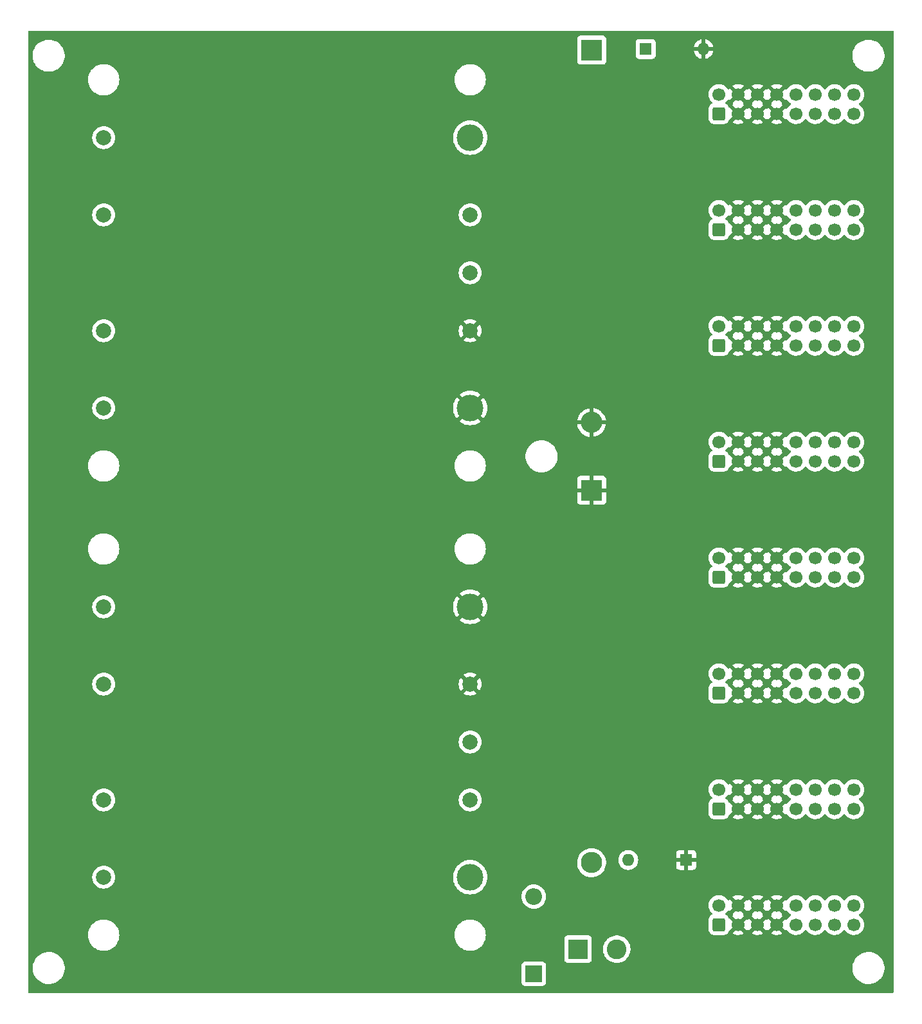
<source format=gbl>
%TF.GenerationSoftware,KiCad,Pcbnew,(6.0.0)*%
%TF.CreationDate,2022-06-27T07:24:41-07:00*%
%TF.ProjectId,pwr2,70777232-2e6b-4696-9361-645f70636258,rev?*%
%TF.SameCoordinates,Original*%
%TF.FileFunction,Copper,L2,Bot*%
%TF.FilePolarity,Positive*%
%FSLAX46Y46*%
G04 Gerber Fmt 4.6, Leading zero omitted, Abs format (unit mm)*
G04 Created by KiCad (PCBNEW (6.0.0)) date 2022-06-27 07:24:41*
%MOMM*%
%LPD*%
G01*
G04 APERTURE LIST*
G04 Aperture macros list*
%AMRoundRect*
0 Rectangle with rounded corners*
0 $1 Rounding radius*
0 $2 $3 $4 $5 $6 $7 $8 $9 X,Y pos of 4 corners*
0 Add a 4 corners polygon primitive as box body*
4,1,4,$2,$3,$4,$5,$6,$7,$8,$9,$2,$3,0*
0 Add four circle primitives for the rounded corners*
1,1,$1+$1,$2,$3*
1,1,$1+$1,$4,$5*
1,1,$1+$1,$6,$7*
1,1,$1+$1,$8,$9*
0 Add four rect primitives between the rounded corners*
20,1,$1+$1,$2,$3,$4,$5,0*
20,1,$1+$1,$4,$5,$6,$7,0*
20,1,$1+$1,$6,$7,$8,$9,0*
20,1,$1+$1,$8,$9,$2,$3,0*%
G04 Aperture macros list end*
%TA.AperFunction,ComponentPad*%
%ADD10C,2.000000*%
%TD*%
%TA.AperFunction,ComponentPad*%
%ADD11C,3.500000*%
%TD*%
%TA.AperFunction,ComponentPad*%
%ADD12R,2.200000X2.200000*%
%TD*%
%TA.AperFunction,ComponentPad*%
%ADD13O,2.200000X2.200000*%
%TD*%
%TA.AperFunction,ComponentPad*%
%ADD14RoundRect,0.250000X0.600000X-0.600000X0.600000X0.600000X-0.600000X0.600000X-0.600000X-0.600000X0*%
%TD*%
%TA.AperFunction,ComponentPad*%
%ADD15C,1.700000*%
%TD*%
%TA.AperFunction,ComponentPad*%
%ADD16C,2.600000*%
%TD*%
%TA.AperFunction,ComponentPad*%
%ADD17R,2.600000X2.600000*%
%TD*%
%TA.AperFunction,ComponentPad*%
%ADD18R,2.800000X2.800000*%
%TD*%
%TA.AperFunction,ComponentPad*%
%ADD19O,2.800000X2.800000*%
%TD*%
%TA.AperFunction,ComponentPad*%
%ADD20R,1.600000X1.600000*%
%TD*%
%TA.AperFunction,ComponentPad*%
%ADD21O,1.600000X1.600000*%
%TD*%
G04 APERTURE END LIST*
D10*
X67569000Y-106152000D03*
X67569000Y-116312000D03*
X67569000Y-131552000D03*
X67569000Y-141712000D03*
D11*
X115829000Y-141712000D03*
D10*
X115829000Y-131552000D03*
X115829000Y-123932000D03*
X115829000Y-116312000D03*
D11*
X115829000Y-106152000D03*
D10*
X67569000Y-44430000D03*
X67569000Y-54590000D03*
X67569000Y-69830000D03*
X67569000Y-79990000D03*
D11*
X115829000Y-79990000D03*
D10*
X115829000Y-69830000D03*
X115829000Y-62210000D03*
X115829000Y-54590000D03*
D11*
X115829000Y-44430000D03*
D12*
X124206000Y-154432000D03*
D13*
X124206000Y-144272000D03*
D14*
X148590000Y-147955000D03*
D15*
X148590000Y-145415000D03*
X151130000Y-147955000D03*
X151130000Y-145415000D03*
X153670000Y-147955000D03*
X153670000Y-145415000D03*
X156210000Y-147955000D03*
X156210000Y-145415000D03*
X158750000Y-147955000D03*
X158750000Y-145415000D03*
X161290000Y-147955000D03*
X161290000Y-145415000D03*
X163830000Y-147955000D03*
X163830000Y-145415000D03*
X166370000Y-147955000D03*
X166370000Y-145415000D03*
D14*
X148590000Y-117475000D03*
D15*
X148590000Y-114935000D03*
X151130000Y-117475000D03*
X151130000Y-114935000D03*
X153670000Y-117475000D03*
X153670000Y-114935000D03*
X156210000Y-117475000D03*
X156210000Y-114935000D03*
X158750000Y-117475000D03*
X158750000Y-114935000D03*
X161290000Y-117475000D03*
X161290000Y-114935000D03*
X163830000Y-117475000D03*
X163830000Y-114935000D03*
X166370000Y-117475000D03*
X166370000Y-114935000D03*
D16*
X135123000Y-151176000D03*
D17*
X130043000Y-151176000D03*
D14*
X148590000Y-71755000D03*
D15*
X148590000Y-69215000D03*
X151130000Y-71755000D03*
X151130000Y-69215000D03*
X153670000Y-71755000D03*
X153670000Y-69215000D03*
X156210000Y-71755000D03*
X156210000Y-69215000D03*
X158750000Y-71755000D03*
X158750000Y-69215000D03*
X161290000Y-71755000D03*
X161290000Y-69215000D03*
X163830000Y-71755000D03*
X163830000Y-69215000D03*
X166370000Y-71755000D03*
X166370000Y-69215000D03*
D18*
X131826000Y-90816000D03*
D19*
X131826000Y-139816000D03*
D20*
X144272000Y-139446000D03*
D21*
X136652000Y-139446000D03*
D20*
X138938000Y-32766000D03*
D21*
X146558000Y-32766000D03*
D18*
X131826000Y-32904000D03*
D19*
X131826000Y-81904000D03*
D14*
X148590000Y-132715000D03*
D15*
X148590000Y-130175000D03*
X151130000Y-132715000D03*
X151130000Y-130175000D03*
X153670000Y-132715000D03*
X153670000Y-130175000D03*
X156210000Y-132715000D03*
X156210000Y-130175000D03*
X158750000Y-132715000D03*
X158750000Y-130175000D03*
X161290000Y-132715000D03*
X161290000Y-130175000D03*
X163830000Y-132715000D03*
X163830000Y-130175000D03*
X166370000Y-132715000D03*
X166370000Y-130175000D03*
D14*
X148590000Y-56515000D03*
D15*
X148590000Y-53975000D03*
X151130000Y-56515000D03*
X151130000Y-53975000D03*
X153670000Y-56515000D03*
X153670000Y-53975000D03*
X156210000Y-56515000D03*
X156210000Y-53975000D03*
X158750000Y-56515000D03*
X158750000Y-53975000D03*
X161290000Y-56515000D03*
X161290000Y-53975000D03*
X163830000Y-56515000D03*
X163830000Y-53975000D03*
X166370000Y-56515000D03*
X166370000Y-53975000D03*
D14*
X148590000Y-102235000D03*
D15*
X148590000Y-99695000D03*
X151130000Y-102235000D03*
X151130000Y-99695000D03*
X153670000Y-102235000D03*
X153670000Y-99695000D03*
X156210000Y-102235000D03*
X156210000Y-99695000D03*
X158750000Y-102235000D03*
X158750000Y-99695000D03*
X161290000Y-102235000D03*
X161290000Y-99695000D03*
X163830000Y-102235000D03*
X163830000Y-99695000D03*
X166370000Y-102235000D03*
X166370000Y-99695000D03*
D14*
X148590000Y-41275000D03*
D15*
X148590000Y-38735000D03*
X151130000Y-41275000D03*
X151130000Y-38735000D03*
X153670000Y-41275000D03*
X153670000Y-38735000D03*
X156210000Y-41275000D03*
X156210000Y-38735000D03*
X158750000Y-41275000D03*
X158750000Y-38735000D03*
X161290000Y-41275000D03*
X161290000Y-38735000D03*
X163830000Y-41275000D03*
X163830000Y-38735000D03*
X166370000Y-41275000D03*
X166370000Y-38735000D03*
D14*
X148590000Y-86995000D03*
D15*
X148590000Y-84455000D03*
X151130000Y-86995000D03*
X151130000Y-84455000D03*
X153670000Y-86995000D03*
X153670000Y-84455000D03*
X156210000Y-86995000D03*
X156210000Y-84455000D03*
X158750000Y-86995000D03*
X158750000Y-84455000D03*
X161290000Y-86995000D03*
X161290000Y-84455000D03*
X163830000Y-86995000D03*
X163830000Y-84455000D03*
X166370000Y-86995000D03*
X166370000Y-84455000D03*
%TA.AperFunction,Conductor*%
G36*
X171519121Y-30373002D02*
G01*
X171565614Y-30426658D01*
X171577000Y-30479000D01*
X171577000Y-156846000D01*
X171556998Y-156914121D01*
X171503342Y-156960614D01*
X171451000Y-156972000D01*
X57784000Y-156972000D01*
X57715879Y-156951998D01*
X57669386Y-156898342D01*
X57658000Y-156846000D01*
X57658000Y-153802703D01*
X58215743Y-153802703D01*
X58253268Y-154087734D01*
X58329129Y-154365036D01*
X58441923Y-154629476D01*
X58589561Y-154876161D01*
X58769313Y-155100528D01*
X58977851Y-155298423D01*
X59211317Y-155466186D01*
X59215112Y-155468195D01*
X59215113Y-155468196D01*
X59236869Y-155479715D01*
X59465392Y-155600712D01*
X59735373Y-155699511D01*
X60016264Y-155760755D01*
X60044841Y-155763004D01*
X60239282Y-155778307D01*
X60239291Y-155778307D01*
X60241739Y-155778500D01*
X60397271Y-155778500D01*
X60399407Y-155778354D01*
X60399418Y-155778354D01*
X60607548Y-155764165D01*
X60607554Y-155764164D01*
X60611825Y-155763873D01*
X60616020Y-155763004D01*
X60616022Y-155763004D01*
X60752583Y-155734724D01*
X60893342Y-155705574D01*
X61164343Y-155609607D01*
X61221446Y-155580134D01*
X122597500Y-155580134D01*
X122604255Y-155642316D01*
X122655385Y-155778705D01*
X122742739Y-155895261D01*
X122859295Y-155982615D01*
X122995684Y-156033745D01*
X123057866Y-156040500D01*
X125354134Y-156040500D01*
X125416316Y-156033745D01*
X125552705Y-155982615D01*
X125669261Y-155895261D01*
X125756615Y-155778705D01*
X125807745Y-155642316D01*
X125814500Y-155580134D01*
X125814500Y-153802703D01*
X166165743Y-153802703D01*
X166203268Y-154087734D01*
X166279129Y-154365036D01*
X166391923Y-154629476D01*
X166539561Y-154876161D01*
X166719313Y-155100528D01*
X166927851Y-155298423D01*
X167161317Y-155466186D01*
X167165112Y-155468195D01*
X167165113Y-155468196D01*
X167186869Y-155479715D01*
X167415392Y-155600712D01*
X167685373Y-155699511D01*
X167966264Y-155760755D01*
X167994841Y-155763004D01*
X168189282Y-155778307D01*
X168189291Y-155778307D01*
X168191739Y-155778500D01*
X168347271Y-155778500D01*
X168349407Y-155778354D01*
X168349418Y-155778354D01*
X168557548Y-155764165D01*
X168557554Y-155764164D01*
X168561825Y-155763873D01*
X168566020Y-155763004D01*
X168566022Y-155763004D01*
X168702583Y-155734724D01*
X168843342Y-155705574D01*
X169114343Y-155609607D01*
X169369812Y-155477750D01*
X169373313Y-155475289D01*
X169373317Y-155475287D01*
X169487417Y-155395096D01*
X169605023Y-155312441D01*
X169815622Y-155116740D01*
X169997713Y-154894268D01*
X170147927Y-154649142D01*
X170263483Y-154385898D01*
X170342244Y-154109406D01*
X170382751Y-153824784D01*
X170382845Y-153806951D01*
X170384235Y-153541583D01*
X170384235Y-153541576D01*
X170384257Y-153537297D01*
X170346732Y-153252266D01*
X170270871Y-152974964D01*
X170234957Y-152890765D01*
X170159763Y-152714476D01*
X170159761Y-152714472D01*
X170158077Y-152710524D01*
X170044480Y-152520717D01*
X170012643Y-152467521D01*
X170012640Y-152467517D01*
X170010439Y-152463839D01*
X169830687Y-152239472D01*
X169622149Y-152041577D01*
X169388683Y-151873814D01*
X169366843Y-151862250D01*
X169242243Y-151796278D01*
X169134608Y-151739288D01*
X168864627Y-151640489D01*
X168583736Y-151579245D01*
X168552685Y-151576801D01*
X168360718Y-151561693D01*
X168360709Y-151561693D01*
X168358261Y-151561500D01*
X168202729Y-151561500D01*
X168200593Y-151561646D01*
X168200582Y-151561646D01*
X167992452Y-151575835D01*
X167992446Y-151575836D01*
X167988175Y-151576127D01*
X167983980Y-151576996D01*
X167983978Y-151576996D01*
X167847416Y-151605277D01*
X167706658Y-151634426D01*
X167435657Y-151730393D01*
X167180188Y-151862250D01*
X167176687Y-151864711D01*
X167176683Y-151864713D01*
X167166594Y-151871804D01*
X166944977Y-152027559D01*
X166734378Y-152223260D01*
X166552287Y-152445732D01*
X166402073Y-152690858D01*
X166400347Y-152694791D01*
X166400346Y-152694792D01*
X166316073Y-152886771D01*
X166286517Y-152954102D01*
X166285342Y-152958229D01*
X166285341Y-152958230D01*
X166281699Y-152971016D01*
X166207756Y-153230594D01*
X166167249Y-153515216D01*
X166167227Y-153519505D01*
X166167226Y-153519512D01*
X166165765Y-153798417D01*
X166165743Y-153802703D01*
X125814500Y-153802703D01*
X125814500Y-153283866D01*
X125807745Y-153221684D01*
X125756615Y-153085295D01*
X125669261Y-152968739D01*
X125552705Y-152881385D01*
X125416316Y-152830255D01*
X125354134Y-152823500D01*
X123057866Y-152823500D01*
X122995684Y-152830255D01*
X122859295Y-152881385D01*
X122742739Y-152968739D01*
X122655385Y-153085295D01*
X122604255Y-153221684D01*
X122597500Y-153283866D01*
X122597500Y-155580134D01*
X61221446Y-155580134D01*
X61419812Y-155477750D01*
X61423313Y-155475289D01*
X61423317Y-155475287D01*
X61537417Y-155395096D01*
X61655023Y-155312441D01*
X61865622Y-155116740D01*
X62047713Y-154894268D01*
X62197927Y-154649142D01*
X62313483Y-154385898D01*
X62392244Y-154109406D01*
X62432751Y-153824784D01*
X62432845Y-153806951D01*
X62434235Y-153541583D01*
X62434235Y-153541576D01*
X62434257Y-153537297D01*
X62396732Y-153252266D01*
X62320871Y-152974964D01*
X62284957Y-152890765D01*
X62209763Y-152714476D01*
X62209761Y-152714472D01*
X62208077Y-152710524D01*
X62096525Y-152524134D01*
X128234500Y-152524134D01*
X128241255Y-152586316D01*
X128292385Y-152722705D01*
X128379739Y-152839261D01*
X128496295Y-152926615D01*
X128632684Y-152977745D01*
X128694866Y-152984500D01*
X131391134Y-152984500D01*
X131453316Y-152977745D01*
X131589705Y-152926615D01*
X131706261Y-152839261D01*
X131793615Y-152722705D01*
X131844745Y-152586316D01*
X131851500Y-152524134D01*
X131851500Y-151128526D01*
X133310050Y-151128526D01*
X133310274Y-151133192D01*
X133310274Y-151133197D01*
X133316626Y-151265434D01*
X133322947Y-151397019D01*
X133375388Y-151660656D01*
X133466220Y-151913646D01*
X133468432Y-151917762D01*
X133468433Y-151917765D01*
X133532555Y-152037100D01*
X133593450Y-152150431D01*
X133596241Y-152154168D01*
X133596245Y-152154175D01*
X133677887Y-152263506D01*
X133754281Y-152365810D01*
X133757590Y-152369090D01*
X133757595Y-152369096D01*
X133941863Y-152551762D01*
X133945180Y-152555050D01*
X133948942Y-152557808D01*
X133948945Y-152557811D01*
X134130399Y-152690858D01*
X134161954Y-152713995D01*
X134166089Y-152716171D01*
X134166093Y-152716173D01*
X134388198Y-152833029D01*
X134399840Y-152839154D01*
X134653613Y-152927775D01*
X134658206Y-152928647D01*
X134913109Y-152977042D01*
X134913112Y-152977042D01*
X134917698Y-152977913D01*
X135045370Y-152982929D01*
X135181625Y-152988283D01*
X135181630Y-152988283D01*
X135186293Y-152988466D01*
X135290607Y-152977042D01*
X135448844Y-152959713D01*
X135448850Y-152959712D01*
X135453497Y-152959203D01*
X135565302Y-152929767D01*
X135708918Y-152891956D01*
X135708920Y-152891955D01*
X135713441Y-152890765D01*
X135717738Y-152888919D01*
X135956120Y-152786502D01*
X135956122Y-152786501D01*
X135960414Y-152784657D01*
X136086170Y-152706837D01*
X136185017Y-152645669D01*
X136185021Y-152645666D01*
X136188990Y-152643210D01*
X136394149Y-152469530D01*
X136571382Y-152267434D01*
X136591264Y-152236525D01*
X136714269Y-152045291D01*
X136716797Y-152041361D01*
X136827199Y-151796278D01*
X136864209Y-151665051D01*
X136898893Y-151542072D01*
X136898894Y-151542069D01*
X136900163Y-151537568D01*
X136918043Y-151397019D01*
X136933688Y-151274045D01*
X136933688Y-151274041D01*
X136934086Y-151270915D01*
X136934230Y-151265434D01*
X136935477Y-151217779D01*
X136936571Y-151176000D01*
X136916650Y-150907937D01*
X136905020Y-150856538D01*
X136858361Y-150650331D01*
X136858360Y-150650326D01*
X136857327Y-150645763D01*
X136759902Y-150395238D01*
X136626518Y-150161864D01*
X136605497Y-150135198D01*
X136542931Y-150055834D01*
X136460105Y-149950769D01*
X136264317Y-149766591D01*
X136066407Y-149629295D01*
X136047299Y-149616039D01*
X136047296Y-149616037D01*
X136043457Y-149613374D01*
X136039264Y-149611306D01*
X135806564Y-149496551D01*
X135806561Y-149496550D01*
X135802376Y-149494486D01*
X135754745Y-149479239D01*
X135576657Y-149422233D01*
X135546370Y-149412538D01*
X135541763Y-149411788D01*
X135541760Y-149411787D01*
X135317106Y-149375200D01*
X135281063Y-149369330D01*
X135150719Y-149367624D01*
X135016961Y-149365873D01*
X135016958Y-149365873D01*
X135012284Y-149365812D01*
X134745937Y-149402060D01*
X134487874Y-149477278D01*
X134243763Y-149589815D01*
X134210984Y-149611306D01*
X134022881Y-149734631D01*
X134022876Y-149734635D01*
X134018968Y-149737197D01*
X134015476Y-149740314D01*
X133874776Y-149865894D01*
X133818426Y-149916188D01*
X133646544Y-150122854D01*
X133507096Y-150352656D01*
X133505287Y-150356970D01*
X133505285Y-150356974D01*
X133470150Y-150440763D01*
X133403148Y-150600545D01*
X133336981Y-150861077D01*
X133310050Y-151128526D01*
X131851500Y-151128526D01*
X131851500Y-149827866D01*
X131844745Y-149765684D01*
X131793615Y-149629295D01*
X131706261Y-149512739D01*
X131589705Y-149425385D01*
X131453316Y-149374255D01*
X131391134Y-149367500D01*
X128694866Y-149367500D01*
X128632684Y-149374255D01*
X128496295Y-149425385D01*
X128379739Y-149512739D01*
X128292385Y-149629295D01*
X128241255Y-149765684D01*
X128234500Y-149827866D01*
X128234500Y-152524134D01*
X62096525Y-152524134D01*
X62094480Y-152520717D01*
X62062643Y-152467521D01*
X62062640Y-152467517D01*
X62060439Y-152463839D01*
X61880687Y-152239472D01*
X61672149Y-152041577D01*
X61438683Y-151873814D01*
X61416843Y-151862250D01*
X61292243Y-151796278D01*
X61184608Y-151739288D01*
X60914627Y-151640489D01*
X60633736Y-151579245D01*
X60602685Y-151576801D01*
X60410718Y-151561693D01*
X60410709Y-151561693D01*
X60408261Y-151561500D01*
X60252729Y-151561500D01*
X60250593Y-151561646D01*
X60250582Y-151561646D01*
X60042452Y-151575835D01*
X60042446Y-151575836D01*
X60038175Y-151576127D01*
X60033980Y-151576996D01*
X60033978Y-151576996D01*
X59897416Y-151605277D01*
X59756658Y-151634426D01*
X59485657Y-151730393D01*
X59230188Y-151862250D01*
X59226687Y-151864711D01*
X59226683Y-151864713D01*
X59216594Y-151871804D01*
X58994977Y-152027559D01*
X58784378Y-152223260D01*
X58602287Y-152445732D01*
X58452073Y-152690858D01*
X58450347Y-152694791D01*
X58450346Y-152694792D01*
X58366073Y-152886771D01*
X58336517Y-152954102D01*
X58335342Y-152958229D01*
X58335341Y-152958230D01*
X58331699Y-152971016D01*
X58257756Y-153230594D01*
X58217249Y-153515216D01*
X58217227Y-153519505D01*
X58217226Y-153519512D01*
X58215765Y-153798417D01*
X58215743Y-153802703D01*
X57658000Y-153802703D01*
X57658000Y-149310399D01*
X65506304Y-149310399D01*
X65506711Y-149317451D01*
X65522457Y-149590539D01*
X65523282Y-149594746D01*
X65523283Y-149594751D01*
X65546990Y-149715586D01*
X65576480Y-149865894D01*
X65667372Y-150131371D01*
X65793454Y-150382055D01*
X65805507Y-150399592D01*
X65943618Y-150600545D01*
X65952390Y-150613309D01*
X65955277Y-150616482D01*
X65955278Y-150616483D01*
X65994878Y-150660003D01*
X66141241Y-150820853D01*
X66144530Y-150823603D01*
X66353219Y-150998096D01*
X66353224Y-150998100D01*
X66356511Y-151000848D01*
X66419363Y-151040275D01*
X66590578Y-151147678D01*
X66590582Y-151147680D01*
X66594218Y-151149961D01*
X66658887Y-151179160D01*
X66846050Y-151263668D01*
X66846054Y-151263670D01*
X66849962Y-151265434D01*
X66915682Y-151284901D01*
X67114899Y-151343912D01*
X67114903Y-151343913D01*
X67119012Y-151345130D01*
X67123246Y-151345778D01*
X67123251Y-151345779D01*
X67392147Y-151386925D01*
X67392149Y-151386925D01*
X67396389Y-151387574D01*
X67539199Y-151389818D01*
X67672668Y-151391915D01*
X67672674Y-151391915D01*
X67676959Y-151391982D01*
X67955532Y-151358271D01*
X68226952Y-151287065D01*
X68486197Y-151179682D01*
X68534037Y-151151727D01*
X68724764Y-151040275D01*
X68728471Y-151038109D01*
X68949289Y-150864966D01*
X68957457Y-150856538D01*
X69141582Y-150666534D01*
X69144565Y-150663456D01*
X69147098Y-150660008D01*
X69147102Y-150660003D01*
X69308149Y-150440763D01*
X69310687Y-150437308D01*
X69345185Y-150373771D01*
X69442530Y-150194484D01*
X69442531Y-150194482D01*
X69444580Y-150190708D01*
X69495545Y-150055834D01*
X69542249Y-149932235D01*
X69542250Y-149932231D01*
X69543767Y-149928217D01*
X69583251Y-149755820D01*
X69605454Y-149658878D01*
X69605455Y-149658874D01*
X69606412Y-149654694D01*
X69607929Y-149637703D01*
X69631137Y-149377665D01*
X69631357Y-149375200D01*
X69631419Y-149369330D01*
X69631783Y-149334485D01*
X69631809Y-149332000D01*
X69630723Y-149316062D01*
X69630337Y-149310399D01*
X113766304Y-149310399D01*
X113766711Y-149317451D01*
X113782457Y-149590539D01*
X113783282Y-149594746D01*
X113783283Y-149594751D01*
X113806990Y-149715586D01*
X113836480Y-149865894D01*
X113927372Y-150131371D01*
X114053454Y-150382055D01*
X114065507Y-150399592D01*
X114203618Y-150600545D01*
X114212390Y-150613309D01*
X114215277Y-150616482D01*
X114215278Y-150616483D01*
X114254878Y-150660003D01*
X114401241Y-150820853D01*
X114404530Y-150823603D01*
X114613219Y-150998096D01*
X114613224Y-150998100D01*
X114616511Y-151000848D01*
X114679363Y-151040275D01*
X114850578Y-151147678D01*
X114850582Y-151147680D01*
X114854218Y-151149961D01*
X114918887Y-151179160D01*
X115106050Y-151263668D01*
X115106054Y-151263670D01*
X115109962Y-151265434D01*
X115175682Y-151284901D01*
X115374899Y-151343912D01*
X115374903Y-151343913D01*
X115379012Y-151345130D01*
X115383246Y-151345778D01*
X115383251Y-151345779D01*
X115652147Y-151386925D01*
X115652149Y-151386925D01*
X115656389Y-151387574D01*
X115799199Y-151389818D01*
X115932668Y-151391915D01*
X115932674Y-151391915D01*
X115936959Y-151391982D01*
X116215532Y-151358271D01*
X116486952Y-151287065D01*
X116746197Y-151179682D01*
X116794037Y-151151727D01*
X116984764Y-151040275D01*
X116988471Y-151038109D01*
X117209289Y-150864966D01*
X117217457Y-150856538D01*
X117401582Y-150666534D01*
X117404565Y-150663456D01*
X117407098Y-150660008D01*
X117407102Y-150660003D01*
X117568149Y-150440763D01*
X117570687Y-150437308D01*
X117605185Y-150373771D01*
X117702530Y-150194484D01*
X117702531Y-150194482D01*
X117704580Y-150190708D01*
X117755545Y-150055834D01*
X117802249Y-149932235D01*
X117802250Y-149932231D01*
X117803767Y-149928217D01*
X117843251Y-149755820D01*
X117865454Y-149658878D01*
X117865455Y-149658874D01*
X117866412Y-149654694D01*
X117867929Y-149637703D01*
X117891137Y-149377665D01*
X117891357Y-149375200D01*
X117891419Y-149369330D01*
X117891783Y-149334485D01*
X117891809Y-149332000D01*
X117890723Y-149316062D01*
X117879957Y-149158146D01*
X117872724Y-149052045D01*
X117871857Y-149047859D01*
X117871856Y-149047851D01*
X117827629Y-148834292D01*
X117815820Y-148777270D01*
X117722153Y-148512760D01*
X117593453Y-148263409D01*
X117575553Y-148237939D01*
X117434567Y-148037337D01*
X117432104Y-148033832D01*
X117241090Y-147828277D01*
X117023946Y-147650547D01*
X116913684Y-147582978D01*
X116788341Y-147506167D01*
X116788333Y-147506163D01*
X116784691Y-147503931D01*
X116780774Y-147502212D01*
X116780771Y-147502210D01*
X116667591Y-147452528D01*
X116527752Y-147391143D01*
X116523624Y-147389967D01*
X116523621Y-147389966D01*
X116262010Y-147315444D01*
X116262011Y-147315444D01*
X116257882Y-147314268D01*
X115999111Y-147277440D01*
X115984328Y-147275336D01*
X115984326Y-147275336D01*
X115980076Y-147274731D01*
X115975787Y-147274709D01*
X115975780Y-147274708D01*
X115703761Y-147273283D01*
X115703754Y-147273283D01*
X115699475Y-147273261D01*
X115695230Y-147273820D01*
X115695228Y-147273820D01*
X115635528Y-147281680D01*
X115421271Y-147309888D01*
X115150611Y-147383932D01*
X115133705Y-147391143D01*
X114896446Y-147492342D01*
X114896439Y-147492346D01*
X114892504Y-147494024D01*
X114651727Y-147638126D01*
X114648376Y-147640810D01*
X114648374Y-147640812D01*
X114636223Y-147650547D01*
X114432734Y-147813572D01*
X114239578Y-148017116D01*
X114075834Y-148244991D01*
X113944530Y-148492980D01*
X113943055Y-148497011D01*
X113864080Y-148712823D01*
X113848098Y-148756495D01*
X113788320Y-149030659D01*
X113787984Y-149034929D01*
X113766868Y-149303238D01*
X113766304Y-149310399D01*
X69630337Y-149310399D01*
X69619957Y-149158146D01*
X69612724Y-149052045D01*
X69611857Y-149047859D01*
X69611856Y-149047851D01*
X69567629Y-148834292D01*
X69555820Y-148777270D01*
X69462153Y-148512760D01*
X69333453Y-148263409D01*
X69315553Y-148237939D01*
X69174567Y-148037337D01*
X69172104Y-148033832D01*
X68981090Y-147828277D01*
X68763946Y-147650547D01*
X68653684Y-147582978D01*
X68528341Y-147506167D01*
X68528333Y-147506163D01*
X68524691Y-147503931D01*
X68520774Y-147502212D01*
X68520771Y-147502210D01*
X68407591Y-147452528D01*
X68267752Y-147391143D01*
X68263624Y-147389967D01*
X68263621Y-147389966D01*
X68002010Y-147315444D01*
X68002011Y-147315444D01*
X67997882Y-147314268D01*
X67739111Y-147277440D01*
X67724328Y-147275336D01*
X67724326Y-147275336D01*
X67720076Y-147274731D01*
X67715787Y-147274709D01*
X67715780Y-147274708D01*
X67443761Y-147273283D01*
X67443754Y-147273283D01*
X67439475Y-147273261D01*
X67435230Y-147273820D01*
X67435228Y-147273820D01*
X67375528Y-147281680D01*
X67161271Y-147309888D01*
X66890611Y-147383932D01*
X66873705Y-147391143D01*
X66636446Y-147492342D01*
X66636439Y-147492346D01*
X66632504Y-147494024D01*
X66391727Y-147638126D01*
X66388376Y-147640810D01*
X66388374Y-147640812D01*
X66376223Y-147650547D01*
X66172734Y-147813572D01*
X65979578Y-148017116D01*
X65815834Y-148244991D01*
X65684530Y-148492980D01*
X65683055Y-148497011D01*
X65604080Y-148712823D01*
X65588098Y-148756495D01*
X65528320Y-149030659D01*
X65527984Y-149034929D01*
X65506868Y-149303238D01*
X65506304Y-149310399D01*
X57658000Y-149310399D01*
X57658000Y-144272000D01*
X122592526Y-144272000D01*
X122612391Y-144524403D01*
X122613545Y-144529210D01*
X122613546Y-144529216D01*
X122625608Y-144579457D01*
X122671495Y-144770591D01*
X122673388Y-144775162D01*
X122673389Y-144775164D01*
X122756455Y-144975702D01*
X122768384Y-145004502D01*
X122900672Y-145220376D01*
X123065102Y-145412898D01*
X123068858Y-145416106D01*
X123071035Y-145417965D01*
X123257624Y-145577328D01*
X123473498Y-145709616D01*
X123478068Y-145711509D01*
X123478072Y-145711511D01*
X123702836Y-145804611D01*
X123707409Y-145806505D01*
X123753607Y-145817596D01*
X123948784Y-145864454D01*
X123948790Y-145864455D01*
X123953597Y-145865609D01*
X124206000Y-145885474D01*
X124458403Y-145865609D01*
X124463210Y-145864455D01*
X124463216Y-145864454D01*
X124658393Y-145817596D01*
X124704591Y-145806505D01*
X124709164Y-145804611D01*
X124933928Y-145711511D01*
X124933932Y-145711509D01*
X124938502Y-145709616D01*
X125154376Y-145577328D01*
X125340965Y-145417965D01*
X125343142Y-145416106D01*
X125346898Y-145412898D01*
X125373548Y-145381695D01*
X147227251Y-145381695D01*
X147227548Y-145386848D01*
X147227548Y-145386851D01*
X147233011Y-145481590D01*
X147240110Y-145604715D01*
X147241247Y-145609761D01*
X147241248Y-145609767D01*
X147261119Y-145697939D01*
X147289222Y-145822639D01*
X147373266Y-146029616D01*
X147424019Y-146112438D01*
X147487291Y-146215688D01*
X147489987Y-146220088D01*
X147636250Y-146388938D01*
X147706344Y-146447131D01*
X147745979Y-146506033D01*
X147747477Y-146577014D01*
X147710363Y-146637537D01*
X147679312Y-146658175D01*
X147672996Y-146661134D01*
X147666054Y-146663450D01*
X147515652Y-146756522D01*
X147390695Y-146881697D01*
X147386855Y-146887927D01*
X147386854Y-146887928D01*
X147343630Y-146958051D01*
X147297885Y-147032262D01*
X147242203Y-147200139D01*
X147241503Y-147206975D01*
X147241502Y-147206978D01*
X147237091Y-147250031D01*
X147231500Y-147304600D01*
X147231500Y-148605400D01*
X147231837Y-148608646D01*
X147231837Y-148608650D01*
X147237298Y-148661277D01*
X147242474Y-148711166D01*
X147244655Y-148717702D01*
X147244655Y-148717704D01*
X147288728Y-148849806D01*
X147298450Y-148878946D01*
X147391522Y-149029348D01*
X147516697Y-149154305D01*
X147522927Y-149158145D01*
X147522928Y-149158146D01*
X147660090Y-149242694D01*
X147667262Y-149247115D01*
X147719915Y-149264579D01*
X147828611Y-149300632D01*
X147828613Y-149300632D01*
X147835139Y-149302797D01*
X147841975Y-149303497D01*
X147841978Y-149303498D01*
X147876531Y-149307038D01*
X147939600Y-149313500D01*
X149240400Y-149313500D01*
X149243646Y-149313163D01*
X149243650Y-149313163D01*
X149339308Y-149303238D01*
X149339312Y-149303237D01*
X149346166Y-149302526D01*
X149352702Y-149300345D01*
X149352704Y-149300345D01*
X149484806Y-149256272D01*
X149513946Y-149246550D01*
X149664348Y-149153478D01*
X149737845Y-149079853D01*
X150369977Y-149079853D01*
X150375258Y-149086907D01*
X150536756Y-149181279D01*
X150546042Y-149185729D01*
X150745001Y-149261703D01*
X150754899Y-149264579D01*
X150963595Y-149307038D01*
X150973823Y-149308257D01*
X151186650Y-149316062D01*
X151196936Y-149315595D01*
X151408185Y-149288534D01*
X151418262Y-149286392D01*
X151622255Y-149225191D01*
X151631842Y-149221433D01*
X151823098Y-149127738D01*
X151831944Y-149122465D01*
X151879247Y-149088723D01*
X151886211Y-149079853D01*
X152909977Y-149079853D01*
X152915258Y-149086907D01*
X153076756Y-149181279D01*
X153086042Y-149185729D01*
X153285001Y-149261703D01*
X153294899Y-149264579D01*
X153503595Y-149307038D01*
X153513823Y-149308257D01*
X153726650Y-149316062D01*
X153736936Y-149315595D01*
X153948185Y-149288534D01*
X153958262Y-149286392D01*
X154162255Y-149225191D01*
X154171842Y-149221433D01*
X154363098Y-149127738D01*
X154371944Y-149122465D01*
X154419247Y-149088723D01*
X154426211Y-149079853D01*
X155449977Y-149079853D01*
X155455258Y-149086907D01*
X155616756Y-149181279D01*
X155626042Y-149185729D01*
X155825001Y-149261703D01*
X155834899Y-149264579D01*
X156043595Y-149307038D01*
X156053823Y-149308257D01*
X156266650Y-149316062D01*
X156276936Y-149315595D01*
X156488185Y-149288534D01*
X156498262Y-149286392D01*
X156702255Y-149225191D01*
X156711842Y-149221433D01*
X156903098Y-149127738D01*
X156911944Y-149122465D01*
X156959247Y-149088723D01*
X156967648Y-149078023D01*
X156960660Y-149064870D01*
X156222812Y-148327022D01*
X156208868Y-148319408D01*
X156207035Y-148319539D01*
X156200420Y-148323790D01*
X155456737Y-149067473D01*
X155449977Y-149079853D01*
X154426211Y-149079853D01*
X154427648Y-149078023D01*
X154420660Y-149064870D01*
X153682812Y-148327022D01*
X153668868Y-148319408D01*
X153667035Y-148319539D01*
X153660420Y-148323790D01*
X152916737Y-149067473D01*
X152909977Y-149079853D01*
X151886211Y-149079853D01*
X151887648Y-149078023D01*
X151880660Y-149064870D01*
X151142812Y-148327022D01*
X151128868Y-148319408D01*
X151127035Y-148319539D01*
X151120420Y-148323790D01*
X150376737Y-149067473D01*
X150369977Y-149079853D01*
X149737845Y-149079853D01*
X149789305Y-149028303D01*
X149846864Y-148934925D01*
X149878275Y-148883968D01*
X149878276Y-148883966D01*
X149882115Y-148877738D01*
X149906913Y-148802975D01*
X149947342Y-148744616D01*
X149976630Y-148726934D01*
X150015694Y-148710096D01*
X150757978Y-147967812D01*
X150764356Y-147956132D01*
X151494408Y-147956132D01*
X151494539Y-147957965D01*
X151498790Y-147964580D01*
X152240474Y-148706264D01*
X152252484Y-148712823D01*
X152264223Y-148703855D01*
X152298022Y-148656819D01*
X152299149Y-148657629D01*
X152346659Y-148613881D01*
X152416596Y-148601661D01*
X152482038Y-148629191D01*
X152509870Y-148661029D01*
X152536459Y-148704419D01*
X152546916Y-148713880D01*
X152555694Y-148710096D01*
X153297978Y-147967812D01*
X153304356Y-147956132D01*
X154034408Y-147956132D01*
X154034539Y-147957965D01*
X154038790Y-147964580D01*
X154780474Y-148706264D01*
X154792484Y-148712823D01*
X154804223Y-148703855D01*
X154838022Y-148656819D01*
X154839149Y-148657629D01*
X154886659Y-148613881D01*
X154956596Y-148601661D01*
X155022038Y-148629191D01*
X155049870Y-148661029D01*
X155076459Y-148704419D01*
X155086916Y-148713880D01*
X155095694Y-148710096D01*
X155837978Y-147967812D01*
X155844356Y-147956132D01*
X156574408Y-147956132D01*
X156574539Y-147957965D01*
X156578790Y-147964580D01*
X157320474Y-148706264D01*
X157332484Y-148712823D01*
X157344223Y-148703855D01*
X157378022Y-148656819D01*
X157379277Y-148657721D01*
X157426391Y-148614355D01*
X157496330Y-148602148D01*
X157561767Y-148629691D01*
X157589580Y-148661513D01*
X157647287Y-148755683D01*
X157647291Y-148755688D01*
X157649987Y-148760088D01*
X157796250Y-148928938D01*
X157968126Y-149071632D01*
X158161000Y-149184338D01*
X158369692Y-149264030D01*
X158374760Y-149265061D01*
X158374763Y-149265062D01*
X158479604Y-149286392D01*
X158588597Y-149308567D01*
X158593772Y-149308757D01*
X158593774Y-149308757D01*
X158806673Y-149316564D01*
X158806677Y-149316564D01*
X158811837Y-149316753D01*
X158816957Y-149316097D01*
X158816959Y-149316097D01*
X159028288Y-149289025D01*
X159028289Y-149289025D01*
X159033416Y-149288368D01*
X159038366Y-149286883D01*
X159242429Y-149225661D01*
X159242434Y-149225659D01*
X159247384Y-149224174D01*
X159447994Y-149125896D01*
X159629860Y-148996173D01*
X159788096Y-148838489D01*
X159918453Y-148657077D01*
X159919776Y-148658028D01*
X159966645Y-148614857D01*
X160036580Y-148602625D01*
X160102026Y-148630144D01*
X160129875Y-148661994D01*
X160189987Y-148760088D01*
X160336250Y-148928938D01*
X160508126Y-149071632D01*
X160701000Y-149184338D01*
X160909692Y-149264030D01*
X160914760Y-149265061D01*
X160914763Y-149265062D01*
X161019604Y-149286392D01*
X161128597Y-149308567D01*
X161133772Y-149308757D01*
X161133774Y-149308757D01*
X161346673Y-149316564D01*
X161346677Y-149316564D01*
X161351837Y-149316753D01*
X161356957Y-149316097D01*
X161356959Y-149316097D01*
X161568288Y-149289025D01*
X161568289Y-149289025D01*
X161573416Y-149288368D01*
X161578366Y-149286883D01*
X161782429Y-149225661D01*
X161782434Y-149225659D01*
X161787384Y-149224174D01*
X161987994Y-149125896D01*
X162169860Y-148996173D01*
X162328096Y-148838489D01*
X162458453Y-148657077D01*
X162459776Y-148658028D01*
X162506645Y-148614857D01*
X162576580Y-148602625D01*
X162642026Y-148630144D01*
X162669875Y-148661994D01*
X162729987Y-148760088D01*
X162876250Y-148928938D01*
X163048126Y-149071632D01*
X163241000Y-149184338D01*
X163449692Y-149264030D01*
X163454760Y-149265061D01*
X163454763Y-149265062D01*
X163559604Y-149286392D01*
X163668597Y-149308567D01*
X163673772Y-149308757D01*
X163673774Y-149308757D01*
X163886673Y-149316564D01*
X163886677Y-149316564D01*
X163891837Y-149316753D01*
X163896957Y-149316097D01*
X163896959Y-149316097D01*
X164108288Y-149289025D01*
X164108289Y-149289025D01*
X164113416Y-149288368D01*
X164118366Y-149286883D01*
X164322429Y-149225661D01*
X164322434Y-149225659D01*
X164327384Y-149224174D01*
X164527994Y-149125896D01*
X164709860Y-148996173D01*
X164868096Y-148838489D01*
X164998453Y-148657077D01*
X164999776Y-148658028D01*
X165046645Y-148614857D01*
X165116580Y-148602625D01*
X165182026Y-148630144D01*
X165209875Y-148661994D01*
X165269987Y-148760088D01*
X165416250Y-148928938D01*
X165588126Y-149071632D01*
X165781000Y-149184338D01*
X165989692Y-149264030D01*
X165994760Y-149265061D01*
X165994763Y-149265062D01*
X166099604Y-149286392D01*
X166208597Y-149308567D01*
X166213772Y-149308757D01*
X166213774Y-149308757D01*
X166426673Y-149316564D01*
X166426677Y-149316564D01*
X166431837Y-149316753D01*
X166436957Y-149316097D01*
X166436959Y-149316097D01*
X166648288Y-149289025D01*
X166648289Y-149289025D01*
X166653416Y-149288368D01*
X166658366Y-149286883D01*
X166862429Y-149225661D01*
X166862434Y-149225659D01*
X166867384Y-149224174D01*
X167067994Y-149125896D01*
X167249860Y-148996173D01*
X167408096Y-148838489D01*
X167538453Y-148657077D01*
X167559320Y-148614857D01*
X167635136Y-148461453D01*
X167635137Y-148461451D01*
X167637430Y-148456811D01*
X167702370Y-148243069D01*
X167731529Y-148021590D01*
X167733156Y-147955000D01*
X167714852Y-147732361D01*
X167660431Y-147515702D01*
X167571354Y-147310840D01*
X167486196Y-147179206D01*
X167452822Y-147127617D01*
X167452820Y-147127614D01*
X167450014Y-147123277D01*
X167299670Y-146958051D01*
X167295619Y-146954852D01*
X167295615Y-146954848D01*
X167128414Y-146822800D01*
X167128410Y-146822798D01*
X167124359Y-146819598D01*
X167083053Y-146796796D01*
X167033084Y-146746364D01*
X167018312Y-146676921D01*
X167043428Y-146610516D01*
X167070780Y-146583909D01*
X167135110Y-146538023D01*
X167249860Y-146456173D01*
X167408096Y-146298489D01*
X167467594Y-146215689D01*
X167535435Y-146121277D01*
X167538453Y-146117077D01*
X167551995Y-146089678D01*
X167635136Y-145921453D01*
X167635137Y-145921451D01*
X167637430Y-145916811D01*
X167702370Y-145703069D01*
X167731529Y-145481590D01*
X167733156Y-145415000D01*
X167714852Y-145192361D01*
X167660431Y-144975702D01*
X167571354Y-144770840D01*
X167450014Y-144583277D01*
X167299670Y-144418051D01*
X167295619Y-144414852D01*
X167295615Y-144414848D01*
X167128414Y-144282800D01*
X167128410Y-144282798D01*
X167124359Y-144279598D01*
X167101665Y-144267070D01*
X167072136Y-144250769D01*
X166928789Y-144171638D01*
X166923920Y-144169914D01*
X166923916Y-144169912D01*
X166723087Y-144098795D01*
X166723083Y-144098794D01*
X166718212Y-144097069D01*
X166713119Y-144096162D01*
X166713116Y-144096161D01*
X166503373Y-144058800D01*
X166503367Y-144058799D01*
X166498284Y-144057894D01*
X166424452Y-144056992D01*
X166280081Y-144055228D01*
X166280079Y-144055228D01*
X166274911Y-144055165D01*
X166054091Y-144088955D01*
X165841756Y-144158357D01*
X165643607Y-144261507D01*
X165639474Y-144264610D01*
X165639471Y-144264612D01*
X165469100Y-144392530D01*
X165464965Y-144395635D01*
X165310629Y-144557138D01*
X165203201Y-144714621D01*
X165148293Y-144759621D01*
X165077768Y-144767792D01*
X165014021Y-144736538D01*
X164993324Y-144712054D01*
X164912822Y-144587617D01*
X164912820Y-144587614D01*
X164910014Y-144583277D01*
X164759670Y-144418051D01*
X164755619Y-144414852D01*
X164755615Y-144414848D01*
X164588414Y-144282800D01*
X164588410Y-144282798D01*
X164584359Y-144279598D01*
X164561665Y-144267070D01*
X164532136Y-144250769D01*
X164388789Y-144171638D01*
X164383920Y-144169914D01*
X164383916Y-144169912D01*
X164183087Y-144098795D01*
X164183083Y-144098794D01*
X164178212Y-144097069D01*
X164173119Y-144096162D01*
X164173116Y-144096161D01*
X163963373Y-144058800D01*
X163963367Y-144058799D01*
X163958284Y-144057894D01*
X163884452Y-144056992D01*
X163740081Y-144055228D01*
X163740079Y-144055228D01*
X163734911Y-144055165D01*
X163514091Y-144088955D01*
X163301756Y-144158357D01*
X163103607Y-144261507D01*
X163099474Y-144264610D01*
X163099471Y-144264612D01*
X162929100Y-144392530D01*
X162924965Y-144395635D01*
X162770629Y-144557138D01*
X162663201Y-144714621D01*
X162608293Y-144759621D01*
X162537768Y-144767792D01*
X162474021Y-144736538D01*
X162453324Y-144712054D01*
X162372822Y-144587617D01*
X162372820Y-144587614D01*
X162370014Y-144583277D01*
X162219670Y-144418051D01*
X162215619Y-144414852D01*
X162215615Y-144414848D01*
X162048414Y-144282800D01*
X162048410Y-144282798D01*
X162044359Y-144279598D01*
X162021665Y-144267070D01*
X161992136Y-144250769D01*
X161848789Y-144171638D01*
X161843920Y-144169914D01*
X161843916Y-144169912D01*
X161643087Y-144098795D01*
X161643083Y-144098794D01*
X161638212Y-144097069D01*
X161633119Y-144096162D01*
X161633116Y-144096161D01*
X161423373Y-144058800D01*
X161423367Y-144058799D01*
X161418284Y-144057894D01*
X161344452Y-144056992D01*
X161200081Y-144055228D01*
X161200079Y-144055228D01*
X161194911Y-144055165D01*
X160974091Y-144088955D01*
X160761756Y-144158357D01*
X160563607Y-144261507D01*
X160559474Y-144264610D01*
X160559471Y-144264612D01*
X160389100Y-144392530D01*
X160384965Y-144395635D01*
X160230629Y-144557138D01*
X160123201Y-144714621D01*
X160068293Y-144759621D01*
X159997768Y-144767792D01*
X159934021Y-144736538D01*
X159913324Y-144712054D01*
X159832822Y-144587617D01*
X159832820Y-144587614D01*
X159830014Y-144583277D01*
X159679670Y-144418051D01*
X159675619Y-144414852D01*
X159675615Y-144414848D01*
X159508414Y-144282800D01*
X159508410Y-144282798D01*
X159504359Y-144279598D01*
X159481665Y-144267070D01*
X159452136Y-144250769D01*
X159308789Y-144171638D01*
X159303920Y-144169914D01*
X159303916Y-144169912D01*
X159103087Y-144098795D01*
X159103083Y-144098794D01*
X159098212Y-144097069D01*
X159093119Y-144096162D01*
X159093116Y-144096161D01*
X158883373Y-144058800D01*
X158883367Y-144058799D01*
X158878284Y-144057894D01*
X158804452Y-144056992D01*
X158660081Y-144055228D01*
X158660079Y-144055228D01*
X158654911Y-144055165D01*
X158434091Y-144088955D01*
X158221756Y-144158357D01*
X158023607Y-144261507D01*
X158019474Y-144264610D01*
X158019471Y-144264612D01*
X157849100Y-144392530D01*
X157844965Y-144395635D01*
X157690629Y-144557138D01*
X157583204Y-144714618D01*
X157582898Y-144715066D01*
X157527987Y-144760069D01*
X157457462Y-144768240D01*
X157393715Y-144736986D01*
X157373017Y-144712501D01*
X157343062Y-144666197D01*
X157332377Y-144656995D01*
X157322812Y-144661398D01*
X156582022Y-145402188D01*
X156574408Y-145416132D01*
X156574539Y-145417965D01*
X156578790Y-145424580D01*
X157320474Y-146166264D01*
X157332484Y-146172823D01*
X157344223Y-146163855D01*
X157378022Y-146116819D01*
X157379277Y-146117721D01*
X157426391Y-146074355D01*
X157496330Y-146062148D01*
X157561767Y-146089691D01*
X157589580Y-146121513D01*
X157647287Y-146215683D01*
X157647291Y-146215688D01*
X157649987Y-146220088D01*
X157796250Y-146388938D01*
X157968126Y-146531632D01*
X157979063Y-146538023D01*
X158041445Y-146574476D01*
X158090169Y-146626114D01*
X158103240Y-146695897D01*
X158076509Y-146761669D01*
X158036055Y-146795027D01*
X158023607Y-146801507D01*
X158019474Y-146804610D01*
X158019471Y-146804612D01*
X157849100Y-146932530D01*
X157844965Y-146935635D01*
X157841393Y-146939373D01*
X157758580Y-147026032D01*
X157690629Y-147097138D01*
X157583204Y-147254618D01*
X157582898Y-147255066D01*
X157527987Y-147300069D01*
X157457462Y-147308240D01*
X157393715Y-147276986D01*
X157373017Y-147252501D01*
X157343062Y-147206197D01*
X157332377Y-147196995D01*
X157322812Y-147201398D01*
X156582022Y-147942188D01*
X156574408Y-147956132D01*
X155844356Y-147956132D01*
X155845592Y-147953868D01*
X155845461Y-147952035D01*
X155841210Y-147945420D01*
X155099849Y-147204059D01*
X155088313Y-147197759D01*
X155076028Y-147207384D01*
X155043192Y-147255520D01*
X154988281Y-147300523D01*
X154917756Y-147308694D01*
X154854009Y-147277440D01*
X154833311Y-147252955D01*
X154803062Y-147206197D01*
X154792377Y-147196995D01*
X154782812Y-147201398D01*
X154042022Y-147942188D01*
X154034408Y-147956132D01*
X153304356Y-147956132D01*
X153305592Y-147953868D01*
X153305461Y-147952035D01*
X153301210Y-147945420D01*
X152559849Y-147204059D01*
X152548313Y-147197759D01*
X152536028Y-147207384D01*
X152503192Y-147255520D01*
X152448281Y-147300523D01*
X152377756Y-147308694D01*
X152314009Y-147277440D01*
X152293311Y-147252955D01*
X152263062Y-147206197D01*
X152252377Y-147196995D01*
X152242812Y-147201398D01*
X151502022Y-147942188D01*
X151494408Y-147956132D01*
X150764356Y-147956132D01*
X150765592Y-147953868D01*
X150765461Y-147952035D01*
X150761210Y-147945420D01*
X150019849Y-147204059D01*
X149979510Y-147182031D01*
X149966523Y-147179206D01*
X149916322Y-147129003D01*
X149907388Y-147108497D01*
X149883870Y-147038007D01*
X149883869Y-147038005D01*
X149881550Y-147031054D01*
X149788478Y-146880652D01*
X149663303Y-146755695D01*
X149648166Y-146746364D01*
X149570284Y-146698357D01*
X149512738Y-146662885D01*
X149505785Y-146660579D01*
X149504904Y-146660168D01*
X149451618Y-146613252D01*
X149432156Y-146544975D01*
X149433704Y-146539853D01*
X150369977Y-146539853D01*
X150375258Y-146546907D01*
X150422479Y-146574501D01*
X150471203Y-146626139D01*
X150484274Y-146695922D01*
X150457543Y-146761694D01*
X150417087Y-146795053D01*
X150408466Y-146799541D01*
X150399734Y-146805039D01*
X150379677Y-146820099D01*
X150371223Y-146831427D01*
X150377968Y-146843758D01*
X151117188Y-147582978D01*
X151131132Y-147590592D01*
X151132965Y-147590461D01*
X151139580Y-147586210D01*
X151883389Y-146842401D01*
X151890410Y-146829544D01*
X151883611Y-146820213D01*
X151879559Y-146817521D01*
X151842116Y-146796852D01*
X151792145Y-146746420D01*
X151777373Y-146676977D01*
X151802489Y-146610572D01*
X151829840Y-146583965D01*
X151879247Y-146548723D01*
X151886211Y-146539853D01*
X152909977Y-146539853D01*
X152915258Y-146546907D01*
X152962479Y-146574501D01*
X153011203Y-146626139D01*
X153024274Y-146695922D01*
X152997543Y-146761694D01*
X152957087Y-146795053D01*
X152948466Y-146799541D01*
X152939734Y-146805039D01*
X152919677Y-146820099D01*
X152911223Y-146831427D01*
X152917968Y-146843758D01*
X153657188Y-147582978D01*
X153671132Y-147590592D01*
X153672965Y-147590461D01*
X153679580Y-147586210D01*
X154423389Y-146842401D01*
X154430410Y-146829544D01*
X154423611Y-146820213D01*
X154419559Y-146817521D01*
X154382116Y-146796852D01*
X154332145Y-146746420D01*
X154317373Y-146676977D01*
X154342489Y-146610572D01*
X154369840Y-146583965D01*
X154419247Y-146548723D01*
X154426211Y-146539853D01*
X155449977Y-146539853D01*
X155455258Y-146546907D01*
X155502479Y-146574501D01*
X155551203Y-146626139D01*
X155564274Y-146695922D01*
X155537543Y-146761694D01*
X155497087Y-146795053D01*
X155488466Y-146799541D01*
X155479734Y-146805039D01*
X155459677Y-146820099D01*
X155451223Y-146831427D01*
X155457968Y-146843758D01*
X156197188Y-147582978D01*
X156211132Y-147590592D01*
X156212965Y-147590461D01*
X156219580Y-147586210D01*
X156963389Y-146842401D01*
X156970410Y-146829544D01*
X156963611Y-146820213D01*
X156959559Y-146817521D01*
X156922116Y-146796852D01*
X156872145Y-146746420D01*
X156857373Y-146676977D01*
X156882489Y-146610572D01*
X156909840Y-146583965D01*
X156959247Y-146548723D01*
X156967648Y-146538023D01*
X156960660Y-146524870D01*
X156222812Y-145787022D01*
X156208868Y-145779408D01*
X156207035Y-145779539D01*
X156200420Y-145783790D01*
X155456737Y-146527473D01*
X155449977Y-146539853D01*
X154426211Y-146539853D01*
X154427648Y-146538023D01*
X154420660Y-146524870D01*
X153682812Y-145787022D01*
X153668868Y-145779408D01*
X153667035Y-145779539D01*
X153660420Y-145783790D01*
X152916737Y-146527473D01*
X152909977Y-146539853D01*
X151886211Y-146539853D01*
X151887648Y-146538023D01*
X151880660Y-146524870D01*
X151142812Y-145787022D01*
X151128868Y-145779408D01*
X151127035Y-145779539D01*
X151120420Y-145783790D01*
X150376737Y-146527473D01*
X150369977Y-146539853D01*
X149433704Y-146539853D01*
X149452696Y-146477015D01*
X149470529Y-146456844D01*
X149469860Y-146456173D01*
X149624435Y-146302137D01*
X149628096Y-146298489D01*
X149687594Y-146215689D01*
X149758453Y-146117077D01*
X149759640Y-146117930D01*
X149806960Y-146074362D01*
X149876897Y-146062145D01*
X149942338Y-146089678D01*
X149970166Y-146121512D01*
X149996459Y-146164419D01*
X150006916Y-146173880D01*
X150015694Y-146170096D01*
X150757978Y-145427812D01*
X150764356Y-145416132D01*
X151494408Y-145416132D01*
X151494539Y-145417965D01*
X151498790Y-145424580D01*
X152240474Y-146166264D01*
X152252484Y-146172823D01*
X152264223Y-146163855D01*
X152298022Y-146116819D01*
X152299149Y-146117629D01*
X152346659Y-146073881D01*
X152416596Y-146061661D01*
X152482038Y-146089191D01*
X152509870Y-146121029D01*
X152536459Y-146164419D01*
X152546916Y-146173880D01*
X152555694Y-146170096D01*
X153297978Y-145427812D01*
X153304356Y-145416132D01*
X154034408Y-145416132D01*
X154034539Y-145417965D01*
X154038790Y-145424580D01*
X154780474Y-146166264D01*
X154792484Y-146172823D01*
X154804223Y-146163855D01*
X154838022Y-146116819D01*
X154839149Y-146117629D01*
X154886659Y-146073881D01*
X154956596Y-146061661D01*
X155022038Y-146089191D01*
X155049870Y-146121029D01*
X155076459Y-146164419D01*
X155086916Y-146173880D01*
X155095694Y-146170096D01*
X155837978Y-145427812D01*
X155845592Y-145413868D01*
X155845461Y-145412035D01*
X155841210Y-145405420D01*
X155099849Y-144664059D01*
X155088313Y-144657759D01*
X155076028Y-144667384D01*
X155043192Y-144715520D01*
X154988281Y-144760523D01*
X154917756Y-144768694D01*
X154854009Y-144737440D01*
X154833311Y-144712955D01*
X154803062Y-144666197D01*
X154792377Y-144656995D01*
X154782812Y-144661398D01*
X154042022Y-145402188D01*
X154034408Y-145416132D01*
X153304356Y-145416132D01*
X153305592Y-145413868D01*
X153305461Y-145412035D01*
X153301210Y-145405420D01*
X152559849Y-144664059D01*
X152548313Y-144657759D01*
X152536028Y-144667384D01*
X152503192Y-144715520D01*
X152448281Y-144760523D01*
X152377756Y-144768694D01*
X152314009Y-144737440D01*
X152293311Y-144712955D01*
X152263062Y-144666197D01*
X152252377Y-144656995D01*
X152242812Y-144661398D01*
X151502022Y-145402188D01*
X151494408Y-145416132D01*
X150764356Y-145416132D01*
X150765592Y-145413868D01*
X150765461Y-145412035D01*
X150761210Y-145405420D01*
X150019849Y-144664059D01*
X150008313Y-144657759D01*
X149996031Y-144667382D01*
X149963499Y-144715072D01*
X149908587Y-144760075D01*
X149838063Y-144768246D01*
X149774316Y-144736992D01*
X149753618Y-144712508D01*
X149672822Y-144587617D01*
X149672820Y-144587614D01*
X149670014Y-144583277D01*
X149519670Y-144418051D01*
X149515619Y-144414852D01*
X149515615Y-144414848D01*
X149359338Y-144291427D01*
X150371223Y-144291427D01*
X150377968Y-144303758D01*
X151117188Y-145042978D01*
X151131132Y-145050592D01*
X151132965Y-145050461D01*
X151139580Y-145046210D01*
X151883389Y-144302401D01*
X151889382Y-144291427D01*
X152911223Y-144291427D01*
X152917968Y-144303758D01*
X153657188Y-145042978D01*
X153671132Y-145050592D01*
X153672965Y-145050461D01*
X153679580Y-145046210D01*
X154423389Y-144302401D01*
X154429382Y-144291427D01*
X155451223Y-144291427D01*
X155457968Y-144303758D01*
X156197188Y-145042978D01*
X156211132Y-145050592D01*
X156212965Y-145050461D01*
X156219580Y-145046210D01*
X156963389Y-144302401D01*
X156970410Y-144289544D01*
X156963611Y-144280213D01*
X156959554Y-144277518D01*
X156773117Y-144174599D01*
X156763705Y-144170369D01*
X156562959Y-144099280D01*
X156552989Y-144096646D01*
X156343327Y-144059301D01*
X156333073Y-144058331D01*
X156120116Y-144055728D01*
X156109832Y-144056448D01*
X155899321Y-144088661D01*
X155889293Y-144091050D01*
X155686868Y-144157212D01*
X155677359Y-144161209D01*
X155488466Y-144259540D01*
X155479734Y-144265039D01*
X155459677Y-144280099D01*
X155451223Y-144291427D01*
X154429382Y-144291427D01*
X154430410Y-144289544D01*
X154423611Y-144280213D01*
X154419554Y-144277518D01*
X154233117Y-144174599D01*
X154223705Y-144170369D01*
X154022959Y-144099280D01*
X154012989Y-144096646D01*
X153803327Y-144059301D01*
X153793073Y-144058331D01*
X153580116Y-144055728D01*
X153569832Y-144056448D01*
X153359321Y-144088661D01*
X153349293Y-144091050D01*
X153146868Y-144157212D01*
X153137359Y-144161209D01*
X152948466Y-144259540D01*
X152939734Y-144265039D01*
X152919677Y-144280099D01*
X152911223Y-144291427D01*
X151889382Y-144291427D01*
X151890410Y-144289544D01*
X151883611Y-144280213D01*
X151879554Y-144277518D01*
X151693117Y-144174599D01*
X151683705Y-144170369D01*
X151482959Y-144099280D01*
X151472989Y-144096646D01*
X151263327Y-144059301D01*
X151253073Y-144058331D01*
X151040116Y-144055728D01*
X151029832Y-144056448D01*
X150819321Y-144088661D01*
X150809293Y-144091050D01*
X150606868Y-144157212D01*
X150597359Y-144161209D01*
X150408466Y-144259540D01*
X150399734Y-144265039D01*
X150379677Y-144280099D01*
X150371223Y-144291427D01*
X149359338Y-144291427D01*
X149348414Y-144282800D01*
X149348410Y-144282798D01*
X149344359Y-144279598D01*
X149321665Y-144267070D01*
X149292136Y-144250769D01*
X149148789Y-144171638D01*
X149143920Y-144169914D01*
X149143916Y-144169912D01*
X148943087Y-144098795D01*
X148943083Y-144098794D01*
X148938212Y-144097069D01*
X148933119Y-144096162D01*
X148933116Y-144096161D01*
X148723373Y-144058800D01*
X148723367Y-144058799D01*
X148718284Y-144057894D01*
X148644452Y-144056992D01*
X148500081Y-144055228D01*
X148500079Y-144055228D01*
X148494911Y-144055165D01*
X148274091Y-144088955D01*
X148061756Y-144158357D01*
X147863607Y-144261507D01*
X147859474Y-144264610D01*
X147859471Y-144264612D01*
X147689100Y-144392530D01*
X147684965Y-144395635D01*
X147530629Y-144557138D01*
X147404743Y-144741680D01*
X147310688Y-144944305D01*
X147250989Y-145159570D01*
X147227251Y-145381695D01*
X125373548Y-145381695D01*
X125511328Y-145220376D01*
X125643616Y-145004502D01*
X125655546Y-144975702D01*
X125738611Y-144775164D01*
X125738612Y-144775162D01*
X125740505Y-144770591D01*
X125786392Y-144579457D01*
X125798454Y-144529216D01*
X125798455Y-144529210D01*
X125799609Y-144524403D01*
X125819474Y-144272000D01*
X125799609Y-144019597D01*
X125788986Y-143975346D01*
X125760821Y-143858032D01*
X125740505Y-143773409D01*
X125738611Y-143768836D01*
X125645511Y-143544072D01*
X125645509Y-143544068D01*
X125643616Y-143539498D01*
X125511328Y-143323624D01*
X125346898Y-143131102D01*
X125154376Y-142966672D01*
X124938502Y-142834384D01*
X124933932Y-142832491D01*
X124933928Y-142832489D01*
X124709164Y-142739389D01*
X124709162Y-142739388D01*
X124704591Y-142737495D01*
X124619968Y-142717179D01*
X124463216Y-142679546D01*
X124463210Y-142679545D01*
X124458403Y-142678391D01*
X124206000Y-142658526D01*
X123953597Y-142678391D01*
X123948790Y-142679545D01*
X123948784Y-142679546D01*
X123792032Y-142717179D01*
X123707409Y-142737495D01*
X123702838Y-142739388D01*
X123702836Y-142739389D01*
X123478072Y-142832489D01*
X123478068Y-142832491D01*
X123473498Y-142834384D01*
X123257624Y-142966672D01*
X123065102Y-143131102D01*
X122900672Y-143323624D01*
X122768384Y-143539498D01*
X122766491Y-143544068D01*
X122766489Y-143544072D01*
X122673389Y-143768836D01*
X122671495Y-143773409D01*
X122651179Y-143858032D01*
X122623015Y-143975346D01*
X122612391Y-144019597D01*
X122592526Y-144272000D01*
X57658000Y-144272000D01*
X57658000Y-141712000D01*
X66055835Y-141712000D01*
X66074465Y-141948711D01*
X66129895Y-142179594D01*
X66131788Y-142184165D01*
X66131789Y-142184167D01*
X66180477Y-142301710D01*
X66220760Y-142398963D01*
X66223346Y-142403183D01*
X66342241Y-142597202D01*
X66342245Y-142597208D01*
X66344824Y-142601416D01*
X66499031Y-142781969D01*
X66679584Y-142936176D01*
X66683792Y-142938755D01*
X66683798Y-142938759D01*
X66877817Y-143057654D01*
X66882037Y-143060240D01*
X66886607Y-143062133D01*
X66886611Y-143062135D01*
X67096833Y-143149211D01*
X67101406Y-143151105D01*
X67181609Y-143170360D01*
X67327476Y-143205380D01*
X67327482Y-143205381D01*
X67332289Y-143206535D01*
X67569000Y-143225165D01*
X67805711Y-143206535D01*
X67810518Y-143205381D01*
X67810524Y-143205380D01*
X67956391Y-143170360D01*
X68036594Y-143151105D01*
X68041167Y-143149211D01*
X68251389Y-143062135D01*
X68251393Y-143062133D01*
X68255963Y-143060240D01*
X68260183Y-143057654D01*
X68454202Y-142938759D01*
X68454208Y-142938755D01*
X68458416Y-142936176D01*
X68638969Y-142781969D01*
X68793176Y-142601416D01*
X68795755Y-142597208D01*
X68795759Y-142597202D01*
X68914654Y-142403183D01*
X68917240Y-142398963D01*
X68957524Y-142301710D01*
X69006211Y-142184167D01*
X69006212Y-142184165D01*
X69008105Y-142179594D01*
X69063535Y-141948711D01*
X69082165Y-141712000D01*
X113565654Y-141712000D01*
X113565924Y-141716119D01*
X113581169Y-141948711D01*
X113585017Y-142007426D01*
X113585819Y-142011459D01*
X113585820Y-142011465D01*
X113620173Y-142184167D01*
X113642776Y-142297797D01*
X113644103Y-142301706D01*
X113644104Y-142301710D01*
X113736615Y-142574239D01*
X113737941Y-142578145D01*
X113799852Y-142703687D01*
X113863370Y-142832489D01*
X113868885Y-142843673D01*
X114033367Y-143089838D01*
X114036081Y-143092932D01*
X114036085Y-143092938D01*
X114152046Y-143225165D01*
X114228573Y-143312427D01*
X114231662Y-143315136D01*
X114448062Y-143504915D01*
X114448068Y-143504919D01*
X114451162Y-143507633D01*
X114454588Y-143509922D01*
X114454593Y-143509926D01*
X114638405Y-143632744D01*
X114697327Y-143672115D01*
X114701026Y-143673939D01*
X114701031Y-143673942D01*
X114837313Y-143741148D01*
X114962855Y-143803059D01*
X114966760Y-143804384D01*
X114966761Y-143804385D01*
X115239290Y-143896896D01*
X115239294Y-143896897D01*
X115243203Y-143898224D01*
X115247247Y-143899028D01*
X115247253Y-143899030D01*
X115529535Y-143955180D01*
X115529541Y-143955181D01*
X115533574Y-143955983D01*
X115537679Y-143956252D01*
X115537686Y-143956253D01*
X115824881Y-143975076D01*
X115829000Y-143975346D01*
X115833119Y-143975076D01*
X116120314Y-143956253D01*
X116120321Y-143956252D01*
X116124426Y-143955983D01*
X116128459Y-143955181D01*
X116128465Y-143955180D01*
X116410747Y-143899030D01*
X116410753Y-143899028D01*
X116414797Y-143898224D01*
X116418706Y-143896897D01*
X116418710Y-143896896D01*
X116691239Y-143804385D01*
X116691240Y-143804384D01*
X116695145Y-143803059D01*
X116820687Y-143741148D01*
X116956969Y-143673942D01*
X116956974Y-143673939D01*
X116960673Y-143672115D01*
X117019595Y-143632744D01*
X117203407Y-143509926D01*
X117203412Y-143509922D01*
X117206838Y-143507633D01*
X117209932Y-143504919D01*
X117209938Y-143504915D01*
X117426338Y-143315136D01*
X117429427Y-143312427D01*
X117505954Y-143225165D01*
X117621915Y-143092938D01*
X117621919Y-143092932D01*
X117624633Y-143089838D01*
X117789115Y-142843673D01*
X117794631Y-142832489D01*
X117858148Y-142703687D01*
X117920059Y-142578145D01*
X117921385Y-142574239D01*
X118013896Y-142301710D01*
X118013897Y-142301706D01*
X118015224Y-142297797D01*
X118037827Y-142184167D01*
X118072180Y-142011465D01*
X118072181Y-142011459D01*
X118072983Y-142007426D01*
X118076832Y-141948711D01*
X118092076Y-141716119D01*
X118092346Y-141712000D01*
X118086798Y-141627357D01*
X118073253Y-141420686D01*
X118073252Y-141420679D01*
X118072983Y-141416574D01*
X118066450Y-141383727D01*
X118016030Y-141130253D01*
X118016028Y-141130247D01*
X118015224Y-141126203D01*
X117979451Y-141020817D01*
X117921385Y-140849761D01*
X117921384Y-140849760D01*
X117920059Y-140845855D01*
X117837263Y-140677961D01*
X117790942Y-140584031D01*
X117790939Y-140584026D01*
X117789115Y-140580327D01*
X117644307Y-140363606D01*
X117626926Y-140337593D01*
X117626922Y-140337588D01*
X117624633Y-140334162D01*
X117621919Y-140331068D01*
X117621915Y-140331062D01*
X117432136Y-140114662D01*
X117429427Y-140111573D01*
X117413679Y-140097762D01*
X117209938Y-139919085D01*
X117209932Y-139919081D01*
X117206838Y-139916367D01*
X117203412Y-139914078D01*
X117203407Y-139914074D01*
X116966680Y-139755899D01*
X129913569Y-139755899D01*
X129924180Y-140025963D01*
X129972737Y-140291837D01*
X129986858Y-140334162D01*
X130027292Y-140455357D01*
X130058272Y-140548217D01*
X130103545Y-140638823D01*
X130159659Y-140751123D01*
X130179078Y-140789987D01*
X130181607Y-140793646D01*
X130285563Y-140944058D01*
X130332744Y-141012324D01*
X130516205Y-141210790D01*
X130725799Y-141381427D01*
X130729617Y-141383726D01*
X130729619Y-141383727D01*
X130881703Y-141475289D01*
X130957346Y-141520830D01*
X130961441Y-141522564D01*
X130961443Y-141522565D01*
X131202124Y-141624480D01*
X131202131Y-141624482D01*
X131206225Y-141626216D01*
X131302358Y-141651705D01*
X131463172Y-141694345D01*
X131463177Y-141694346D01*
X131467469Y-141695484D01*
X131471878Y-141696006D01*
X131471884Y-141696007D01*
X131607012Y-141712000D01*
X131735868Y-141727251D01*
X132006064Y-141720883D01*
X132010459Y-141720151D01*
X132010464Y-141720151D01*
X132268267Y-141677241D01*
X132268271Y-141677240D01*
X132272669Y-141676508D01*
X132440959Y-141623285D01*
X132526114Y-141596354D01*
X132526116Y-141596353D01*
X132530360Y-141595011D01*
X132534371Y-141593085D01*
X132534376Y-141593083D01*
X132769979Y-141479948D01*
X132769980Y-141479947D01*
X132773998Y-141478018D01*
X132922768Y-141378613D01*
X132995013Y-141330341D01*
X132995017Y-141330338D01*
X132998721Y-141327863D01*
X133002038Y-141324892D01*
X133002042Y-141324889D01*
X133196729Y-141150512D01*
X133200045Y-141147542D01*
X133373953Y-140940654D01*
X133487231Y-140759019D01*
X133514614Y-140715111D01*
X133514615Y-140715109D01*
X133516975Y-140711325D01*
X133626258Y-140464133D01*
X133699620Y-140204008D01*
X133712036Y-140111573D01*
X133735172Y-139939324D01*
X133735173Y-139939316D01*
X133735599Y-139936142D01*
X133736728Y-139900225D01*
X133739274Y-139819222D01*
X133739274Y-139819217D01*
X133739375Y-139816000D01*
X133720287Y-139546403D01*
X133698671Y-139446000D01*
X135338502Y-139446000D01*
X135358457Y-139674087D01*
X135359881Y-139679400D01*
X135359881Y-139679402D01*
X135381572Y-139760351D01*
X135417716Y-139895243D01*
X135420039Y-139900224D01*
X135420039Y-139900225D01*
X135512151Y-140097762D01*
X135512154Y-140097767D01*
X135514477Y-140102749D01*
X135645802Y-140290300D01*
X135807700Y-140452198D01*
X135812208Y-140455355D01*
X135812211Y-140455357D01*
X135853195Y-140484054D01*
X135995251Y-140583523D01*
X136000233Y-140585846D01*
X136000238Y-140585849D01*
X136128777Y-140645787D01*
X136202757Y-140680284D01*
X136208065Y-140681706D01*
X136208067Y-140681707D01*
X136418598Y-140738119D01*
X136418600Y-140738119D01*
X136423913Y-140739543D01*
X136652000Y-140759498D01*
X136880087Y-140739543D01*
X136885400Y-140738119D01*
X136885402Y-140738119D01*
X137095933Y-140681707D01*
X137095935Y-140681706D01*
X137101243Y-140680284D01*
X137175223Y-140645787D01*
X137303762Y-140585849D01*
X137303767Y-140585846D01*
X137308749Y-140583523D01*
X137450805Y-140484054D01*
X137491789Y-140455357D01*
X137491792Y-140455355D01*
X137496300Y-140452198D01*
X137657829Y-140290669D01*
X142964001Y-140290669D01*
X142964371Y-140297490D01*
X142969895Y-140348352D01*
X142973521Y-140363604D01*
X143018676Y-140484054D01*
X143027214Y-140499649D01*
X143103715Y-140601724D01*
X143116276Y-140614285D01*
X143218351Y-140690786D01*
X143233946Y-140699324D01*
X143354394Y-140744478D01*
X143369649Y-140748105D01*
X143420514Y-140753631D01*
X143427328Y-140754000D01*
X143999885Y-140754000D01*
X144015124Y-140749525D01*
X144016329Y-140748135D01*
X144018000Y-140740452D01*
X144018000Y-140735884D01*
X144526000Y-140735884D01*
X144530475Y-140751123D01*
X144531865Y-140752328D01*
X144539548Y-140753999D01*
X145116669Y-140753999D01*
X145123490Y-140753629D01*
X145174352Y-140748105D01*
X145189604Y-140744479D01*
X145310054Y-140699324D01*
X145325649Y-140690786D01*
X145427724Y-140614285D01*
X145440285Y-140601724D01*
X145516786Y-140499649D01*
X145525324Y-140484054D01*
X145570478Y-140363606D01*
X145574105Y-140348351D01*
X145579631Y-140297486D01*
X145580000Y-140290672D01*
X145580000Y-139718115D01*
X145575525Y-139702876D01*
X145574135Y-139701671D01*
X145566452Y-139700000D01*
X144544115Y-139700000D01*
X144528876Y-139704475D01*
X144527671Y-139705865D01*
X144526000Y-139713548D01*
X144526000Y-140735884D01*
X144018000Y-140735884D01*
X144018000Y-139718115D01*
X144013525Y-139702876D01*
X144012135Y-139701671D01*
X144004452Y-139700000D01*
X142982116Y-139700000D01*
X142966877Y-139704475D01*
X142965672Y-139705865D01*
X142964001Y-139713548D01*
X142964001Y-140290669D01*
X137657829Y-140290669D01*
X137658198Y-140290300D01*
X137789523Y-140102749D01*
X137791846Y-140097767D01*
X137791849Y-140097762D01*
X137883961Y-139900225D01*
X137883961Y-139900224D01*
X137886284Y-139895243D01*
X137922429Y-139760351D01*
X137944119Y-139679402D01*
X137944119Y-139679400D01*
X137945543Y-139674087D01*
X137965498Y-139446000D01*
X137945543Y-139217913D01*
X137937028Y-139186135D01*
X137933746Y-139173885D01*
X142964000Y-139173885D01*
X142968475Y-139189124D01*
X142969865Y-139190329D01*
X142977548Y-139192000D01*
X143999885Y-139192000D01*
X144015124Y-139187525D01*
X144016329Y-139186135D01*
X144018000Y-139178452D01*
X144018000Y-139173885D01*
X144526000Y-139173885D01*
X144530475Y-139189124D01*
X144531865Y-139190329D01*
X144539548Y-139192000D01*
X145561884Y-139192000D01*
X145577123Y-139187525D01*
X145578328Y-139186135D01*
X145579999Y-139178452D01*
X145579999Y-138601331D01*
X145579629Y-138594510D01*
X145574105Y-138543648D01*
X145570479Y-138528396D01*
X145525324Y-138407946D01*
X145516786Y-138392351D01*
X145440285Y-138290276D01*
X145427724Y-138277715D01*
X145325649Y-138201214D01*
X145310054Y-138192676D01*
X145189606Y-138147522D01*
X145174351Y-138143895D01*
X145123486Y-138138369D01*
X145116672Y-138138000D01*
X144544115Y-138138000D01*
X144528876Y-138142475D01*
X144527671Y-138143865D01*
X144526000Y-138151548D01*
X144526000Y-139173885D01*
X144018000Y-139173885D01*
X144018000Y-138156116D01*
X144013525Y-138140877D01*
X144012135Y-138139672D01*
X144004452Y-138138001D01*
X143427331Y-138138001D01*
X143420510Y-138138371D01*
X143369648Y-138143895D01*
X143354396Y-138147521D01*
X143233946Y-138192676D01*
X143218351Y-138201214D01*
X143116276Y-138277715D01*
X143103715Y-138290276D01*
X143027214Y-138392351D01*
X143018676Y-138407946D01*
X142973522Y-138528394D01*
X142969895Y-138543649D01*
X142964369Y-138594514D01*
X142964000Y-138601328D01*
X142964000Y-139173885D01*
X137933746Y-139173885D01*
X137887707Y-139002067D01*
X137887706Y-139002065D01*
X137886284Y-138996757D01*
X137792054Y-138794678D01*
X137791849Y-138794238D01*
X137791846Y-138794233D01*
X137789523Y-138789251D01*
X137658198Y-138601700D01*
X137496300Y-138439802D01*
X137491792Y-138436645D01*
X137491789Y-138436643D01*
X137408109Y-138378050D01*
X137308749Y-138308477D01*
X137303767Y-138306154D01*
X137303762Y-138306151D01*
X137106225Y-138214039D01*
X137106224Y-138214039D01*
X137101243Y-138211716D01*
X137095935Y-138210294D01*
X137095933Y-138210293D01*
X136885402Y-138153881D01*
X136885400Y-138153881D01*
X136880087Y-138152457D01*
X136652000Y-138132502D01*
X136423913Y-138152457D01*
X136418600Y-138153881D01*
X136418598Y-138153881D01*
X136208067Y-138210293D01*
X136208065Y-138210294D01*
X136202757Y-138211716D01*
X136197776Y-138214039D01*
X136197775Y-138214039D01*
X136000238Y-138306151D01*
X136000233Y-138306154D01*
X135995251Y-138308477D01*
X135895891Y-138378050D01*
X135812211Y-138436643D01*
X135812208Y-138436645D01*
X135807700Y-138439802D01*
X135645802Y-138601700D01*
X135514477Y-138789251D01*
X135512154Y-138794233D01*
X135512151Y-138794238D01*
X135511946Y-138794678D01*
X135417716Y-138996757D01*
X135416294Y-139002065D01*
X135416293Y-139002067D01*
X135366972Y-139186135D01*
X135358457Y-139217913D01*
X135338502Y-139446000D01*
X133698671Y-139446000D01*
X133663402Y-139282185D01*
X133643801Y-139229053D01*
X133571397Y-139032796D01*
X133569856Y-139028619D01*
X133540510Y-138974231D01*
X133443629Y-138794678D01*
X133443629Y-138794677D01*
X133441516Y-138790762D01*
X133280942Y-138573362D01*
X133091338Y-138380756D01*
X132956322Y-138277715D01*
X132880028Y-138219489D01*
X132880024Y-138219487D01*
X132876487Y-138216787D01*
X132640675Y-138084727D01*
X132388609Y-137987210D01*
X132384284Y-137986207D01*
X132384279Y-137986206D01*
X132278748Y-137961746D01*
X132125318Y-137926182D01*
X131856054Y-137902861D01*
X131851619Y-137903105D01*
X131851615Y-137903105D01*
X131590634Y-137917468D01*
X131590627Y-137917469D01*
X131586191Y-137917713D01*
X131454622Y-137943883D01*
X131325484Y-137969570D01*
X131325479Y-137969571D01*
X131321112Y-137970440D01*
X131316909Y-137971916D01*
X131070315Y-138058513D01*
X131070312Y-138058514D01*
X131066107Y-138059991D01*
X131062154Y-138062044D01*
X131062148Y-138062047D01*
X131018488Y-138084727D01*
X130826264Y-138184580D01*
X130822649Y-138187163D01*
X130822643Y-138187167D01*
X130609990Y-138339131D01*
X130609986Y-138339134D01*
X130606369Y-138341719D01*
X130410808Y-138528275D01*
X130243485Y-138740524D01*
X130241253Y-138744366D01*
X130241250Y-138744371D01*
X130109974Y-138970377D01*
X130109971Y-138970384D01*
X130107736Y-138974231D01*
X130106062Y-138978364D01*
X130021344Y-139187525D01*
X130006272Y-139224735D01*
X130005201Y-139229048D01*
X130005199Y-139229053D01*
X129942189Y-139482714D01*
X129941116Y-139487035D01*
X129940662Y-139491463D01*
X129940662Y-139491465D01*
X129918838Y-139704475D01*
X129913569Y-139755899D01*
X116966680Y-139755899D01*
X116964106Y-139754179D01*
X116960673Y-139751885D01*
X116956974Y-139750061D01*
X116956969Y-139750058D01*
X116791802Y-139668607D01*
X116695145Y-139620941D01*
X116488669Y-139550852D01*
X116418710Y-139527104D01*
X116418706Y-139527103D01*
X116414797Y-139525776D01*
X116410753Y-139524972D01*
X116410747Y-139524970D01*
X116128465Y-139468820D01*
X116128459Y-139468819D01*
X116124426Y-139468017D01*
X116120321Y-139467748D01*
X116120314Y-139467747D01*
X115833119Y-139448924D01*
X115829000Y-139448654D01*
X115824881Y-139448924D01*
X115537686Y-139467747D01*
X115537679Y-139467748D01*
X115533574Y-139468017D01*
X115529541Y-139468819D01*
X115529535Y-139468820D01*
X115247253Y-139524970D01*
X115247247Y-139524972D01*
X115243203Y-139525776D01*
X115239294Y-139527103D01*
X115239290Y-139527104D01*
X115169331Y-139550852D01*
X114962855Y-139620941D01*
X114866198Y-139668607D01*
X114701031Y-139750058D01*
X114701026Y-139750061D01*
X114697327Y-139751885D01*
X114693894Y-139754179D01*
X114454593Y-139914074D01*
X114454588Y-139914078D01*
X114451162Y-139916367D01*
X114448068Y-139919081D01*
X114448062Y-139919085D01*
X114244321Y-140097762D01*
X114228573Y-140111573D01*
X114225864Y-140114662D01*
X114036085Y-140331062D01*
X114036081Y-140331068D01*
X114033367Y-140334162D01*
X114031078Y-140337588D01*
X114031074Y-140337593D01*
X114013693Y-140363606D01*
X113868885Y-140580327D01*
X113867061Y-140584026D01*
X113867058Y-140584031D01*
X113820737Y-140677961D01*
X113737941Y-140845855D01*
X113736616Y-140849760D01*
X113736615Y-140849761D01*
X113678550Y-141020817D01*
X113642776Y-141126203D01*
X113641972Y-141130247D01*
X113641970Y-141130253D01*
X113591551Y-141383727D01*
X113585017Y-141416574D01*
X113584748Y-141420679D01*
X113584747Y-141420686D01*
X113571202Y-141627357D01*
X113565654Y-141712000D01*
X69082165Y-141712000D01*
X69063535Y-141475289D01*
X69008105Y-141244406D01*
X68959144Y-141126203D01*
X68919135Y-141029611D01*
X68919133Y-141029607D01*
X68917240Y-141025037D01*
X68863214Y-140936875D01*
X68795759Y-140826798D01*
X68795755Y-140826792D01*
X68793176Y-140822584D01*
X68638969Y-140642031D01*
X68458416Y-140487824D01*
X68454208Y-140485245D01*
X68454202Y-140485241D01*
X68260183Y-140366346D01*
X68255963Y-140363760D01*
X68251393Y-140361867D01*
X68251389Y-140361865D01*
X68041167Y-140274789D01*
X68041165Y-140274788D01*
X68036594Y-140272895D01*
X67956391Y-140253640D01*
X67810524Y-140218620D01*
X67810518Y-140218619D01*
X67805711Y-140217465D01*
X67569000Y-140198835D01*
X67332289Y-140217465D01*
X67327482Y-140218619D01*
X67327476Y-140218620D01*
X67181609Y-140253640D01*
X67101406Y-140272895D01*
X67096835Y-140274788D01*
X67096833Y-140274789D01*
X66886611Y-140361865D01*
X66886607Y-140361867D01*
X66882037Y-140363760D01*
X66877817Y-140366346D01*
X66683798Y-140485241D01*
X66683792Y-140485245D01*
X66679584Y-140487824D01*
X66499031Y-140642031D01*
X66344824Y-140822584D01*
X66342245Y-140826792D01*
X66342241Y-140826798D01*
X66274786Y-140936875D01*
X66220760Y-141025037D01*
X66218867Y-141029607D01*
X66218865Y-141029611D01*
X66178856Y-141126203D01*
X66129895Y-141244406D01*
X66074465Y-141475289D01*
X66055835Y-141712000D01*
X57658000Y-141712000D01*
X57658000Y-131552000D01*
X66055835Y-131552000D01*
X66056223Y-131556930D01*
X66056583Y-131561507D01*
X66074465Y-131788711D01*
X66075619Y-131793518D01*
X66075620Y-131793524D01*
X66093620Y-131868497D01*
X66129895Y-132019594D01*
X66131788Y-132024165D01*
X66131789Y-132024167D01*
X66215559Y-132226406D01*
X66220760Y-132238963D01*
X66223346Y-132243183D01*
X66342241Y-132437202D01*
X66342245Y-132437208D01*
X66344824Y-132441416D01*
X66499031Y-132621969D01*
X66679584Y-132776176D01*
X66683792Y-132778755D01*
X66683798Y-132778759D01*
X66877817Y-132897654D01*
X66882037Y-132900240D01*
X66886607Y-132902133D01*
X66886611Y-132902135D01*
X67096833Y-132989211D01*
X67101406Y-132991105D01*
X67129872Y-132997939D01*
X67327476Y-133045380D01*
X67327482Y-133045381D01*
X67332289Y-133046535D01*
X67569000Y-133065165D01*
X67805711Y-133046535D01*
X67810518Y-133045381D01*
X67810524Y-133045380D01*
X68008128Y-132997939D01*
X68036594Y-132991105D01*
X68041167Y-132989211D01*
X68251389Y-132902135D01*
X68251393Y-132902133D01*
X68255963Y-132900240D01*
X68260183Y-132897654D01*
X68454202Y-132778759D01*
X68454208Y-132778755D01*
X68458416Y-132776176D01*
X68638969Y-132621969D01*
X68793176Y-132441416D01*
X68795755Y-132437208D01*
X68795759Y-132437202D01*
X68914654Y-132243183D01*
X68917240Y-132238963D01*
X68922442Y-132226406D01*
X69006211Y-132024167D01*
X69006212Y-132024165D01*
X69008105Y-132019594D01*
X69044380Y-131868497D01*
X69062380Y-131793524D01*
X69062381Y-131793518D01*
X69063535Y-131788711D01*
X69081417Y-131561507D01*
X69081777Y-131556930D01*
X69082165Y-131552000D01*
X114315835Y-131552000D01*
X114316223Y-131556930D01*
X114316583Y-131561507D01*
X114334465Y-131788711D01*
X114335619Y-131793518D01*
X114335620Y-131793524D01*
X114353620Y-131868497D01*
X114389895Y-132019594D01*
X114391788Y-132024165D01*
X114391789Y-132024167D01*
X114475559Y-132226406D01*
X114480760Y-132238963D01*
X114483346Y-132243183D01*
X114602241Y-132437202D01*
X114602245Y-132437208D01*
X114604824Y-132441416D01*
X114759031Y-132621969D01*
X114939584Y-132776176D01*
X114943792Y-132778755D01*
X114943798Y-132778759D01*
X115137817Y-132897654D01*
X115142037Y-132900240D01*
X115146607Y-132902133D01*
X115146611Y-132902135D01*
X115356833Y-132989211D01*
X115361406Y-132991105D01*
X115389872Y-132997939D01*
X115587476Y-133045380D01*
X115587482Y-133045381D01*
X115592289Y-133046535D01*
X115829000Y-133065165D01*
X116065711Y-133046535D01*
X116070518Y-133045381D01*
X116070524Y-133045380D01*
X116268128Y-132997939D01*
X116296594Y-132991105D01*
X116301167Y-132989211D01*
X116511389Y-132902135D01*
X116511393Y-132902133D01*
X116515963Y-132900240D01*
X116520183Y-132897654D01*
X116714202Y-132778759D01*
X116714208Y-132778755D01*
X116718416Y-132776176D01*
X116898969Y-132621969D01*
X117053176Y-132441416D01*
X117055755Y-132437208D01*
X117055759Y-132437202D01*
X117174654Y-132243183D01*
X117177240Y-132238963D01*
X117182442Y-132226406D01*
X117266211Y-132024167D01*
X117266212Y-132024165D01*
X117268105Y-132019594D01*
X117304380Y-131868497D01*
X117322380Y-131793524D01*
X117322381Y-131793518D01*
X117323535Y-131788711D01*
X117341417Y-131561507D01*
X117341777Y-131556930D01*
X117342165Y-131552000D01*
X117323535Y-131315289D01*
X117319830Y-131299853D01*
X117269260Y-131089218D01*
X117268105Y-131084406D01*
X117257370Y-131058489D01*
X117179135Y-130869611D01*
X117179133Y-130869607D01*
X117177240Y-130865037D01*
X117158438Y-130834355D01*
X117055759Y-130666798D01*
X117055755Y-130666792D01*
X117053176Y-130662584D01*
X116898969Y-130482031D01*
X116718416Y-130327824D01*
X116714208Y-130325245D01*
X116714202Y-130325241D01*
X116520183Y-130206346D01*
X116515963Y-130203760D01*
X116511393Y-130201867D01*
X116511389Y-130201865D01*
X116366124Y-130141695D01*
X147227251Y-130141695D01*
X147227548Y-130146848D01*
X147227548Y-130146851D01*
X147233011Y-130241590D01*
X147240110Y-130364715D01*
X147241247Y-130369761D01*
X147241248Y-130369767D01*
X147261119Y-130457939D01*
X147289222Y-130582639D01*
X147373266Y-130789616D01*
X147416898Y-130860817D01*
X147487291Y-130975688D01*
X147489987Y-130980088D01*
X147636250Y-131148938D01*
X147706344Y-131207131D01*
X147745979Y-131266033D01*
X147747477Y-131337014D01*
X147710363Y-131397537D01*
X147679312Y-131418175D01*
X147672996Y-131421134D01*
X147666054Y-131423450D01*
X147515652Y-131516522D01*
X147390695Y-131641697D01*
X147386855Y-131647927D01*
X147386854Y-131647928D01*
X147343630Y-131718051D01*
X147297885Y-131792262D01*
X147242203Y-131960139D01*
X147241503Y-131966975D01*
X147241502Y-131966978D01*
X147237091Y-132010031D01*
X147231500Y-132064600D01*
X147231500Y-133365400D01*
X147231837Y-133368646D01*
X147231837Y-133368650D01*
X147237298Y-133421277D01*
X147242474Y-133471166D01*
X147244655Y-133477702D01*
X147244655Y-133477704D01*
X147288728Y-133609806D01*
X147298450Y-133638946D01*
X147391522Y-133789348D01*
X147516697Y-133914305D01*
X147522927Y-133918145D01*
X147522928Y-133918146D01*
X147660090Y-134002694D01*
X147667262Y-134007115D01*
X147719915Y-134024579D01*
X147828611Y-134060632D01*
X147828613Y-134060632D01*
X147835139Y-134062797D01*
X147841975Y-134063497D01*
X147841978Y-134063498D01*
X147876531Y-134067038D01*
X147939600Y-134073500D01*
X149240400Y-134073500D01*
X149243646Y-134073163D01*
X149243650Y-134073163D01*
X149339308Y-134063238D01*
X149339312Y-134063237D01*
X149346166Y-134062526D01*
X149352702Y-134060345D01*
X149352704Y-134060345D01*
X149484806Y-134016272D01*
X149513946Y-134006550D01*
X149664348Y-133913478D01*
X149737845Y-133839853D01*
X150369977Y-133839853D01*
X150375258Y-133846907D01*
X150536756Y-133941279D01*
X150546042Y-133945729D01*
X150745001Y-134021703D01*
X150754899Y-134024579D01*
X150963595Y-134067038D01*
X150973823Y-134068257D01*
X151186650Y-134076062D01*
X151196936Y-134075595D01*
X151408185Y-134048534D01*
X151418262Y-134046392D01*
X151622255Y-133985191D01*
X151631842Y-133981433D01*
X151823098Y-133887738D01*
X151831944Y-133882465D01*
X151879247Y-133848723D01*
X151886211Y-133839853D01*
X152909977Y-133839853D01*
X152915258Y-133846907D01*
X153076756Y-133941279D01*
X153086042Y-133945729D01*
X153285001Y-134021703D01*
X153294899Y-134024579D01*
X153503595Y-134067038D01*
X153513823Y-134068257D01*
X153726650Y-134076062D01*
X153736936Y-134075595D01*
X153948185Y-134048534D01*
X153958262Y-134046392D01*
X154162255Y-133985191D01*
X154171842Y-133981433D01*
X154363098Y-133887738D01*
X154371944Y-133882465D01*
X154419247Y-133848723D01*
X154426211Y-133839853D01*
X155449977Y-133839853D01*
X155455258Y-133846907D01*
X155616756Y-133941279D01*
X155626042Y-133945729D01*
X155825001Y-134021703D01*
X155834899Y-134024579D01*
X156043595Y-134067038D01*
X156053823Y-134068257D01*
X156266650Y-134076062D01*
X156276936Y-134075595D01*
X156488185Y-134048534D01*
X156498262Y-134046392D01*
X156702255Y-133985191D01*
X156711842Y-133981433D01*
X156903098Y-133887738D01*
X156911944Y-133882465D01*
X156959247Y-133848723D01*
X156967648Y-133838023D01*
X156960660Y-133824870D01*
X156222812Y-133087022D01*
X156208868Y-133079408D01*
X156207035Y-133079539D01*
X156200420Y-133083790D01*
X155456737Y-133827473D01*
X155449977Y-133839853D01*
X154426211Y-133839853D01*
X154427648Y-133838023D01*
X154420660Y-133824870D01*
X153682812Y-133087022D01*
X153668868Y-133079408D01*
X153667035Y-133079539D01*
X153660420Y-133083790D01*
X152916737Y-133827473D01*
X152909977Y-133839853D01*
X151886211Y-133839853D01*
X151887648Y-133838023D01*
X151880660Y-133824870D01*
X151142812Y-133087022D01*
X151128868Y-133079408D01*
X151127035Y-133079539D01*
X151120420Y-133083790D01*
X150376737Y-133827473D01*
X150369977Y-133839853D01*
X149737845Y-133839853D01*
X149789305Y-133788303D01*
X149811357Y-133752529D01*
X149878275Y-133643968D01*
X149878276Y-133643966D01*
X149882115Y-133637738D01*
X149906913Y-133562975D01*
X149947342Y-133504616D01*
X149976630Y-133486934D01*
X150015694Y-133470096D01*
X150757978Y-132727812D01*
X150764356Y-132716132D01*
X151494408Y-132716132D01*
X151494539Y-132717965D01*
X151498790Y-132724580D01*
X152240474Y-133466264D01*
X152252484Y-133472823D01*
X152264223Y-133463855D01*
X152298022Y-133416819D01*
X152299149Y-133417629D01*
X152346659Y-133373881D01*
X152416596Y-133361661D01*
X152482038Y-133389191D01*
X152509870Y-133421029D01*
X152536459Y-133464419D01*
X152546916Y-133473880D01*
X152555694Y-133470096D01*
X153297978Y-132727812D01*
X153304356Y-132716132D01*
X154034408Y-132716132D01*
X154034539Y-132717965D01*
X154038790Y-132724580D01*
X154780474Y-133466264D01*
X154792484Y-133472823D01*
X154804223Y-133463855D01*
X154838022Y-133416819D01*
X154839149Y-133417629D01*
X154886659Y-133373881D01*
X154956596Y-133361661D01*
X155022038Y-133389191D01*
X155049870Y-133421029D01*
X155076459Y-133464419D01*
X155086916Y-133473880D01*
X155095694Y-133470096D01*
X155837978Y-132727812D01*
X155844356Y-132716132D01*
X156574408Y-132716132D01*
X156574539Y-132717965D01*
X156578790Y-132724580D01*
X157320474Y-133466264D01*
X157332484Y-133472823D01*
X157344223Y-133463855D01*
X157378022Y-133416819D01*
X157379277Y-133417721D01*
X157426391Y-133374355D01*
X157496330Y-133362148D01*
X157561767Y-133389691D01*
X157589580Y-133421513D01*
X157647287Y-133515683D01*
X157647291Y-133515688D01*
X157649987Y-133520088D01*
X157796250Y-133688938D01*
X157968126Y-133831632D01*
X158161000Y-133944338D01*
X158369692Y-134024030D01*
X158374760Y-134025061D01*
X158374763Y-134025062D01*
X158479604Y-134046392D01*
X158588597Y-134068567D01*
X158593772Y-134068757D01*
X158593774Y-134068757D01*
X158806673Y-134076564D01*
X158806677Y-134076564D01*
X158811837Y-134076753D01*
X158816957Y-134076097D01*
X158816959Y-134076097D01*
X159028288Y-134049025D01*
X159028289Y-134049025D01*
X159033416Y-134048368D01*
X159038366Y-134046883D01*
X159242429Y-133985661D01*
X159242434Y-133985659D01*
X159247384Y-133984174D01*
X159447994Y-133885896D01*
X159629860Y-133756173D01*
X159788096Y-133598489D01*
X159918453Y-133417077D01*
X159919776Y-133418028D01*
X159966645Y-133374857D01*
X160036580Y-133362625D01*
X160102026Y-133390144D01*
X160129875Y-133421994D01*
X160189987Y-133520088D01*
X160336250Y-133688938D01*
X160508126Y-133831632D01*
X160701000Y-133944338D01*
X160909692Y-134024030D01*
X160914760Y-134025061D01*
X160914763Y-134025062D01*
X161019604Y-134046392D01*
X161128597Y-134068567D01*
X161133772Y-134068757D01*
X161133774Y-134068757D01*
X161346673Y-134076564D01*
X161346677Y-134076564D01*
X161351837Y-134076753D01*
X161356957Y-134076097D01*
X161356959Y-134076097D01*
X161568288Y-134049025D01*
X161568289Y-134049025D01*
X161573416Y-134048368D01*
X161578366Y-134046883D01*
X161782429Y-133985661D01*
X161782434Y-133985659D01*
X161787384Y-133984174D01*
X161987994Y-133885896D01*
X162169860Y-133756173D01*
X162328096Y-133598489D01*
X162458453Y-133417077D01*
X162459776Y-133418028D01*
X162506645Y-133374857D01*
X162576580Y-133362625D01*
X162642026Y-133390144D01*
X162669875Y-133421994D01*
X162729987Y-133520088D01*
X162876250Y-133688938D01*
X163048126Y-133831632D01*
X163241000Y-133944338D01*
X163449692Y-134024030D01*
X163454760Y-134025061D01*
X163454763Y-134025062D01*
X163559604Y-134046392D01*
X163668597Y-134068567D01*
X163673772Y-134068757D01*
X163673774Y-134068757D01*
X163886673Y-134076564D01*
X163886677Y-134076564D01*
X163891837Y-134076753D01*
X163896957Y-134076097D01*
X163896959Y-134076097D01*
X164108288Y-134049025D01*
X164108289Y-134049025D01*
X164113416Y-134048368D01*
X164118366Y-134046883D01*
X164322429Y-133985661D01*
X164322434Y-133985659D01*
X164327384Y-133984174D01*
X164527994Y-133885896D01*
X164709860Y-133756173D01*
X164868096Y-133598489D01*
X164998453Y-133417077D01*
X164999776Y-133418028D01*
X165046645Y-133374857D01*
X165116580Y-133362625D01*
X165182026Y-133390144D01*
X165209875Y-133421994D01*
X165269987Y-133520088D01*
X165416250Y-133688938D01*
X165588126Y-133831632D01*
X165781000Y-133944338D01*
X165989692Y-134024030D01*
X165994760Y-134025061D01*
X165994763Y-134025062D01*
X166099604Y-134046392D01*
X166208597Y-134068567D01*
X166213772Y-134068757D01*
X166213774Y-134068757D01*
X166426673Y-134076564D01*
X166426677Y-134076564D01*
X166431837Y-134076753D01*
X166436957Y-134076097D01*
X166436959Y-134076097D01*
X166648288Y-134049025D01*
X166648289Y-134049025D01*
X166653416Y-134048368D01*
X166658366Y-134046883D01*
X166862429Y-133985661D01*
X166862434Y-133985659D01*
X166867384Y-133984174D01*
X167067994Y-133885896D01*
X167249860Y-133756173D01*
X167408096Y-133598489D01*
X167538453Y-133417077D01*
X167559320Y-133374857D01*
X167635136Y-133221453D01*
X167635137Y-133221451D01*
X167637430Y-133216811D01*
X167702370Y-133003069D01*
X167731529Y-132781590D01*
X167733156Y-132715000D01*
X167714852Y-132492361D01*
X167660431Y-132275702D01*
X167571354Y-132070840D01*
X167486196Y-131939206D01*
X167452822Y-131887617D01*
X167452820Y-131887614D01*
X167450014Y-131883277D01*
X167299670Y-131718051D01*
X167295619Y-131714852D01*
X167295615Y-131714848D01*
X167128414Y-131582800D01*
X167128410Y-131582798D01*
X167124359Y-131579598D01*
X167083053Y-131556796D01*
X167033084Y-131506364D01*
X167018312Y-131436921D01*
X167043428Y-131370516D01*
X167070780Y-131343909D01*
X167135110Y-131298023D01*
X167249860Y-131216173D01*
X167408096Y-131058489D01*
X167467594Y-130975689D01*
X167535435Y-130881277D01*
X167538453Y-130877077D01*
X167551995Y-130849678D01*
X167635136Y-130681453D01*
X167635137Y-130681451D01*
X167637430Y-130676811D01*
X167702370Y-130463069D01*
X167731529Y-130241590D01*
X167733156Y-130175000D01*
X167714852Y-129952361D01*
X167660431Y-129735702D01*
X167571354Y-129530840D01*
X167450014Y-129343277D01*
X167299670Y-129178051D01*
X167295619Y-129174852D01*
X167295615Y-129174848D01*
X167128414Y-129042800D01*
X167128410Y-129042798D01*
X167124359Y-129039598D01*
X166928789Y-128931638D01*
X166923920Y-128929914D01*
X166923916Y-128929912D01*
X166723087Y-128858795D01*
X166723083Y-128858794D01*
X166718212Y-128857069D01*
X166713119Y-128856162D01*
X166713116Y-128856161D01*
X166503373Y-128818800D01*
X166503367Y-128818799D01*
X166498284Y-128817894D01*
X166424452Y-128816992D01*
X166280081Y-128815228D01*
X166280079Y-128815228D01*
X166274911Y-128815165D01*
X166054091Y-128848955D01*
X165841756Y-128918357D01*
X165643607Y-129021507D01*
X165639474Y-129024610D01*
X165639471Y-129024612D01*
X165469100Y-129152530D01*
X165464965Y-129155635D01*
X165310629Y-129317138D01*
X165203201Y-129474621D01*
X165148293Y-129519621D01*
X165077768Y-129527792D01*
X165014021Y-129496538D01*
X164993324Y-129472054D01*
X164912822Y-129347617D01*
X164912820Y-129347614D01*
X164910014Y-129343277D01*
X164759670Y-129178051D01*
X164755619Y-129174852D01*
X164755615Y-129174848D01*
X164588414Y-129042800D01*
X164588410Y-129042798D01*
X164584359Y-129039598D01*
X164388789Y-128931638D01*
X164383920Y-128929914D01*
X164383916Y-128929912D01*
X164183087Y-128858795D01*
X164183083Y-128858794D01*
X164178212Y-128857069D01*
X164173119Y-128856162D01*
X164173116Y-128856161D01*
X163963373Y-128818800D01*
X163963367Y-128818799D01*
X163958284Y-128817894D01*
X163884452Y-128816992D01*
X163740081Y-128815228D01*
X163740079Y-128815228D01*
X163734911Y-128815165D01*
X163514091Y-128848955D01*
X163301756Y-128918357D01*
X163103607Y-129021507D01*
X163099474Y-129024610D01*
X163099471Y-129024612D01*
X162929100Y-129152530D01*
X162924965Y-129155635D01*
X162770629Y-129317138D01*
X162663201Y-129474621D01*
X162608293Y-129519621D01*
X162537768Y-129527792D01*
X162474021Y-129496538D01*
X162453324Y-129472054D01*
X162372822Y-129347617D01*
X162372820Y-129347614D01*
X162370014Y-129343277D01*
X162219670Y-129178051D01*
X162215619Y-129174852D01*
X162215615Y-129174848D01*
X162048414Y-129042800D01*
X162048410Y-129042798D01*
X162044359Y-129039598D01*
X161848789Y-128931638D01*
X161843920Y-128929914D01*
X161843916Y-128929912D01*
X161643087Y-128858795D01*
X161643083Y-128858794D01*
X161638212Y-128857069D01*
X161633119Y-128856162D01*
X161633116Y-128856161D01*
X161423373Y-128818800D01*
X161423367Y-128818799D01*
X161418284Y-128817894D01*
X161344452Y-128816992D01*
X161200081Y-128815228D01*
X161200079Y-128815228D01*
X161194911Y-128815165D01*
X160974091Y-128848955D01*
X160761756Y-128918357D01*
X160563607Y-129021507D01*
X160559474Y-129024610D01*
X160559471Y-129024612D01*
X160389100Y-129152530D01*
X160384965Y-129155635D01*
X160230629Y-129317138D01*
X160123201Y-129474621D01*
X160068293Y-129519621D01*
X159997768Y-129527792D01*
X159934021Y-129496538D01*
X159913324Y-129472054D01*
X159832822Y-129347617D01*
X159832820Y-129347614D01*
X159830014Y-129343277D01*
X159679670Y-129178051D01*
X159675619Y-129174852D01*
X159675615Y-129174848D01*
X159508414Y-129042800D01*
X159508410Y-129042798D01*
X159504359Y-129039598D01*
X159308789Y-128931638D01*
X159303920Y-128929914D01*
X159303916Y-128929912D01*
X159103087Y-128858795D01*
X159103083Y-128858794D01*
X159098212Y-128857069D01*
X159093119Y-128856162D01*
X159093116Y-128856161D01*
X158883373Y-128818800D01*
X158883367Y-128818799D01*
X158878284Y-128817894D01*
X158804452Y-128816992D01*
X158660081Y-128815228D01*
X158660079Y-128815228D01*
X158654911Y-128815165D01*
X158434091Y-128848955D01*
X158221756Y-128918357D01*
X158023607Y-129021507D01*
X158019474Y-129024610D01*
X158019471Y-129024612D01*
X157849100Y-129152530D01*
X157844965Y-129155635D01*
X157690629Y-129317138D01*
X157583204Y-129474618D01*
X157582898Y-129475066D01*
X157527987Y-129520069D01*
X157457462Y-129528240D01*
X157393715Y-129496986D01*
X157373017Y-129472501D01*
X157343062Y-129426197D01*
X157332377Y-129416995D01*
X157322812Y-129421398D01*
X156582022Y-130162188D01*
X156574408Y-130176132D01*
X156574539Y-130177965D01*
X156578790Y-130184580D01*
X157320474Y-130926264D01*
X157332484Y-130932823D01*
X157344223Y-130923855D01*
X157378022Y-130876819D01*
X157379277Y-130877721D01*
X157426391Y-130834355D01*
X157496330Y-130822148D01*
X157561767Y-130849691D01*
X157589580Y-130881513D01*
X157647287Y-130975683D01*
X157647291Y-130975688D01*
X157649987Y-130980088D01*
X157796250Y-131148938D01*
X157968126Y-131291632D01*
X157979063Y-131298023D01*
X158041445Y-131334476D01*
X158090169Y-131386114D01*
X158103240Y-131455897D01*
X158076509Y-131521669D01*
X158036055Y-131555027D01*
X158023607Y-131561507D01*
X158019474Y-131564610D01*
X158019471Y-131564612D01*
X157849100Y-131692530D01*
X157844965Y-131695635D01*
X157841393Y-131699373D01*
X157758580Y-131786032D01*
X157690629Y-131857138D01*
X157583204Y-132014618D01*
X157582898Y-132015066D01*
X157527987Y-132060069D01*
X157457462Y-132068240D01*
X157393715Y-132036986D01*
X157373017Y-132012501D01*
X157343062Y-131966197D01*
X157332377Y-131956995D01*
X157322812Y-131961398D01*
X156582022Y-132702188D01*
X156574408Y-132716132D01*
X155844356Y-132716132D01*
X155845592Y-132713868D01*
X155845461Y-132712035D01*
X155841210Y-132705420D01*
X155099849Y-131964059D01*
X155088313Y-131957759D01*
X155076028Y-131967384D01*
X155043192Y-132015520D01*
X154988281Y-132060523D01*
X154917756Y-132068694D01*
X154854009Y-132037440D01*
X154833311Y-132012955D01*
X154803062Y-131966197D01*
X154792377Y-131956995D01*
X154782812Y-131961398D01*
X154042022Y-132702188D01*
X154034408Y-132716132D01*
X153304356Y-132716132D01*
X153305592Y-132713868D01*
X153305461Y-132712035D01*
X153301210Y-132705420D01*
X152559849Y-131964059D01*
X152548313Y-131957759D01*
X152536028Y-131967384D01*
X152503192Y-132015520D01*
X152448281Y-132060523D01*
X152377756Y-132068694D01*
X152314009Y-132037440D01*
X152293311Y-132012955D01*
X152263062Y-131966197D01*
X152252377Y-131956995D01*
X152242812Y-131961398D01*
X151502022Y-132702188D01*
X151494408Y-132716132D01*
X150764356Y-132716132D01*
X150765592Y-132713868D01*
X150765461Y-132712035D01*
X150761210Y-132705420D01*
X150019849Y-131964059D01*
X149979510Y-131942031D01*
X149966523Y-131939206D01*
X149916322Y-131889003D01*
X149907388Y-131868497D01*
X149883870Y-131798007D01*
X149883869Y-131798005D01*
X149881550Y-131791054D01*
X149788478Y-131640652D01*
X149663303Y-131515695D01*
X149648166Y-131506364D01*
X149570284Y-131458357D01*
X149512738Y-131422885D01*
X149505785Y-131420579D01*
X149504904Y-131420168D01*
X149451618Y-131373252D01*
X149432156Y-131304975D01*
X149433704Y-131299853D01*
X150369977Y-131299853D01*
X150375258Y-131306907D01*
X150422479Y-131334501D01*
X150471203Y-131386139D01*
X150484274Y-131455922D01*
X150457543Y-131521694D01*
X150417087Y-131555053D01*
X150408466Y-131559541D01*
X150399734Y-131565039D01*
X150379677Y-131580099D01*
X150371223Y-131591427D01*
X150377968Y-131603758D01*
X151117188Y-132342978D01*
X151131132Y-132350592D01*
X151132965Y-132350461D01*
X151139580Y-132346210D01*
X151883389Y-131602401D01*
X151890410Y-131589544D01*
X151883611Y-131580213D01*
X151879559Y-131577521D01*
X151842116Y-131556852D01*
X151792145Y-131506420D01*
X151777373Y-131436977D01*
X151802489Y-131370572D01*
X151829840Y-131343965D01*
X151879247Y-131308723D01*
X151886211Y-131299853D01*
X152909977Y-131299853D01*
X152915258Y-131306907D01*
X152962479Y-131334501D01*
X153011203Y-131386139D01*
X153024274Y-131455922D01*
X152997543Y-131521694D01*
X152957087Y-131555053D01*
X152948466Y-131559541D01*
X152939734Y-131565039D01*
X152919677Y-131580099D01*
X152911223Y-131591427D01*
X152917968Y-131603758D01*
X153657188Y-132342978D01*
X153671132Y-132350592D01*
X153672965Y-132350461D01*
X153679580Y-132346210D01*
X154423389Y-131602401D01*
X154430410Y-131589544D01*
X154423611Y-131580213D01*
X154419559Y-131577521D01*
X154382116Y-131556852D01*
X154332145Y-131506420D01*
X154317373Y-131436977D01*
X154342489Y-131370572D01*
X154369840Y-131343965D01*
X154419247Y-131308723D01*
X154426211Y-131299853D01*
X155449977Y-131299853D01*
X155455258Y-131306907D01*
X155502479Y-131334501D01*
X155551203Y-131386139D01*
X155564274Y-131455922D01*
X155537543Y-131521694D01*
X155497087Y-131555053D01*
X155488466Y-131559541D01*
X155479734Y-131565039D01*
X155459677Y-131580099D01*
X155451223Y-131591427D01*
X155457968Y-131603758D01*
X156197188Y-132342978D01*
X156211132Y-132350592D01*
X156212965Y-132350461D01*
X156219580Y-132346210D01*
X156963389Y-131602401D01*
X156970410Y-131589544D01*
X156963611Y-131580213D01*
X156959559Y-131577521D01*
X156922116Y-131556852D01*
X156872145Y-131506420D01*
X156857373Y-131436977D01*
X156882489Y-131370572D01*
X156909840Y-131343965D01*
X156959247Y-131308723D01*
X156967648Y-131298023D01*
X156960660Y-131284870D01*
X156222812Y-130547022D01*
X156208868Y-130539408D01*
X156207035Y-130539539D01*
X156200420Y-130543790D01*
X155456737Y-131287473D01*
X155449977Y-131299853D01*
X154426211Y-131299853D01*
X154427648Y-131298023D01*
X154420660Y-131284870D01*
X153682812Y-130547022D01*
X153668868Y-130539408D01*
X153667035Y-130539539D01*
X153660420Y-130543790D01*
X152916737Y-131287473D01*
X152909977Y-131299853D01*
X151886211Y-131299853D01*
X151887648Y-131298023D01*
X151880660Y-131284870D01*
X151142812Y-130547022D01*
X151128868Y-130539408D01*
X151127035Y-130539539D01*
X151120420Y-130543790D01*
X150376737Y-131287473D01*
X150369977Y-131299853D01*
X149433704Y-131299853D01*
X149452696Y-131237015D01*
X149470529Y-131216844D01*
X149469860Y-131216173D01*
X149624435Y-131062137D01*
X149628096Y-131058489D01*
X149687594Y-130975689D01*
X149758453Y-130877077D01*
X149759640Y-130877930D01*
X149806960Y-130834362D01*
X149876897Y-130822145D01*
X149942338Y-130849678D01*
X149970166Y-130881512D01*
X149996459Y-130924419D01*
X150006916Y-130933880D01*
X150015694Y-130930096D01*
X150757978Y-130187812D01*
X150764356Y-130176132D01*
X151494408Y-130176132D01*
X151494539Y-130177965D01*
X151498790Y-130184580D01*
X152240474Y-130926264D01*
X152252484Y-130932823D01*
X152264223Y-130923855D01*
X152298022Y-130876819D01*
X152299149Y-130877629D01*
X152346659Y-130833881D01*
X152416596Y-130821661D01*
X152482038Y-130849191D01*
X152509870Y-130881029D01*
X152536459Y-130924419D01*
X152546916Y-130933880D01*
X152555694Y-130930096D01*
X153297978Y-130187812D01*
X153304356Y-130176132D01*
X154034408Y-130176132D01*
X154034539Y-130177965D01*
X154038790Y-130184580D01*
X154780474Y-130926264D01*
X154792484Y-130932823D01*
X154804223Y-130923855D01*
X154838022Y-130876819D01*
X154839149Y-130877629D01*
X154886659Y-130833881D01*
X154956596Y-130821661D01*
X155022038Y-130849191D01*
X155049870Y-130881029D01*
X155076459Y-130924419D01*
X155086916Y-130933880D01*
X155095694Y-130930096D01*
X155837978Y-130187812D01*
X155845592Y-130173868D01*
X155845461Y-130172035D01*
X155841210Y-130165420D01*
X155099849Y-129424059D01*
X155088313Y-129417759D01*
X155076028Y-129427384D01*
X155043192Y-129475520D01*
X154988281Y-129520523D01*
X154917756Y-129528694D01*
X154854009Y-129497440D01*
X154833311Y-129472955D01*
X154803062Y-129426197D01*
X154792377Y-129416995D01*
X154782812Y-129421398D01*
X154042022Y-130162188D01*
X154034408Y-130176132D01*
X153304356Y-130176132D01*
X153305592Y-130173868D01*
X153305461Y-130172035D01*
X153301210Y-130165420D01*
X152559849Y-129424059D01*
X152548313Y-129417759D01*
X152536028Y-129427384D01*
X152503192Y-129475520D01*
X152448281Y-129520523D01*
X152377756Y-129528694D01*
X152314009Y-129497440D01*
X152293311Y-129472955D01*
X152263062Y-129426197D01*
X152252377Y-129416995D01*
X152242812Y-129421398D01*
X151502022Y-130162188D01*
X151494408Y-130176132D01*
X150764356Y-130176132D01*
X150765592Y-130173868D01*
X150765461Y-130172035D01*
X150761210Y-130165420D01*
X150019849Y-129424059D01*
X150008313Y-129417759D01*
X149996031Y-129427382D01*
X149963499Y-129475072D01*
X149908587Y-129520075D01*
X149838063Y-129528246D01*
X149774316Y-129496992D01*
X149753618Y-129472508D01*
X149672822Y-129347617D01*
X149672820Y-129347614D01*
X149670014Y-129343277D01*
X149519670Y-129178051D01*
X149515619Y-129174852D01*
X149515615Y-129174848D01*
X149359338Y-129051427D01*
X150371223Y-129051427D01*
X150377968Y-129063758D01*
X151117188Y-129802978D01*
X151131132Y-129810592D01*
X151132965Y-129810461D01*
X151139580Y-129806210D01*
X151883389Y-129062401D01*
X151889382Y-129051427D01*
X152911223Y-129051427D01*
X152917968Y-129063758D01*
X153657188Y-129802978D01*
X153671132Y-129810592D01*
X153672965Y-129810461D01*
X153679580Y-129806210D01*
X154423389Y-129062401D01*
X154429382Y-129051427D01*
X155451223Y-129051427D01*
X155457968Y-129063758D01*
X156197188Y-129802978D01*
X156211132Y-129810592D01*
X156212965Y-129810461D01*
X156219580Y-129806210D01*
X156963389Y-129062401D01*
X156970410Y-129049544D01*
X156963611Y-129040213D01*
X156959554Y-129037518D01*
X156773117Y-128934599D01*
X156763705Y-128930369D01*
X156562959Y-128859280D01*
X156552989Y-128856646D01*
X156343327Y-128819301D01*
X156333073Y-128818331D01*
X156120116Y-128815728D01*
X156109832Y-128816448D01*
X155899321Y-128848661D01*
X155889293Y-128851050D01*
X155686868Y-128917212D01*
X155677359Y-128921209D01*
X155488466Y-129019540D01*
X155479734Y-129025039D01*
X155459677Y-129040099D01*
X155451223Y-129051427D01*
X154429382Y-129051427D01*
X154430410Y-129049544D01*
X154423611Y-129040213D01*
X154419554Y-129037518D01*
X154233117Y-128934599D01*
X154223705Y-128930369D01*
X154022959Y-128859280D01*
X154012989Y-128856646D01*
X153803327Y-128819301D01*
X153793073Y-128818331D01*
X153580116Y-128815728D01*
X153569832Y-128816448D01*
X153359321Y-128848661D01*
X153349293Y-128851050D01*
X153146868Y-128917212D01*
X153137359Y-128921209D01*
X152948466Y-129019540D01*
X152939734Y-129025039D01*
X152919677Y-129040099D01*
X152911223Y-129051427D01*
X151889382Y-129051427D01*
X151890410Y-129049544D01*
X151883611Y-129040213D01*
X151879554Y-129037518D01*
X151693117Y-128934599D01*
X151683705Y-128930369D01*
X151482959Y-128859280D01*
X151472989Y-128856646D01*
X151263327Y-128819301D01*
X151253073Y-128818331D01*
X151040116Y-128815728D01*
X151029832Y-128816448D01*
X150819321Y-128848661D01*
X150809293Y-128851050D01*
X150606868Y-128917212D01*
X150597359Y-128921209D01*
X150408466Y-129019540D01*
X150399734Y-129025039D01*
X150379677Y-129040099D01*
X150371223Y-129051427D01*
X149359338Y-129051427D01*
X149348414Y-129042800D01*
X149348410Y-129042798D01*
X149344359Y-129039598D01*
X149148789Y-128931638D01*
X149143920Y-128929914D01*
X149143916Y-128929912D01*
X148943087Y-128858795D01*
X148943083Y-128858794D01*
X148938212Y-128857069D01*
X148933119Y-128856162D01*
X148933116Y-128856161D01*
X148723373Y-128818800D01*
X148723367Y-128818799D01*
X148718284Y-128817894D01*
X148644452Y-128816992D01*
X148500081Y-128815228D01*
X148500079Y-128815228D01*
X148494911Y-128815165D01*
X148274091Y-128848955D01*
X148061756Y-128918357D01*
X147863607Y-129021507D01*
X147859474Y-129024610D01*
X147859471Y-129024612D01*
X147689100Y-129152530D01*
X147684965Y-129155635D01*
X147530629Y-129317138D01*
X147404743Y-129501680D01*
X147310688Y-129704305D01*
X147250989Y-129919570D01*
X147227251Y-130141695D01*
X116366124Y-130141695D01*
X116301167Y-130114789D01*
X116301165Y-130114788D01*
X116296594Y-130112895D01*
X116216391Y-130093640D01*
X116070524Y-130058620D01*
X116070518Y-130058619D01*
X116065711Y-130057465D01*
X115829000Y-130038835D01*
X115592289Y-130057465D01*
X115587482Y-130058619D01*
X115587476Y-130058620D01*
X115441609Y-130093640D01*
X115361406Y-130112895D01*
X115356835Y-130114788D01*
X115356833Y-130114789D01*
X115146611Y-130201865D01*
X115146607Y-130201867D01*
X115142037Y-130203760D01*
X115137817Y-130206346D01*
X114943798Y-130325241D01*
X114943792Y-130325245D01*
X114939584Y-130327824D01*
X114759031Y-130482031D01*
X114604824Y-130662584D01*
X114602245Y-130666792D01*
X114602241Y-130666798D01*
X114499562Y-130834355D01*
X114480760Y-130865037D01*
X114478867Y-130869607D01*
X114478865Y-130869611D01*
X114400630Y-131058489D01*
X114389895Y-131084406D01*
X114388740Y-131089218D01*
X114338171Y-131299853D01*
X114334465Y-131315289D01*
X114315835Y-131552000D01*
X69082165Y-131552000D01*
X69063535Y-131315289D01*
X69059830Y-131299853D01*
X69009260Y-131089218D01*
X69008105Y-131084406D01*
X68997370Y-131058489D01*
X68919135Y-130869611D01*
X68919133Y-130869607D01*
X68917240Y-130865037D01*
X68898438Y-130834355D01*
X68795759Y-130666798D01*
X68795755Y-130666792D01*
X68793176Y-130662584D01*
X68638969Y-130482031D01*
X68458416Y-130327824D01*
X68454208Y-130325245D01*
X68454202Y-130325241D01*
X68260183Y-130206346D01*
X68255963Y-130203760D01*
X68251393Y-130201867D01*
X68251389Y-130201865D01*
X68041167Y-130114789D01*
X68041165Y-130114788D01*
X68036594Y-130112895D01*
X67956391Y-130093640D01*
X67810524Y-130058620D01*
X67810518Y-130058619D01*
X67805711Y-130057465D01*
X67569000Y-130038835D01*
X67332289Y-130057465D01*
X67327482Y-130058619D01*
X67327476Y-130058620D01*
X67181609Y-130093640D01*
X67101406Y-130112895D01*
X67096835Y-130114788D01*
X67096833Y-130114789D01*
X66886611Y-130201865D01*
X66886607Y-130201867D01*
X66882037Y-130203760D01*
X66877817Y-130206346D01*
X66683798Y-130325241D01*
X66683792Y-130325245D01*
X66679584Y-130327824D01*
X66499031Y-130482031D01*
X66344824Y-130662584D01*
X66342245Y-130666792D01*
X66342241Y-130666798D01*
X66239562Y-130834355D01*
X66220760Y-130865037D01*
X66218867Y-130869607D01*
X66218865Y-130869611D01*
X66140630Y-131058489D01*
X66129895Y-131084406D01*
X66128740Y-131089218D01*
X66078171Y-131299853D01*
X66074465Y-131315289D01*
X66055835Y-131552000D01*
X57658000Y-131552000D01*
X57658000Y-123932000D01*
X114315835Y-123932000D01*
X114334465Y-124168711D01*
X114389895Y-124399594D01*
X114480760Y-124618963D01*
X114483346Y-124623183D01*
X114602241Y-124817202D01*
X114602245Y-124817208D01*
X114604824Y-124821416D01*
X114759031Y-125001969D01*
X114939584Y-125156176D01*
X114943792Y-125158755D01*
X114943798Y-125158759D01*
X115137817Y-125277654D01*
X115142037Y-125280240D01*
X115146607Y-125282133D01*
X115146611Y-125282135D01*
X115356833Y-125369211D01*
X115361406Y-125371105D01*
X115441609Y-125390360D01*
X115587476Y-125425380D01*
X115587482Y-125425381D01*
X115592289Y-125426535D01*
X115829000Y-125445165D01*
X116065711Y-125426535D01*
X116070518Y-125425381D01*
X116070524Y-125425380D01*
X116216391Y-125390360D01*
X116296594Y-125371105D01*
X116301167Y-125369211D01*
X116511389Y-125282135D01*
X116511393Y-125282133D01*
X116515963Y-125280240D01*
X116520183Y-125277654D01*
X116714202Y-125158759D01*
X116714208Y-125158755D01*
X116718416Y-125156176D01*
X116898969Y-125001969D01*
X117053176Y-124821416D01*
X117055755Y-124817208D01*
X117055759Y-124817202D01*
X117174654Y-124623183D01*
X117177240Y-124618963D01*
X117268105Y-124399594D01*
X117323535Y-124168711D01*
X117342165Y-123932000D01*
X117323535Y-123695289D01*
X117268105Y-123464406D01*
X117177240Y-123245037D01*
X117174654Y-123240817D01*
X117055759Y-123046798D01*
X117055755Y-123046792D01*
X117053176Y-123042584D01*
X116898969Y-122862031D01*
X116718416Y-122707824D01*
X116714208Y-122705245D01*
X116714202Y-122705241D01*
X116520183Y-122586346D01*
X116515963Y-122583760D01*
X116511393Y-122581867D01*
X116511389Y-122581865D01*
X116301167Y-122494789D01*
X116301165Y-122494788D01*
X116296594Y-122492895D01*
X116216391Y-122473640D01*
X116070524Y-122438620D01*
X116070518Y-122438619D01*
X116065711Y-122437465D01*
X115829000Y-122418835D01*
X115592289Y-122437465D01*
X115587482Y-122438619D01*
X115587476Y-122438620D01*
X115441609Y-122473640D01*
X115361406Y-122492895D01*
X115356835Y-122494788D01*
X115356833Y-122494789D01*
X115146611Y-122581865D01*
X115146607Y-122581867D01*
X115142037Y-122583760D01*
X115137817Y-122586346D01*
X114943798Y-122705241D01*
X114943792Y-122705245D01*
X114939584Y-122707824D01*
X114759031Y-122862031D01*
X114604824Y-123042584D01*
X114602245Y-123046792D01*
X114602241Y-123046798D01*
X114483346Y-123240817D01*
X114480760Y-123245037D01*
X114389895Y-123464406D01*
X114334465Y-123695289D01*
X114315835Y-123932000D01*
X57658000Y-123932000D01*
X57658000Y-116312000D01*
X66055835Y-116312000D01*
X66056223Y-116316930D01*
X66056583Y-116321507D01*
X66074465Y-116548711D01*
X66075619Y-116553518D01*
X66075620Y-116553524D01*
X66093620Y-116628497D01*
X66129895Y-116779594D01*
X66131788Y-116784165D01*
X66131789Y-116784167D01*
X66218772Y-116994163D01*
X66220760Y-116998963D01*
X66223346Y-117003183D01*
X66342241Y-117197202D01*
X66342245Y-117197208D01*
X66344824Y-117201416D01*
X66499031Y-117381969D01*
X66679584Y-117536176D01*
X66683792Y-117538755D01*
X66683798Y-117538759D01*
X66877084Y-117657205D01*
X66882037Y-117660240D01*
X66886607Y-117662133D01*
X66886611Y-117662135D01*
X67096833Y-117749211D01*
X67101406Y-117751105D01*
X67129872Y-117757939D01*
X67327476Y-117805380D01*
X67327482Y-117805381D01*
X67332289Y-117806535D01*
X67569000Y-117825165D01*
X67805711Y-117806535D01*
X67810518Y-117805381D01*
X67810524Y-117805380D01*
X68008128Y-117757939D01*
X68036594Y-117751105D01*
X68041167Y-117749211D01*
X68251389Y-117662135D01*
X68251393Y-117662133D01*
X68255963Y-117660240D01*
X68260916Y-117657205D01*
X68444556Y-117544670D01*
X114961160Y-117544670D01*
X114966887Y-117552320D01*
X115138042Y-117657205D01*
X115146837Y-117661687D01*
X115356988Y-117748734D01*
X115366373Y-117751783D01*
X115587554Y-117804885D01*
X115597301Y-117806428D01*
X115824070Y-117824275D01*
X115833930Y-117824275D01*
X116060699Y-117806428D01*
X116070446Y-117804885D01*
X116291627Y-117751783D01*
X116301012Y-117748734D01*
X116511163Y-117661687D01*
X116519958Y-117657205D01*
X116687445Y-117554568D01*
X116696907Y-117544110D01*
X116693124Y-117535334D01*
X115841812Y-116684022D01*
X115827868Y-116676408D01*
X115826035Y-116676539D01*
X115819420Y-116680790D01*
X114967920Y-117532290D01*
X114961160Y-117544670D01*
X68444556Y-117544670D01*
X68454202Y-117538759D01*
X68454208Y-117538755D01*
X68458416Y-117536176D01*
X68638969Y-117381969D01*
X68793176Y-117201416D01*
X68795755Y-117197208D01*
X68795759Y-117197202D01*
X68914654Y-117003183D01*
X68917240Y-116998963D01*
X68919229Y-116994163D01*
X69006211Y-116784167D01*
X69006212Y-116784165D01*
X69008105Y-116779594D01*
X69044380Y-116628497D01*
X69062380Y-116553524D01*
X69062381Y-116553518D01*
X69063535Y-116548711D01*
X69081417Y-116321507D01*
X69081777Y-116316930D01*
X114316725Y-116316930D01*
X114334572Y-116543699D01*
X114336115Y-116553446D01*
X114389217Y-116774627D01*
X114392266Y-116784012D01*
X114479313Y-116994163D01*
X114483795Y-117002958D01*
X114586432Y-117170445D01*
X114596890Y-117179907D01*
X114605666Y-117176124D01*
X115456978Y-116324812D01*
X115463356Y-116313132D01*
X116193408Y-116313132D01*
X116193539Y-116314965D01*
X116197790Y-116321580D01*
X117049290Y-117173080D01*
X117061670Y-117179840D01*
X117069320Y-117174113D01*
X117174205Y-117002958D01*
X117178687Y-116994163D01*
X117265734Y-116784012D01*
X117268783Y-116774627D01*
X117321885Y-116553446D01*
X117323428Y-116543699D01*
X117341275Y-116316930D01*
X117341275Y-116307070D01*
X117323428Y-116080301D01*
X117321885Y-116070554D01*
X117268783Y-115849373D01*
X117265734Y-115839988D01*
X117178687Y-115629837D01*
X117174205Y-115621042D01*
X117071568Y-115453555D01*
X117061110Y-115444093D01*
X117052334Y-115447876D01*
X116201022Y-116299188D01*
X116193408Y-116313132D01*
X115463356Y-116313132D01*
X115464592Y-116310868D01*
X115464461Y-116309035D01*
X115460210Y-116302420D01*
X114608710Y-115450920D01*
X114596330Y-115444160D01*
X114588680Y-115449887D01*
X114483795Y-115621042D01*
X114479313Y-115629837D01*
X114392266Y-115839988D01*
X114389217Y-115849373D01*
X114336115Y-116070554D01*
X114334572Y-116080301D01*
X114316725Y-116307070D01*
X114316725Y-116316930D01*
X69081777Y-116316930D01*
X69082165Y-116312000D01*
X69063535Y-116075289D01*
X69059830Y-116059853D01*
X69009260Y-115849218D01*
X69008105Y-115844406D01*
X68997370Y-115818489D01*
X68919135Y-115629611D01*
X68919133Y-115629607D01*
X68917240Y-115625037D01*
X68898438Y-115594355D01*
X68795759Y-115426798D01*
X68795755Y-115426792D01*
X68793176Y-115422584D01*
X68638969Y-115242031D01*
X68458416Y-115087824D01*
X68454208Y-115085245D01*
X68454202Y-115085241D01*
X68445470Y-115079890D01*
X114961093Y-115079890D01*
X114964876Y-115088666D01*
X115816188Y-115939978D01*
X115830132Y-115947592D01*
X115831965Y-115947461D01*
X115838580Y-115943210D01*
X116690080Y-115091710D01*
X116696840Y-115079330D01*
X116691113Y-115071680D01*
X116519958Y-114966795D01*
X116511163Y-114962313D01*
X116364818Y-114901695D01*
X147227251Y-114901695D01*
X147227548Y-114906848D01*
X147227548Y-114906851D01*
X147233011Y-115001590D01*
X147240110Y-115124715D01*
X147241247Y-115129761D01*
X147241248Y-115129767D01*
X147261119Y-115217939D01*
X147289222Y-115342639D01*
X147373266Y-115549616D01*
X147416898Y-115620817D01*
X147487291Y-115735688D01*
X147489987Y-115740088D01*
X147636250Y-115908938D01*
X147682809Y-115947592D01*
X147706344Y-115967131D01*
X147745979Y-116026033D01*
X147747477Y-116097014D01*
X147710363Y-116157537D01*
X147679312Y-116178175D01*
X147672996Y-116181134D01*
X147666054Y-116183450D01*
X147515652Y-116276522D01*
X147390695Y-116401697D01*
X147386855Y-116407927D01*
X147386854Y-116407928D01*
X147343630Y-116478051D01*
X147297885Y-116552262D01*
X147242203Y-116720139D01*
X147241503Y-116726975D01*
X147241502Y-116726978D01*
X147237091Y-116770031D01*
X147231500Y-116824600D01*
X147231500Y-118125400D01*
X147231837Y-118128646D01*
X147231837Y-118128650D01*
X147237298Y-118181277D01*
X147242474Y-118231166D01*
X147244655Y-118237702D01*
X147244655Y-118237704D01*
X147288728Y-118369806D01*
X147298450Y-118398946D01*
X147391522Y-118549348D01*
X147516697Y-118674305D01*
X147522927Y-118678145D01*
X147522928Y-118678146D01*
X147660090Y-118762694D01*
X147667262Y-118767115D01*
X147719915Y-118784579D01*
X147828611Y-118820632D01*
X147828613Y-118820632D01*
X147835139Y-118822797D01*
X147841975Y-118823497D01*
X147841978Y-118823498D01*
X147876531Y-118827038D01*
X147939600Y-118833500D01*
X149240400Y-118833500D01*
X149243646Y-118833163D01*
X149243650Y-118833163D01*
X149339308Y-118823238D01*
X149339312Y-118823237D01*
X149346166Y-118822526D01*
X149352702Y-118820345D01*
X149352704Y-118820345D01*
X149484806Y-118776272D01*
X149513946Y-118766550D01*
X149664348Y-118673478D01*
X149737845Y-118599853D01*
X150369977Y-118599853D01*
X150375258Y-118606907D01*
X150536756Y-118701279D01*
X150546042Y-118705729D01*
X150745001Y-118781703D01*
X150754899Y-118784579D01*
X150963595Y-118827038D01*
X150973823Y-118828257D01*
X151186650Y-118836062D01*
X151196936Y-118835595D01*
X151408185Y-118808534D01*
X151418262Y-118806392D01*
X151622255Y-118745191D01*
X151631842Y-118741433D01*
X151823098Y-118647738D01*
X151831944Y-118642465D01*
X151879247Y-118608723D01*
X151886211Y-118599853D01*
X152909977Y-118599853D01*
X152915258Y-118606907D01*
X153076756Y-118701279D01*
X153086042Y-118705729D01*
X153285001Y-118781703D01*
X153294899Y-118784579D01*
X153503595Y-118827038D01*
X153513823Y-118828257D01*
X153726650Y-118836062D01*
X153736936Y-118835595D01*
X153948185Y-118808534D01*
X153958262Y-118806392D01*
X154162255Y-118745191D01*
X154171842Y-118741433D01*
X154363098Y-118647738D01*
X154371944Y-118642465D01*
X154419247Y-118608723D01*
X154426211Y-118599853D01*
X155449977Y-118599853D01*
X155455258Y-118606907D01*
X155616756Y-118701279D01*
X155626042Y-118705729D01*
X155825001Y-118781703D01*
X155834899Y-118784579D01*
X156043595Y-118827038D01*
X156053823Y-118828257D01*
X156266650Y-118836062D01*
X156276936Y-118835595D01*
X156488185Y-118808534D01*
X156498262Y-118806392D01*
X156702255Y-118745191D01*
X156711842Y-118741433D01*
X156903098Y-118647738D01*
X156911944Y-118642465D01*
X156959247Y-118608723D01*
X156967648Y-118598023D01*
X156960660Y-118584870D01*
X156222812Y-117847022D01*
X156208868Y-117839408D01*
X156207035Y-117839539D01*
X156200420Y-117843790D01*
X155456737Y-118587473D01*
X155449977Y-118599853D01*
X154426211Y-118599853D01*
X154427648Y-118598023D01*
X154420660Y-118584870D01*
X153682812Y-117847022D01*
X153668868Y-117839408D01*
X153667035Y-117839539D01*
X153660420Y-117843790D01*
X152916737Y-118587473D01*
X152909977Y-118599853D01*
X151886211Y-118599853D01*
X151887648Y-118598023D01*
X151880660Y-118584870D01*
X151142812Y-117847022D01*
X151128868Y-117839408D01*
X151127035Y-117839539D01*
X151120420Y-117843790D01*
X150376737Y-118587473D01*
X150369977Y-118599853D01*
X149737845Y-118599853D01*
X149789305Y-118548303D01*
X149811357Y-118512529D01*
X149878275Y-118403968D01*
X149878276Y-118403966D01*
X149882115Y-118397738D01*
X149906913Y-118322975D01*
X149947342Y-118264616D01*
X149976630Y-118246934D01*
X150015694Y-118230096D01*
X150757978Y-117487812D01*
X150764356Y-117476132D01*
X151494408Y-117476132D01*
X151494539Y-117477965D01*
X151498790Y-117484580D01*
X152240474Y-118226264D01*
X152252484Y-118232823D01*
X152264223Y-118223855D01*
X152298022Y-118176819D01*
X152299149Y-118177629D01*
X152346659Y-118133881D01*
X152416596Y-118121661D01*
X152482038Y-118149191D01*
X152509870Y-118181029D01*
X152536459Y-118224419D01*
X152546916Y-118233880D01*
X152555694Y-118230096D01*
X153297978Y-117487812D01*
X153304356Y-117476132D01*
X154034408Y-117476132D01*
X154034539Y-117477965D01*
X154038790Y-117484580D01*
X154780474Y-118226264D01*
X154792484Y-118232823D01*
X154804223Y-118223855D01*
X154838022Y-118176819D01*
X154839149Y-118177629D01*
X154886659Y-118133881D01*
X154956596Y-118121661D01*
X155022038Y-118149191D01*
X155049870Y-118181029D01*
X155076459Y-118224419D01*
X155086916Y-118233880D01*
X155095694Y-118230096D01*
X155837978Y-117487812D01*
X155844356Y-117476132D01*
X156574408Y-117476132D01*
X156574539Y-117477965D01*
X156578790Y-117484580D01*
X157320474Y-118226264D01*
X157332484Y-118232823D01*
X157344223Y-118223855D01*
X157378022Y-118176819D01*
X157379277Y-118177721D01*
X157426391Y-118134355D01*
X157496330Y-118122148D01*
X157561767Y-118149691D01*
X157589580Y-118181513D01*
X157647287Y-118275683D01*
X157647291Y-118275688D01*
X157649987Y-118280088D01*
X157796250Y-118448938D01*
X157968126Y-118591632D01*
X158161000Y-118704338D01*
X158369692Y-118784030D01*
X158374760Y-118785061D01*
X158374763Y-118785062D01*
X158479604Y-118806392D01*
X158588597Y-118828567D01*
X158593772Y-118828757D01*
X158593774Y-118828757D01*
X158806673Y-118836564D01*
X158806677Y-118836564D01*
X158811837Y-118836753D01*
X158816957Y-118836097D01*
X158816959Y-118836097D01*
X159028288Y-118809025D01*
X159028289Y-118809025D01*
X159033416Y-118808368D01*
X159038366Y-118806883D01*
X159242429Y-118745661D01*
X159242434Y-118745659D01*
X159247384Y-118744174D01*
X159447994Y-118645896D01*
X159629860Y-118516173D01*
X159788096Y-118358489D01*
X159918453Y-118177077D01*
X159919776Y-118178028D01*
X159966645Y-118134857D01*
X160036580Y-118122625D01*
X160102026Y-118150144D01*
X160129875Y-118181994D01*
X160189987Y-118280088D01*
X160336250Y-118448938D01*
X160508126Y-118591632D01*
X160701000Y-118704338D01*
X160909692Y-118784030D01*
X160914760Y-118785061D01*
X160914763Y-118785062D01*
X161019604Y-118806392D01*
X161128597Y-118828567D01*
X161133772Y-118828757D01*
X161133774Y-118828757D01*
X161346673Y-118836564D01*
X161346677Y-118836564D01*
X161351837Y-118836753D01*
X161356957Y-118836097D01*
X161356959Y-118836097D01*
X161568288Y-118809025D01*
X161568289Y-118809025D01*
X161573416Y-118808368D01*
X161578366Y-118806883D01*
X161782429Y-118745661D01*
X161782434Y-118745659D01*
X161787384Y-118744174D01*
X161987994Y-118645896D01*
X162169860Y-118516173D01*
X162328096Y-118358489D01*
X162458453Y-118177077D01*
X162459776Y-118178028D01*
X162506645Y-118134857D01*
X162576580Y-118122625D01*
X162642026Y-118150144D01*
X162669875Y-118181994D01*
X162729987Y-118280088D01*
X162876250Y-118448938D01*
X163048126Y-118591632D01*
X163241000Y-118704338D01*
X163449692Y-118784030D01*
X163454760Y-118785061D01*
X163454763Y-118785062D01*
X163559604Y-118806392D01*
X163668597Y-118828567D01*
X163673772Y-118828757D01*
X163673774Y-118828757D01*
X163886673Y-118836564D01*
X163886677Y-118836564D01*
X163891837Y-118836753D01*
X163896957Y-118836097D01*
X163896959Y-118836097D01*
X164108288Y-118809025D01*
X164108289Y-118809025D01*
X164113416Y-118808368D01*
X164118366Y-118806883D01*
X164322429Y-118745661D01*
X164322434Y-118745659D01*
X164327384Y-118744174D01*
X164527994Y-118645896D01*
X164709860Y-118516173D01*
X164868096Y-118358489D01*
X164998453Y-118177077D01*
X164999776Y-118178028D01*
X165046645Y-118134857D01*
X165116580Y-118122625D01*
X165182026Y-118150144D01*
X165209875Y-118181994D01*
X165269987Y-118280088D01*
X165416250Y-118448938D01*
X165588126Y-118591632D01*
X165781000Y-118704338D01*
X165989692Y-118784030D01*
X165994760Y-118785061D01*
X165994763Y-118785062D01*
X166099604Y-118806392D01*
X166208597Y-118828567D01*
X166213772Y-118828757D01*
X166213774Y-118828757D01*
X166426673Y-118836564D01*
X166426677Y-118836564D01*
X166431837Y-118836753D01*
X166436957Y-118836097D01*
X166436959Y-118836097D01*
X166648288Y-118809025D01*
X166648289Y-118809025D01*
X166653416Y-118808368D01*
X166658366Y-118806883D01*
X166862429Y-118745661D01*
X166862434Y-118745659D01*
X166867384Y-118744174D01*
X167067994Y-118645896D01*
X167249860Y-118516173D01*
X167408096Y-118358489D01*
X167538453Y-118177077D01*
X167559320Y-118134857D01*
X167635136Y-117981453D01*
X167635137Y-117981451D01*
X167637430Y-117976811D01*
X167689164Y-117806535D01*
X167700865Y-117768023D01*
X167700865Y-117768021D01*
X167702370Y-117763069D01*
X167731529Y-117541590D01*
X167733156Y-117475000D01*
X167714852Y-117252361D01*
X167660431Y-117035702D01*
X167571354Y-116830840D01*
X167471532Y-116676539D01*
X167452822Y-116647617D01*
X167452820Y-116647614D01*
X167450014Y-116643277D01*
X167299670Y-116478051D01*
X167295619Y-116474852D01*
X167295615Y-116474848D01*
X167128414Y-116342800D01*
X167128410Y-116342798D01*
X167124359Y-116339598D01*
X167083053Y-116316796D01*
X167033084Y-116266364D01*
X167018312Y-116196921D01*
X167043428Y-116130516D01*
X167070780Y-116103909D01*
X167135110Y-116058023D01*
X167249860Y-115976173D01*
X167282939Y-115943210D01*
X167404435Y-115822137D01*
X167408096Y-115818489D01*
X167467594Y-115735689D01*
X167535435Y-115641277D01*
X167538453Y-115637077D01*
X167551995Y-115609678D01*
X167635136Y-115441453D01*
X167635137Y-115441451D01*
X167637430Y-115436811D01*
X167702370Y-115223069D01*
X167731529Y-115001590D01*
X167733156Y-114935000D01*
X167714852Y-114712361D01*
X167660431Y-114495702D01*
X167571354Y-114290840D01*
X167450014Y-114103277D01*
X167299670Y-113938051D01*
X167295619Y-113934852D01*
X167295615Y-113934848D01*
X167128414Y-113802800D01*
X167128410Y-113802798D01*
X167124359Y-113799598D01*
X166928789Y-113691638D01*
X166923920Y-113689914D01*
X166923916Y-113689912D01*
X166723087Y-113618795D01*
X166723083Y-113618794D01*
X166718212Y-113617069D01*
X166713119Y-113616162D01*
X166713116Y-113616161D01*
X166503373Y-113578800D01*
X166503367Y-113578799D01*
X166498284Y-113577894D01*
X166424452Y-113576992D01*
X166280081Y-113575228D01*
X166280079Y-113575228D01*
X166274911Y-113575165D01*
X166054091Y-113608955D01*
X165841756Y-113678357D01*
X165643607Y-113781507D01*
X165639474Y-113784610D01*
X165639471Y-113784612D01*
X165469100Y-113912530D01*
X165464965Y-113915635D01*
X165310629Y-114077138D01*
X165203201Y-114234621D01*
X165148293Y-114279621D01*
X165077768Y-114287792D01*
X165014021Y-114256538D01*
X164993324Y-114232054D01*
X164912822Y-114107617D01*
X164912820Y-114107614D01*
X164910014Y-114103277D01*
X164759670Y-113938051D01*
X164755619Y-113934852D01*
X164755615Y-113934848D01*
X164588414Y-113802800D01*
X164588410Y-113802798D01*
X164584359Y-113799598D01*
X164388789Y-113691638D01*
X164383920Y-113689914D01*
X164383916Y-113689912D01*
X164183087Y-113618795D01*
X164183083Y-113618794D01*
X164178212Y-113617069D01*
X164173119Y-113616162D01*
X164173116Y-113616161D01*
X163963373Y-113578800D01*
X163963367Y-113578799D01*
X163958284Y-113577894D01*
X163884452Y-113576992D01*
X163740081Y-113575228D01*
X163740079Y-113575228D01*
X163734911Y-113575165D01*
X163514091Y-113608955D01*
X163301756Y-113678357D01*
X163103607Y-113781507D01*
X163099474Y-113784610D01*
X163099471Y-113784612D01*
X162929100Y-113912530D01*
X162924965Y-113915635D01*
X162770629Y-114077138D01*
X162663201Y-114234621D01*
X162608293Y-114279621D01*
X162537768Y-114287792D01*
X162474021Y-114256538D01*
X162453324Y-114232054D01*
X162372822Y-114107617D01*
X162372820Y-114107614D01*
X162370014Y-114103277D01*
X162219670Y-113938051D01*
X162215619Y-113934852D01*
X162215615Y-113934848D01*
X162048414Y-113802800D01*
X162048410Y-113802798D01*
X162044359Y-113799598D01*
X161848789Y-113691638D01*
X161843920Y-113689914D01*
X161843916Y-113689912D01*
X161643087Y-113618795D01*
X161643083Y-113618794D01*
X161638212Y-113617069D01*
X161633119Y-113616162D01*
X161633116Y-113616161D01*
X161423373Y-113578800D01*
X161423367Y-113578799D01*
X161418284Y-113577894D01*
X161344452Y-113576992D01*
X161200081Y-113575228D01*
X161200079Y-113575228D01*
X161194911Y-113575165D01*
X160974091Y-113608955D01*
X160761756Y-113678357D01*
X160563607Y-113781507D01*
X160559474Y-113784610D01*
X160559471Y-113784612D01*
X160389100Y-113912530D01*
X160384965Y-113915635D01*
X160230629Y-114077138D01*
X160123201Y-114234621D01*
X160068293Y-114279621D01*
X159997768Y-114287792D01*
X159934021Y-114256538D01*
X159913324Y-114232054D01*
X159832822Y-114107617D01*
X159832820Y-114107614D01*
X159830014Y-114103277D01*
X159679670Y-113938051D01*
X159675619Y-113934852D01*
X159675615Y-113934848D01*
X159508414Y-113802800D01*
X159508410Y-113802798D01*
X159504359Y-113799598D01*
X159308789Y-113691638D01*
X159303920Y-113689914D01*
X159303916Y-113689912D01*
X159103087Y-113618795D01*
X159103083Y-113618794D01*
X159098212Y-113617069D01*
X159093119Y-113616162D01*
X159093116Y-113616161D01*
X158883373Y-113578800D01*
X158883367Y-113578799D01*
X158878284Y-113577894D01*
X158804452Y-113576992D01*
X158660081Y-113575228D01*
X158660079Y-113575228D01*
X158654911Y-113575165D01*
X158434091Y-113608955D01*
X158221756Y-113678357D01*
X158023607Y-113781507D01*
X158019474Y-113784610D01*
X158019471Y-113784612D01*
X157849100Y-113912530D01*
X157844965Y-113915635D01*
X157690629Y-114077138D01*
X157583204Y-114234618D01*
X157582898Y-114235066D01*
X157527987Y-114280069D01*
X157457462Y-114288240D01*
X157393715Y-114256986D01*
X157373017Y-114232501D01*
X157343062Y-114186197D01*
X157332377Y-114176995D01*
X157322812Y-114181398D01*
X156582022Y-114922188D01*
X156574408Y-114936132D01*
X156574539Y-114937965D01*
X156578790Y-114944580D01*
X157320474Y-115686264D01*
X157332484Y-115692823D01*
X157344223Y-115683855D01*
X157378022Y-115636819D01*
X157379277Y-115637721D01*
X157426391Y-115594355D01*
X157496330Y-115582148D01*
X157561767Y-115609691D01*
X157589580Y-115641513D01*
X157647287Y-115735683D01*
X157647291Y-115735688D01*
X157649987Y-115740088D01*
X157796250Y-115908938D01*
X157968126Y-116051632D01*
X158008610Y-116075289D01*
X158041445Y-116094476D01*
X158090169Y-116146114D01*
X158103240Y-116215897D01*
X158076509Y-116281669D01*
X158036055Y-116315027D01*
X158023607Y-116321507D01*
X158019474Y-116324610D01*
X158019471Y-116324612D01*
X157849100Y-116452530D01*
X157844965Y-116455635D01*
X157841393Y-116459373D01*
X157751495Y-116553446D01*
X157690629Y-116617138D01*
X157583204Y-116774618D01*
X157582898Y-116775066D01*
X157527987Y-116820069D01*
X157457462Y-116828240D01*
X157393715Y-116796986D01*
X157373017Y-116772501D01*
X157343062Y-116726197D01*
X157332377Y-116716995D01*
X157322812Y-116721398D01*
X156582022Y-117462188D01*
X156574408Y-117476132D01*
X155844356Y-117476132D01*
X155845592Y-117473868D01*
X155845461Y-117472035D01*
X155841210Y-117465420D01*
X155099849Y-116724059D01*
X155088313Y-116717759D01*
X155076028Y-116727384D01*
X155043192Y-116775520D01*
X154988281Y-116820523D01*
X154917756Y-116828694D01*
X154854009Y-116797440D01*
X154833311Y-116772955D01*
X154803062Y-116726197D01*
X154792377Y-116716995D01*
X154782812Y-116721398D01*
X154042022Y-117462188D01*
X154034408Y-117476132D01*
X153304356Y-117476132D01*
X153305592Y-117473868D01*
X153305461Y-117472035D01*
X153301210Y-117465420D01*
X152559849Y-116724059D01*
X152548313Y-116717759D01*
X152536028Y-116727384D01*
X152503192Y-116775520D01*
X152448281Y-116820523D01*
X152377756Y-116828694D01*
X152314009Y-116797440D01*
X152293311Y-116772955D01*
X152263062Y-116726197D01*
X152252377Y-116716995D01*
X152242812Y-116721398D01*
X151502022Y-117462188D01*
X151494408Y-117476132D01*
X150764356Y-117476132D01*
X150765592Y-117473868D01*
X150765461Y-117472035D01*
X150761210Y-117465420D01*
X150019849Y-116724059D01*
X149979510Y-116702031D01*
X149966523Y-116699206D01*
X149916322Y-116649003D01*
X149907388Y-116628497D01*
X149883870Y-116558007D01*
X149883869Y-116558005D01*
X149881550Y-116551054D01*
X149788478Y-116400652D01*
X149663303Y-116275695D01*
X149648166Y-116266364D01*
X149570284Y-116218357D01*
X149512738Y-116182885D01*
X149505785Y-116180579D01*
X149504904Y-116180168D01*
X149451618Y-116133252D01*
X149432156Y-116064975D01*
X149433704Y-116059853D01*
X150369977Y-116059853D01*
X150375258Y-116066907D01*
X150422479Y-116094501D01*
X150471203Y-116146139D01*
X150484274Y-116215922D01*
X150457543Y-116281694D01*
X150417087Y-116315053D01*
X150408466Y-116319541D01*
X150399734Y-116325039D01*
X150379677Y-116340099D01*
X150371223Y-116351427D01*
X150377968Y-116363758D01*
X151117188Y-117102978D01*
X151131132Y-117110592D01*
X151132965Y-117110461D01*
X151139580Y-117106210D01*
X151883389Y-116362401D01*
X151890410Y-116349544D01*
X151883611Y-116340213D01*
X151879559Y-116337521D01*
X151842116Y-116316852D01*
X151792145Y-116266420D01*
X151777373Y-116196977D01*
X151802489Y-116130572D01*
X151829840Y-116103965D01*
X151879247Y-116068723D01*
X151886211Y-116059853D01*
X152909977Y-116059853D01*
X152915258Y-116066907D01*
X152962479Y-116094501D01*
X153011203Y-116146139D01*
X153024274Y-116215922D01*
X152997543Y-116281694D01*
X152957087Y-116315053D01*
X152948466Y-116319541D01*
X152939734Y-116325039D01*
X152919677Y-116340099D01*
X152911223Y-116351427D01*
X152917968Y-116363758D01*
X153657188Y-117102978D01*
X153671132Y-117110592D01*
X153672965Y-117110461D01*
X153679580Y-117106210D01*
X154423389Y-116362401D01*
X154430410Y-116349544D01*
X154423611Y-116340213D01*
X154419559Y-116337521D01*
X154382116Y-116316852D01*
X154332145Y-116266420D01*
X154317373Y-116196977D01*
X154342489Y-116130572D01*
X154369840Y-116103965D01*
X154419247Y-116068723D01*
X154426211Y-116059853D01*
X155449977Y-116059853D01*
X155455258Y-116066907D01*
X155502479Y-116094501D01*
X155551203Y-116146139D01*
X155564274Y-116215922D01*
X155537543Y-116281694D01*
X155497087Y-116315053D01*
X155488466Y-116319541D01*
X155479734Y-116325039D01*
X155459677Y-116340099D01*
X155451223Y-116351427D01*
X155457968Y-116363758D01*
X156197188Y-117102978D01*
X156211132Y-117110592D01*
X156212965Y-117110461D01*
X156219580Y-117106210D01*
X156963389Y-116362401D01*
X156970410Y-116349544D01*
X156963611Y-116340213D01*
X156959559Y-116337521D01*
X156922116Y-116316852D01*
X156872145Y-116266420D01*
X156857373Y-116196977D01*
X156882489Y-116130572D01*
X156909840Y-116103965D01*
X156959247Y-116068723D01*
X156967648Y-116058023D01*
X156960660Y-116044870D01*
X156222812Y-115307022D01*
X156208868Y-115299408D01*
X156207035Y-115299539D01*
X156200420Y-115303790D01*
X155456737Y-116047473D01*
X155449977Y-116059853D01*
X154426211Y-116059853D01*
X154427648Y-116058023D01*
X154420660Y-116044870D01*
X153682812Y-115307022D01*
X153668868Y-115299408D01*
X153667035Y-115299539D01*
X153660420Y-115303790D01*
X152916737Y-116047473D01*
X152909977Y-116059853D01*
X151886211Y-116059853D01*
X151887648Y-116058023D01*
X151880660Y-116044870D01*
X151142812Y-115307022D01*
X151128868Y-115299408D01*
X151127035Y-115299539D01*
X151120420Y-115303790D01*
X150376737Y-116047473D01*
X150369977Y-116059853D01*
X149433704Y-116059853D01*
X149452696Y-115997015D01*
X149470529Y-115976844D01*
X149469860Y-115976173D01*
X149498541Y-115947592D01*
X149628096Y-115818489D01*
X149687594Y-115735689D01*
X149758453Y-115637077D01*
X149759640Y-115637930D01*
X149806960Y-115594362D01*
X149876897Y-115582145D01*
X149942338Y-115609678D01*
X149970166Y-115641512D01*
X149996459Y-115684419D01*
X150006916Y-115693880D01*
X150015694Y-115690096D01*
X150757978Y-114947812D01*
X150764356Y-114936132D01*
X151494408Y-114936132D01*
X151494539Y-114937965D01*
X151498790Y-114944580D01*
X152240474Y-115686264D01*
X152252484Y-115692823D01*
X152264223Y-115683855D01*
X152298022Y-115636819D01*
X152299149Y-115637629D01*
X152346659Y-115593881D01*
X152416596Y-115581661D01*
X152482038Y-115609191D01*
X152509870Y-115641029D01*
X152536459Y-115684419D01*
X152546916Y-115693880D01*
X152555694Y-115690096D01*
X153297978Y-114947812D01*
X153304356Y-114936132D01*
X154034408Y-114936132D01*
X154034539Y-114937965D01*
X154038790Y-114944580D01*
X154780474Y-115686264D01*
X154792484Y-115692823D01*
X154804223Y-115683855D01*
X154838022Y-115636819D01*
X154839149Y-115637629D01*
X154886659Y-115593881D01*
X154956596Y-115581661D01*
X155022038Y-115609191D01*
X155049870Y-115641029D01*
X155076459Y-115684419D01*
X155086916Y-115693880D01*
X155095694Y-115690096D01*
X155837978Y-114947812D01*
X155845592Y-114933868D01*
X155845461Y-114932035D01*
X155841210Y-114925420D01*
X155099849Y-114184059D01*
X155088313Y-114177759D01*
X155076028Y-114187384D01*
X155043192Y-114235520D01*
X154988281Y-114280523D01*
X154917756Y-114288694D01*
X154854009Y-114257440D01*
X154833311Y-114232955D01*
X154803062Y-114186197D01*
X154792377Y-114176995D01*
X154782812Y-114181398D01*
X154042022Y-114922188D01*
X154034408Y-114936132D01*
X153304356Y-114936132D01*
X153305592Y-114933868D01*
X153305461Y-114932035D01*
X153301210Y-114925420D01*
X152559849Y-114184059D01*
X152548313Y-114177759D01*
X152536028Y-114187384D01*
X152503192Y-114235520D01*
X152448281Y-114280523D01*
X152377756Y-114288694D01*
X152314009Y-114257440D01*
X152293311Y-114232955D01*
X152263062Y-114186197D01*
X152252377Y-114176995D01*
X152242812Y-114181398D01*
X151502022Y-114922188D01*
X151494408Y-114936132D01*
X150764356Y-114936132D01*
X150765592Y-114933868D01*
X150765461Y-114932035D01*
X150761210Y-114925420D01*
X150019849Y-114184059D01*
X150008313Y-114177759D01*
X149996031Y-114187382D01*
X149963499Y-114235072D01*
X149908587Y-114280075D01*
X149838063Y-114288246D01*
X149774316Y-114256992D01*
X149753618Y-114232508D01*
X149672822Y-114107617D01*
X149672820Y-114107614D01*
X149670014Y-114103277D01*
X149519670Y-113938051D01*
X149515619Y-113934852D01*
X149515615Y-113934848D01*
X149359338Y-113811427D01*
X150371223Y-113811427D01*
X150377968Y-113823758D01*
X151117188Y-114562978D01*
X151131132Y-114570592D01*
X151132965Y-114570461D01*
X151139580Y-114566210D01*
X151883389Y-113822401D01*
X151889382Y-113811427D01*
X152911223Y-113811427D01*
X152917968Y-113823758D01*
X153657188Y-114562978D01*
X153671132Y-114570592D01*
X153672965Y-114570461D01*
X153679580Y-114566210D01*
X154423389Y-113822401D01*
X154429382Y-113811427D01*
X155451223Y-113811427D01*
X155457968Y-113823758D01*
X156197188Y-114562978D01*
X156211132Y-114570592D01*
X156212965Y-114570461D01*
X156219580Y-114566210D01*
X156963389Y-113822401D01*
X156970410Y-113809544D01*
X156963611Y-113800213D01*
X156959554Y-113797518D01*
X156773117Y-113694599D01*
X156763705Y-113690369D01*
X156562959Y-113619280D01*
X156552989Y-113616646D01*
X156343327Y-113579301D01*
X156333073Y-113578331D01*
X156120116Y-113575728D01*
X156109832Y-113576448D01*
X155899321Y-113608661D01*
X155889293Y-113611050D01*
X155686868Y-113677212D01*
X155677359Y-113681209D01*
X155488466Y-113779540D01*
X155479734Y-113785039D01*
X155459677Y-113800099D01*
X155451223Y-113811427D01*
X154429382Y-113811427D01*
X154430410Y-113809544D01*
X154423611Y-113800213D01*
X154419554Y-113797518D01*
X154233117Y-113694599D01*
X154223705Y-113690369D01*
X154022959Y-113619280D01*
X154012989Y-113616646D01*
X153803327Y-113579301D01*
X153793073Y-113578331D01*
X153580116Y-113575728D01*
X153569832Y-113576448D01*
X153359321Y-113608661D01*
X153349293Y-113611050D01*
X153146868Y-113677212D01*
X153137359Y-113681209D01*
X152948466Y-113779540D01*
X152939734Y-113785039D01*
X152919677Y-113800099D01*
X152911223Y-113811427D01*
X151889382Y-113811427D01*
X151890410Y-113809544D01*
X151883611Y-113800213D01*
X151879554Y-113797518D01*
X151693117Y-113694599D01*
X151683705Y-113690369D01*
X151482959Y-113619280D01*
X151472989Y-113616646D01*
X151263327Y-113579301D01*
X151253073Y-113578331D01*
X151040116Y-113575728D01*
X151029832Y-113576448D01*
X150819321Y-113608661D01*
X150809293Y-113611050D01*
X150606868Y-113677212D01*
X150597359Y-113681209D01*
X150408466Y-113779540D01*
X150399734Y-113785039D01*
X150379677Y-113800099D01*
X150371223Y-113811427D01*
X149359338Y-113811427D01*
X149348414Y-113802800D01*
X149348410Y-113802798D01*
X149344359Y-113799598D01*
X149148789Y-113691638D01*
X149143920Y-113689914D01*
X149143916Y-113689912D01*
X148943087Y-113618795D01*
X148943083Y-113618794D01*
X148938212Y-113617069D01*
X148933119Y-113616162D01*
X148933116Y-113616161D01*
X148723373Y-113578800D01*
X148723367Y-113578799D01*
X148718284Y-113577894D01*
X148644452Y-113576992D01*
X148500081Y-113575228D01*
X148500079Y-113575228D01*
X148494911Y-113575165D01*
X148274091Y-113608955D01*
X148061756Y-113678357D01*
X147863607Y-113781507D01*
X147859474Y-113784610D01*
X147859471Y-113784612D01*
X147689100Y-113912530D01*
X147684965Y-113915635D01*
X147530629Y-114077138D01*
X147404743Y-114261680D01*
X147310688Y-114464305D01*
X147250989Y-114679570D01*
X147227251Y-114901695D01*
X116364818Y-114901695D01*
X116301012Y-114875266D01*
X116291627Y-114872217D01*
X116070446Y-114819115D01*
X116060699Y-114817572D01*
X115833930Y-114799725D01*
X115824070Y-114799725D01*
X115597301Y-114817572D01*
X115587554Y-114819115D01*
X115366373Y-114872217D01*
X115356988Y-114875266D01*
X115146837Y-114962313D01*
X115138042Y-114966795D01*
X114970555Y-115069432D01*
X114961093Y-115079890D01*
X68445470Y-115079890D01*
X68260183Y-114966346D01*
X68255963Y-114963760D01*
X68251393Y-114961867D01*
X68251389Y-114961865D01*
X68041167Y-114874789D01*
X68041165Y-114874788D01*
X68036594Y-114872895D01*
X67956391Y-114853640D01*
X67810524Y-114818620D01*
X67810518Y-114818619D01*
X67805711Y-114817465D01*
X67569000Y-114798835D01*
X67332289Y-114817465D01*
X67327482Y-114818619D01*
X67327476Y-114818620D01*
X67181609Y-114853640D01*
X67101406Y-114872895D01*
X67096835Y-114874788D01*
X67096833Y-114874789D01*
X66886611Y-114961865D01*
X66886607Y-114961867D01*
X66882037Y-114963760D01*
X66877817Y-114966346D01*
X66683798Y-115085241D01*
X66683792Y-115085245D01*
X66679584Y-115087824D01*
X66499031Y-115242031D01*
X66344824Y-115422584D01*
X66342245Y-115426792D01*
X66342241Y-115426798D01*
X66239562Y-115594355D01*
X66220760Y-115625037D01*
X66218867Y-115629607D01*
X66218865Y-115629611D01*
X66140630Y-115818489D01*
X66129895Y-115844406D01*
X66128740Y-115849218D01*
X66078171Y-116059853D01*
X66074465Y-116075289D01*
X66055835Y-116312000D01*
X57658000Y-116312000D01*
X57658000Y-107920856D01*
X114425601Y-107920856D01*
X114432059Y-107930216D01*
X114448361Y-107944512D01*
X114454901Y-107949530D01*
X114694144Y-108109387D01*
X114701281Y-108113508D01*
X114959349Y-108240772D01*
X114966953Y-108243922D01*
X115239420Y-108336412D01*
X115247383Y-108338546D01*
X115529600Y-108394683D01*
X115537751Y-108395756D01*
X115824881Y-108414575D01*
X115833119Y-108414575D01*
X116120249Y-108395756D01*
X116128400Y-108394683D01*
X116410617Y-108338546D01*
X116418580Y-108336412D01*
X116691047Y-108243922D01*
X116698651Y-108240772D01*
X116956719Y-108113508D01*
X116963856Y-108109387D01*
X117203099Y-107949530D01*
X117209639Y-107944512D01*
X117224074Y-107931853D01*
X117232472Y-107918614D01*
X117226638Y-107908849D01*
X115841810Y-106524020D01*
X115827869Y-106516408D01*
X115826034Y-106516539D01*
X115819420Y-106520790D01*
X114433116Y-107907095D01*
X114425601Y-107920856D01*
X57658000Y-107920856D01*
X57658000Y-106152000D01*
X66055835Y-106152000D01*
X66074465Y-106388711D01*
X66129895Y-106619594D01*
X66131788Y-106624165D01*
X66131789Y-106624167D01*
X66177125Y-106733617D01*
X66220760Y-106838963D01*
X66223346Y-106843183D01*
X66342241Y-107037202D01*
X66342245Y-107037208D01*
X66344824Y-107041416D01*
X66499031Y-107221969D01*
X66679584Y-107376176D01*
X66683792Y-107378755D01*
X66683798Y-107378759D01*
X66877817Y-107497654D01*
X66882037Y-107500240D01*
X66886607Y-107502133D01*
X66886611Y-107502135D01*
X67096833Y-107589211D01*
X67101406Y-107591105D01*
X67181609Y-107610360D01*
X67327476Y-107645380D01*
X67327482Y-107645381D01*
X67332289Y-107646535D01*
X67569000Y-107665165D01*
X67805711Y-107646535D01*
X67810518Y-107645381D01*
X67810524Y-107645380D01*
X67956391Y-107610360D01*
X68036594Y-107591105D01*
X68041167Y-107589211D01*
X68251389Y-107502135D01*
X68251393Y-107502133D01*
X68255963Y-107500240D01*
X68260183Y-107497654D01*
X68454202Y-107378759D01*
X68454208Y-107378755D01*
X68458416Y-107376176D01*
X68638969Y-107221969D01*
X68793176Y-107041416D01*
X68795755Y-107037208D01*
X68795759Y-107037202D01*
X68914654Y-106843183D01*
X68917240Y-106838963D01*
X68960876Y-106733617D01*
X69006211Y-106624167D01*
X69006212Y-106624165D01*
X69008105Y-106619594D01*
X69063535Y-106388711D01*
X69081841Y-106156119D01*
X113566425Y-106156119D01*
X113585244Y-106443249D01*
X113586317Y-106451400D01*
X113642454Y-106733617D01*
X113644588Y-106741580D01*
X113737078Y-107014047D01*
X113740228Y-107021651D01*
X113867492Y-107279718D01*
X113871613Y-107286855D01*
X114031470Y-107526099D01*
X114036488Y-107532639D01*
X114049147Y-107547074D01*
X114062386Y-107555472D01*
X114072151Y-107549638D01*
X115456980Y-106164810D01*
X115463357Y-106153131D01*
X116193408Y-106153131D01*
X116193539Y-106154966D01*
X116197790Y-106161580D01*
X117584095Y-107547884D01*
X117597856Y-107555399D01*
X117607216Y-107548941D01*
X117621512Y-107532639D01*
X117626530Y-107526099D01*
X117786387Y-107286855D01*
X117790508Y-107279718D01*
X117917772Y-107021651D01*
X117920922Y-107014047D01*
X118013412Y-106741580D01*
X118015546Y-106733617D01*
X118071683Y-106451400D01*
X118072756Y-106443249D01*
X118091575Y-106156119D01*
X118091575Y-106147881D01*
X118072756Y-105860751D01*
X118071683Y-105852600D01*
X118015546Y-105570383D01*
X118013412Y-105562420D01*
X117920922Y-105289953D01*
X117917772Y-105282349D01*
X117790508Y-105024282D01*
X117786387Y-105017145D01*
X117626530Y-104777901D01*
X117621512Y-104771361D01*
X117608853Y-104756926D01*
X117595614Y-104748528D01*
X117585849Y-104754362D01*
X116201020Y-106139190D01*
X116193408Y-106153131D01*
X115463357Y-106153131D01*
X115464592Y-106150869D01*
X115464461Y-106149034D01*
X115460210Y-106142420D01*
X114073905Y-104756116D01*
X114060144Y-104748601D01*
X114050784Y-104755059D01*
X114036488Y-104771361D01*
X114031470Y-104777901D01*
X113871613Y-105017145D01*
X113867492Y-105024282D01*
X113740228Y-105282349D01*
X113737078Y-105289953D01*
X113644588Y-105562420D01*
X113642454Y-105570383D01*
X113586317Y-105852600D01*
X113585244Y-105860751D01*
X113566425Y-106147881D01*
X113566425Y-106156119D01*
X69081841Y-106156119D01*
X69082165Y-106152000D01*
X69063535Y-105915289D01*
X69008105Y-105684406D01*
X69006211Y-105679833D01*
X68919135Y-105469611D01*
X68919133Y-105469607D01*
X68917240Y-105465037D01*
X68809948Y-105289953D01*
X68795759Y-105266798D01*
X68795755Y-105266792D01*
X68793176Y-105262584D01*
X68638969Y-105082031D01*
X68458416Y-104927824D01*
X68454208Y-104925245D01*
X68454202Y-104925241D01*
X68260183Y-104806346D01*
X68255963Y-104803760D01*
X68251393Y-104801867D01*
X68251389Y-104801865D01*
X68041167Y-104714789D01*
X68041165Y-104714788D01*
X68036594Y-104712895D01*
X67956391Y-104693640D01*
X67810524Y-104658620D01*
X67810518Y-104658619D01*
X67805711Y-104657465D01*
X67569000Y-104638835D01*
X67332289Y-104657465D01*
X67327482Y-104658619D01*
X67327476Y-104658620D01*
X67181609Y-104693640D01*
X67101406Y-104712895D01*
X67096835Y-104714788D01*
X67096833Y-104714789D01*
X66886611Y-104801865D01*
X66886607Y-104801867D01*
X66882037Y-104803760D01*
X66877817Y-104806346D01*
X66683798Y-104925241D01*
X66683792Y-104925245D01*
X66679584Y-104927824D01*
X66499031Y-105082031D01*
X66344824Y-105262584D01*
X66342245Y-105266792D01*
X66342241Y-105266798D01*
X66328052Y-105289953D01*
X66220760Y-105465037D01*
X66218867Y-105469607D01*
X66218865Y-105469611D01*
X66131789Y-105679833D01*
X66129895Y-105684406D01*
X66074465Y-105915289D01*
X66055835Y-106152000D01*
X57658000Y-106152000D01*
X57658000Y-104385386D01*
X114425528Y-104385386D01*
X114431362Y-104395151D01*
X115816190Y-105779980D01*
X115830131Y-105787592D01*
X115831966Y-105787461D01*
X115838580Y-105783210D01*
X117224884Y-104396905D01*
X117232399Y-104383144D01*
X117225941Y-104373784D01*
X117209639Y-104359488D01*
X117203099Y-104354470D01*
X116963856Y-104194613D01*
X116956719Y-104190492D01*
X116698651Y-104063228D01*
X116691047Y-104060078D01*
X116418580Y-103967588D01*
X116410617Y-103965454D01*
X116128400Y-103909317D01*
X116120249Y-103908244D01*
X115833119Y-103889425D01*
X115824881Y-103889425D01*
X115537751Y-103908244D01*
X115529600Y-103909317D01*
X115247383Y-103965454D01*
X115239420Y-103967588D01*
X114966953Y-104060078D01*
X114959349Y-104063228D01*
X114701282Y-104190492D01*
X114694145Y-104194613D01*
X114454901Y-104354470D01*
X114448361Y-104359488D01*
X114433926Y-104372147D01*
X114425528Y-104385386D01*
X57658000Y-104385386D01*
X57658000Y-98510399D01*
X65506304Y-98510399D01*
X65506711Y-98517451D01*
X65522457Y-98790539D01*
X65523282Y-98794746D01*
X65523283Y-98794751D01*
X65535978Y-98859457D01*
X65576480Y-99065894D01*
X65667372Y-99331371D01*
X65793454Y-99582055D01*
X65795881Y-99585586D01*
X65916845Y-99761590D01*
X65952390Y-99813309D01*
X66141241Y-100020853D01*
X66144530Y-100023603D01*
X66353219Y-100198096D01*
X66353224Y-100198100D01*
X66356511Y-100200848D01*
X66419363Y-100240275D01*
X66590578Y-100347678D01*
X66590582Y-100347680D01*
X66594218Y-100349961D01*
X66707321Y-100401029D01*
X66846050Y-100463668D01*
X66846054Y-100463670D01*
X66849962Y-100465434D01*
X66854082Y-100466654D01*
X66854081Y-100466654D01*
X67114899Y-100543912D01*
X67114903Y-100543913D01*
X67119012Y-100545130D01*
X67123246Y-100545778D01*
X67123251Y-100545779D01*
X67392147Y-100586925D01*
X67392149Y-100586925D01*
X67396389Y-100587574D01*
X67539199Y-100589818D01*
X67672668Y-100591915D01*
X67672674Y-100591915D01*
X67676959Y-100591982D01*
X67955532Y-100558271D01*
X68162438Y-100503990D01*
X68222809Y-100488152D01*
X68222810Y-100488152D01*
X68226952Y-100487065D01*
X68486197Y-100379682D01*
X68502520Y-100370144D01*
X68724764Y-100240275D01*
X68728471Y-100238109D01*
X68949289Y-100064966D01*
X68954549Y-100059539D01*
X69141582Y-99866534D01*
X69144565Y-99863456D01*
X69147098Y-99860008D01*
X69147102Y-99860003D01*
X69308149Y-99640763D01*
X69310687Y-99637308D01*
X69345185Y-99573771D01*
X69442530Y-99394484D01*
X69442531Y-99394482D01*
X69444580Y-99390708D01*
X69507458Y-99224305D01*
X69542249Y-99132235D01*
X69542250Y-99132231D01*
X69543767Y-99128217D01*
X69606412Y-98854694D01*
X69608313Y-98833401D01*
X69631137Y-98577665D01*
X69631357Y-98575200D01*
X69631397Y-98571427D01*
X69631783Y-98534485D01*
X69631809Y-98532000D01*
X69630629Y-98514682D01*
X69630337Y-98510399D01*
X113766304Y-98510399D01*
X113766711Y-98517451D01*
X113782457Y-98790539D01*
X113783282Y-98794746D01*
X113783283Y-98794751D01*
X113795978Y-98859457D01*
X113836480Y-99065894D01*
X113927372Y-99331371D01*
X114053454Y-99582055D01*
X114055881Y-99585586D01*
X114176845Y-99761590D01*
X114212390Y-99813309D01*
X114401241Y-100020853D01*
X114404530Y-100023603D01*
X114613219Y-100198096D01*
X114613224Y-100198100D01*
X114616511Y-100200848D01*
X114679363Y-100240275D01*
X114850578Y-100347678D01*
X114850582Y-100347680D01*
X114854218Y-100349961D01*
X114967321Y-100401029D01*
X115106050Y-100463668D01*
X115106054Y-100463670D01*
X115109962Y-100465434D01*
X115114082Y-100466654D01*
X115114081Y-100466654D01*
X115374899Y-100543912D01*
X115374903Y-100543913D01*
X115379012Y-100545130D01*
X115383246Y-100545778D01*
X115383251Y-100545779D01*
X115652147Y-100586925D01*
X115652149Y-100586925D01*
X115656389Y-100587574D01*
X115799199Y-100589818D01*
X115932668Y-100591915D01*
X115932674Y-100591915D01*
X115936959Y-100591982D01*
X116215532Y-100558271D01*
X116422438Y-100503990D01*
X116482809Y-100488152D01*
X116482810Y-100488152D01*
X116486952Y-100487065D01*
X116746197Y-100379682D01*
X116762520Y-100370144D01*
X116984764Y-100240275D01*
X116988471Y-100238109D01*
X117209289Y-100064966D01*
X117214549Y-100059539D01*
X117401582Y-99866534D01*
X117404565Y-99863456D01*
X117407098Y-99860008D01*
X117407102Y-99860003D01*
X117552773Y-99661695D01*
X147227251Y-99661695D01*
X147227548Y-99666848D01*
X147227548Y-99666851D01*
X147233011Y-99761590D01*
X147240110Y-99884715D01*
X147241247Y-99889761D01*
X147241248Y-99889767D01*
X147261119Y-99977939D01*
X147289222Y-100102639D01*
X147373266Y-100309616D01*
X147414877Y-100377519D01*
X147487291Y-100495688D01*
X147489987Y-100500088D01*
X147636250Y-100668938D01*
X147706344Y-100727131D01*
X147745979Y-100786033D01*
X147747477Y-100857014D01*
X147710363Y-100917537D01*
X147679312Y-100938175D01*
X147672996Y-100941134D01*
X147666054Y-100943450D01*
X147515652Y-101036522D01*
X147390695Y-101161697D01*
X147386855Y-101167927D01*
X147386854Y-101167928D01*
X147343630Y-101238051D01*
X147297885Y-101312262D01*
X147242203Y-101480139D01*
X147241503Y-101486975D01*
X147241502Y-101486978D01*
X147237091Y-101530031D01*
X147231500Y-101584600D01*
X147231500Y-102885400D01*
X147231837Y-102888646D01*
X147231837Y-102888650D01*
X147237298Y-102941277D01*
X147242474Y-102991166D01*
X147244655Y-102997702D01*
X147244655Y-102997704D01*
X147288728Y-103129806D01*
X147298450Y-103158946D01*
X147391522Y-103309348D01*
X147516697Y-103434305D01*
X147522927Y-103438145D01*
X147522928Y-103438146D01*
X147660090Y-103522694D01*
X147667262Y-103527115D01*
X147719915Y-103544579D01*
X147828611Y-103580632D01*
X147828613Y-103580632D01*
X147835139Y-103582797D01*
X147841975Y-103583497D01*
X147841978Y-103583498D01*
X147876531Y-103587038D01*
X147939600Y-103593500D01*
X149240400Y-103593500D01*
X149243646Y-103593163D01*
X149243650Y-103593163D01*
X149339308Y-103583238D01*
X149339312Y-103583237D01*
X149346166Y-103582526D01*
X149352702Y-103580345D01*
X149352704Y-103580345D01*
X149484806Y-103536272D01*
X149513946Y-103526550D01*
X149664348Y-103433478D01*
X149737845Y-103359853D01*
X150369977Y-103359853D01*
X150375258Y-103366907D01*
X150536756Y-103461279D01*
X150546042Y-103465729D01*
X150745001Y-103541703D01*
X150754899Y-103544579D01*
X150963595Y-103587038D01*
X150973823Y-103588257D01*
X151186650Y-103596062D01*
X151196936Y-103595595D01*
X151408185Y-103568534D01*
X151418262Y-103566392D01*
X151622255Y-103505191D01*
X151631842Y-103501433D01*
X151823098Y-103407738D01*
X151831944Y-103402465D01*
X151879247Y-103368723D01*
X151886211Y-103359853D01*
X152909977Y-103359853D01*
X152915258Y-103366907D01*
X153076756Y-103461279D01*
X153086042Y-103465729D01*
X153285001Y-103541703D01*
X153294899Y-103544579D01*
X153503595Y-103587038D01*
X153513823Y-103588257D01*
X153726650Y-103596062D01*
X153736936Y-103595595D01*
X153948185Y-103568534D01*
X153958262Y-103566392D01*
X154162255Y-103505191D01*
X154171842Y-103501433D01*
X154363098Y-103407738D01*
X154371944Y-103402465D01*
X154419247Y-103368723D01*
X154426211Y-103359853D01*
X155449977Y-103359853D01*
X155455258Y-103366907D01*
X155616756Y-103461279D01*
X155626042Y-103465729D01*
X155825001Y-103541703D01*
X155834899Y-103544579D01*
X156043595Y-103587038D01*
X156053823Y-103588257D01*
X156266650Y-103596062D01*
X156276936Y-103595595D01*
X156488185Y-103568534D01*
X156498262Y-103566392D01*
X156702255Y-103505191D01*
X156711842Y-103501433D01*
X156903098Y-103407738D01*
X156911944Y-103402465D01*
X156959247Y-103368723D01*
X156967648Y-103358023D01*
X156960660Y-103344870D01*
X156222812Y-102607022D01*
X156208868Y-102599408D01*
X156207035Y-102599539D01*
X156200420Y-102603790D01*
X155456737Y-103347473D01*
X155449977Y-103359853D01*
X154426211Y-103359853D01*
X154427648Y-103358023D01*
X154420660Y-103344870D01*
X153682812Y-102607022D01*
X153668868Y-102599408D01*
X153667035Y-102599539D01*
X153660420Y-102603790D01*
X152916737Y-103347473D01*
X152909977Y-103359853D01*
X151886211Y-103359853D01*
X151887648Y-103358023D01*
X151880660Y-103344870D01*
X151142812Y-102607022D01*
X151128868Y-102599408D01*
X151127035Y-102599539D01*
X151120420Y-102603790D01*
X150376737Y-103347473D01*
X150369977Y-103359853D01*
X149737845Y-103359853D01*
X149789305Y-103308303D01*
X149811357Y-103272529D01*
X149878275Y-103163968D01*
X149878276Y-103163966D01*
X149882115Y-103157738D01*
X149906913Y-103082975D01*
X149947342Y-103024616D01*
X149976630Y-103006934D01*
X150015694Y-102990096D01*
X150757978Y-102247812D01*
X150764356Y-102236132D01*
X151494408Y-102236132D01*
X151494539Y-102237965D01*
X151498790Y-102244580D01*
X152240474Y-102986264D01*
X152252484Y-102992823D01*
X152264223Y-102983855D01*
X152298022Y-102936819D01*
X152299149Y-102937629D01*
X152346659Y-102893881D01*
X152416596Y-102881661D01*
X152482038Y-102909191D01*
X152509870Y-102941029D01*
X152536459Y-102984419D01*
X152546916Y-102993880D01*
X152555694Y-102990096D01*
X153297978Y-102247812D01*
X153304356Y-102236132D01*
X154034408Y-102236132D01*
X154034539Y-102237965D01*
X154038790Y-102244580D01*
X154780474Y-102986264D01*
X154792484Y-102992823D01*
X154804223Y-102983855D01*
X154838022Y-102936819D01*
X154839149Y-102937629D01*
X154886659Y-102893881D01*
X154956596Y-102881661D01*
X155022038Y-102909191D01*
X155049870Y-102941029D01*
X155076459Y-102984419D01*
X155086916Y-102993880D01*
X155095694Y-102990096D01*
X155837978Y-102247812D01*
X155844356Y-102236132D01*
X156574408Y-102236132D01*
X156574539Y-102237965D01*
X156578790Y-102244580D01*
X157320474Y-102986264D01*
X157332484Y-102992823D01*
X157344223Y-102983855D01*
X157378022Y-102936819D01*
X157379277Y-102937721D01*
X157426391Y-102894355D01*
X157496330Y-102882148D01*
X157561767Y-102909691D01*
X157589580Y-102941513D01*
X157647287Y-103035683D01*
X157647291Y-103035688D01*
X157649987Y-103040088D01*
X157796250Y-103208938D01*
X157968126Y-103351632D01*
X158161000Y-103464338D01*
X158369692Y-103544030D01*
X158374760Y-103545061D01*
X158374763Y-103545062D01*
X158479604Y-103566392D01*
X158588597Y-103588567D01*
X158593772Y-103588757D01*
X158593774Y-103588757D01*
X158806673Y-103596564D01*
X158806677Y-103596564D01*
X158811837Y-103596753D01*
X158816957Y-103596097D01*
X158816959Y-103596097D01*
X159028288Y-103569025D01*
X159028289Y-103569025D01*
X159033416Y-103568368D01*
X159038366Y-103566883D01*
X159242429Y-103505661D01*
X159242434Y-103505659D01*
X159247384Y-103504174D01*
X159447994Y-103405896D01*
X159629860Y-103276173D01*
X159788096Y-103118489D01*
X159918453Y-102937077D01*
X159919776Y-102938028D01*
X159966645Y-102894857D01*
X160036580Y-102882625D01*
X160102026Y-102910144D01*
X160129875Y-102941994D01*
X160189987Y-103040088D01*
X160336250Y-103208938D01*
X160508126Y-103351632D01*
X160701000Y-103464338D01*
X160909692Y-103544030D01*
X160914760Y-103545061D01*
X160914763Y-103545062D01*
X161019604Y-103566392D01*
X161128597Y-103588567D01*
X161133772Y-103588757D01*
X161133774Y-103588757D01*
X161346673Y-103596564D01*
X161346677Y-103596564D01*
X161351837Y-103596753D01*
X161356957Y-103596097D01*
X161356959Y-103596097D01*
X161568288Y-103569025D01*
X161568289Y-103569025D01*
X161573416Y-103568368D01*
X161578366Y-103566883D01*
X161782429Y-103505661D01*
X161782434Y-103505659D01*
X161787384Y-103504174D01*
X161987994Y-103405896D01*
X162169860Y-103276173D01*
X162328096Y-103118489D01*
X162458453Y-102937077D01*
X162459776Y-102938028D01*
X162506645Y-102894857D01*
X162576580Y-102882625D01*
X162642026Y-102910144D01*
X162669875Y-102941994D01*
X162729987Y-103040088D01*
X162876250Y-103208938D01*
X163048126Y-103351632D01*
X163241000Y-103464338D01*
X163449692Y-103544030D01*
X163454760Y-103545061D01*
X163454763Y-103545062D01*
X163559604Y-103566392D01*
X163668597Y-103588567D01*
X163673772Y-103588757D01*
X163673774Y-103588757D01*
X163886673Y-103596564D01*
X163886677Y-103596564D01*
X163891837Y-103596753D01*
X163896957Y-103596097D01*
X163896959Y-103596097D01*
X164108288Y-103569025D01*
X164108289Y-103569025D01*
X164113416Y-103568368D01*
X164118366Y-103566883D01*
X164322429Y-103505661D01*
X164322434Y-103505659D01*
X164327384Y-103504174D01*
X164527994Y-103405896D01*
X164709860Y-103276173D01*
X164868096Y-103118489D01*
X164998453Y-102937077D01*
X164999776Y-102938028D01*
X165046645Y-102894857D01*
X165116580Y-102882625D01*
X165182026Y-102910144D01*
X165209875Y-102941994D01*
X165269987Y-103040088D01*
X165416250Y-103208938D01*
X165588126Y-103351632D01*
X165781000Y-103464338D01*
X165989692Y-103544030D01*
X165994760Y-103545061D01*
X165994763Y-103545062D01*
X166099604Y-103566392D01*
X166208597Y-103588567D01*
X166213772Y-103588757D01*
X166213774Y-103588757D01*
X166426673Y-103596564D01*
X166426677Y-103596564D01*
X166431837Y-103596753D01*
X166436957Y-103596097D01*
X166436959Y-103596097D01*
X166648288Y-103569025D01*
X166648289Y-103569025D01*
X166653416Y-103568368D01*
X166658366Y-103566883D01*
X166862429Y-103505661D01*
X166862434Y-103505659D01*
X166867384Y-103504174D01*
X167067994Y-103405896D01*
X167249860Y-103276173D01*
X167408096Y-103118489D01*
X167538453Y-102937077D01*
X167559320Y-102894857D01*
X167635136Y-102741453D01*
X167635137Y-102741451D01*
X167637430Y-102736811D01*
X167702370Y-102523069D01*
X167731529Y-102301590D01*
X167733156Y-102235000D01*
X167714852Y-102012361D01*
X167660431Y-101795702D01*
X167571354Y-101590840D01*
X167486196Y-101459206D01*
X167452822Y-101407617D01*
X167452820Y-101407614D01*
X167450014Y-101403277D01*
X167299670Y-101238051D01*
X167295619Y-101234852D01*
X167295615Y-101234848D01*
X167128414Y-101102800D01*
X167128410Y-101102798D01*
X167124359Y-101099598D01*
X167083053Y-101076796D01*
X167033084Y-101026364D01*
X167018312Y-100956921D01*
X167043428Y-100890516D01*
X167070780Y-100863909D01*
X167135110Y-100818023D01*
X167249860Y-100736173D01*
X167408096Y-100578489D01*
X167431601Y-100545779D01*
X167535435Y-100401277D01*
X167538453Y-100397077D01*
X167551995Y-100369678D01*
X167635136Y-100201453D01*
X167635137Y-100201451D01*
X167637430Y-100196811D01*
X167702370Y-99983069D01*
X167731529Y-99761590D01*
X167733156Y-99695000D01*
X167714852Y-99472361D01*
X167660431Y-99255702D01*
X167571354Y-99050840D01*
X167450014Y-98863277D01*
X167299670Y-98698051D01*
X167295619Y-98694852D01*
X167295615Y-98694848D01*
X167128414Y-98562800D01*
X167128410Y-98562798D01*
X167124359Y-98559598D01*
X166928789Y-98451638D01*
X166923920Y-98449914D01*
X166923916Y-98449912D01*
X166723087Y-98378795D01*
X166723083Y-98378794D01*
X166718212Y-98377069D01*
X166713119Y-98376162D01*
X166713116Y-98376161D01*
X166503373Y-98338800D01*
X166503367Y-98338799D01*
X166498284Y-98337894D01*
X166424452Y-98336992D01*
X166280081Y-98335228D01*
X166280079Y-98335228D01*
X166274911Y-98335165D01*
X166054091Y-98368955D01*
X165841756Y-98438357D01*
X165643607Y-98541507D01*
X165639474Y-98544610D01*
X165639471Y-98544612D01*
X165469100Y-98672530D01*
X165464965Y-98675635D01*
X165461393Y-98679373D01*
X165381617Y-98762854D01*
X165310629Y-98837138D01*
X165203201Y-98994621D01*
X165148293Y-99039621D01*
X165077768Y-99047792D01*
X165014021Y-99016538D01*
X164993324Y-98992054D01*
X164912822Y-98867617D01*
X164912820Y-98867614D01*
X164910014Y-98863277D01*
X164759670Y-98698051D01*
X164755619Y-98694852D01*
X164755615Y-98694848D01*
X164588414Y-98562800D01*
X164588410Y-98562798D01*
X164584359Y-98559598D01*
X164388789Y-98451638D01*
X164383920Y-98449914D01*
X164383916Y-98449912D01*
X164183087Y-98378795D01*
X164183083Y-98378794D01*
X164178212Y-98377069D01*
X164173119Y-98376162D01*
X164173116Y-98376161D01*
X163963373Y-98338800D01*
X163963367Y-98338799D01*
X163958284Y-98337894D01*
X163884452Y-98336992D01*
X163740081Y-98335228D01*
X163740079Y-98335228D01*
X163734911Y-98335165D01*
X163514091Y-98368955D01*
X163301756Y-98438357D01*
X163103607Y-98541507D01*
X163099474Y-98544610D01*
X163099471Y-98544612D01*
X162929100Y-98672530D01*
X162924965Y-98675635D01*
X162921393Y-98679373D01*
X162841617Y-98762854D01*
X162770629Y-98837138D01*
X162663201Y-98994621D01*
X162608293Y-99039621D01*
X162537768Y-99047792D01*
X162474021Y-99016538D01*
X162453324Y-98992054D01*
X162372822Y-98867617D01*
X162372820Y-98867614D01*
X162370014Y-98863277D01*
X162219670Y-98698051D01*
X162215619Y-98694852D01*
X162215615Y-98694848D01*
X162048414Y-98562800D01*
X162048410Y-98562798D01*
X162044359Y-98559598D01*
X161848789Y-98451638D01*
X161843920Y-98449914D01*
X161843916Y-98449912D01*
X161643087Y-98378795D01*
X161643083Y-98378794D01*
X161638212Y-98377069D01*
X161633119Y-98376162D01*
X161633116Y-98376161D01*
X161423373Y-98338800D01*
X161423367Y-98338799D01*
X161418284Y-98337894D01*
X161344452Y-98336992D01*
X161200081Y-98335228D01*
X161200079Y-98335228D01*
X161194911Y-98335165D01*
X160974091Y-98368955D01*
X160761756Y-98438357D01*
X160563607Y-98541507D01*
X160559474Y-98544610D01*
X160559471Y-98544612D01*
X160389100Y-98672530D01*
X160384965Y-98675635D01*
X160381393Y-98679373D01*
X160301617Y-98762854D01*
X160230629Y-98837138D01*
X160123201Y-98994621D01*
X160068293Y-99039621D01*
X159997768Y-99047792D01*
X159934021Y-99016538D01*
X159913324Y-98992054D01*
X159832822Y-98867617D01*
X159832820Y-98867614D01*
X159830014Y-98863277D01*
X159679670Y-98698051D01*
X159675619Y-98694852D01*
X159675615Y-98694848D01*
X159508414Y-98562800D01*
X159508410Y-98562798D01*
X159504359Y-98559598D01*
X159308789Y-98451638D01*
X159303920Y-98449914D01*
X159303916Y-98449912D01*
X159103087Y-98378795D01*
X159103083Y-98378794D01*
X159098212Y-98377069D01*
X159093119Y-98376162D01*
X159093116Y-98376161D01*
X158883373Y-98338800D01*
X158883367Y-98338799D01*
X158878284Y-98337894D01*
X158804452Y-98336992D01*
X158660081Y-98335228D01*
X158660079Y-98335228D01*
X158654911Y-98335165D01*
X158434091Y-98368955D01*
X158221756Y-98438357D01*
X158023607Y-98541507D01*
X158019474Y-98544610D01*
X158019471Y-98544612D01*
X157849100Y-98672530D01*
X157844965Y-98675635D01*
X157841393Y-98679373D01*
X157761617Y-98762854D01*
X157690629Y-98837138D01*
X157583204Y-98994618D01*
X157582898Y-98995066D01*
X157527987Y-99040069D01*
X157457462Y-99048240D01*
X157393715Y-99016986D01*
X157373017Y-98992501D01*
X157343062Y-98946197D01*
X157332377Y-98936995D01*
X157322812Y-98941398D01*
X156582022Y-99682188D01*
X156574408Y-99696132D01*
X156574539Y-99697965D01*
X156578790Y-99704580D01*
X157320474Y-100446264D01*
X157332484Y-100452823D01*
X157344223Y-100443855D01*
X157378022Y-100396819D01*
X157379277Y-100397721D01*
X157426391Y-100354355D01*
X157496330Y-100342148D01*
X157561767Y-100369691D01*
X157589580Y-100401513D01*
X157647287Y-100495683D01*
X157647291Y-100495688D01*
X157649987Y-100500088D01*
X157796250Y-100668938D01*
X157968126Y-100811632D01*
X157979063Y-100818023D01*
X158041445Y-100854476D01*
X158090169Y-100906114D01*
X158103240Y-100975897D01*
X158076509Y-101041669D01*
X158036055Y-101075027D01*
X158023607Y-101081507D01*
X158019474Y-101084610D01*
X158019471Y-101084612D01*
X157849100Y-101212530D01*
X157844965Y-101215635D01*
X157841393Y-101219373D01*
X157758580Y-101306032D01*
X157690629Y-101377138D01*
X157583204Y-101534618D01*
X157582898Y-101535066D01*
X157527987Y-101580069D01*
X157457462Y-101588240D01*
X157393715Y-101556986D01*
X157373017Y-101532501D01*
X157343062Y-101486197D01*
X157332377Y-101476995D01*
X157322812Y-101481398D01*
X156582022Y-102222188D01*
X156574408Y-102236132D01*
X155844356Y-102236132D01*
X155845592Y-102233868D01*
X155845461Y-102232035D01*
X155841210Y-102225420D01*
X155099849Y-101484059D01*
X155088313Y-101477759D01*
X155076028Y-101487384D01*
X155043192Y-101535520D01*
X154988281Y-101580523D01*
X154917756Y-101588694D01*
X154854009Y-101557440D01*
X154833311Y-101532955D01*
X154803062Y-101486197D01*
X154792377Y-101476995D01*
X154782812Y-101481398D01*
X154042022Y-102222188D01*
X154034408Y-102236132D01*
X153304356Y-102236132D01*
X153305592Y-102233868D01*
X153305461Y-102232035D01*
X153301210Y-102225420D01*
X152559849Y-101484059D01*
X152548313Y-101477759D01*
X152536028Y-101487384D01*
X152503192Y-101535520D01*
X152448281Y-101580523D01*
X152377756Y-101588694D01*
X152314009Y-101557440D01*
X152293311Y-101532955D01*
X152263062Y-101486197D01*
X152252377Y-101476995D01*
X152242812Y-101481398D01*
X151502022Y-102222188D01*
X151494408Y-102236132D01*
X150764356Y-102236132D01*
X150765592Y-102233868D01*
X150765461Y-102232035D01*
X150761210Y-102225420D01*
X150019849Y-101484059D01*
X149979510Y-101462031D01*
X149966523Y-101459206D01*
X149916322Y-101409003D01*
X149907388Y-101388497D01*
X149883870Y-101318007D01*
X149883869Y-101318005D01*
X149881550Y-101311054D01*
X149788478Y-101160652D01*
X149663303Y-101035695D01*
X149648166Y-101026364D01*
X149570284Y-100978357D01*
X149512738Y-100942885D01*
X149505785Y-100940579D01*
X149504904Y-100940168D01*
X149451618Y-100893252D01*
X149432156Y-100824975D01*
X149433704Y-100819853D01*
X150369977Y-100819853D01*
X150375258Y-100826907D01*
X150422479Y-100854501D01*
X150471203Y-100906139D01*
X150484274Y-100975922D01*
X150457543Y-101041694D01*
X150417087Y-101075053D01*
X150408466Y-101079541D01*
X150399734Y-101085039D01*
X150379677Y-101100099D01*
X150371223Y-101111427D01*
X150377968Y-101123758D01*
X151117188Y-101862978D01*
X151131132Y-101870592D01*
X151132965Y-101870461D01*
X151139580Y-101866210D01*
X151883389Y-101122401D01*
X151890410Y-101109544D01*
X151883611Y-101100213D01*
X151879559Y-101097521D01*
X151842116Y-101076852D01*
X151792145Y-101026420D01*
X151777373Y-100956977D01*
X151802489Y-100890572D01*
X151829840Y-100863965D01*
X151879247Y-100828723D01*
X151886211Y-100819853D01*
X152909977Y-100819853D01*
X152915258Y-100826907D01*
X152962479Y-100854501D01*
X153011203Y-100906139D01*
X153024274Y-100975922D01*
X152997543Y-101041694D01*
X152957087Y-101075053D01*
X152948466Y-101079541D01*
X152939734Y-101085039D01*
X152919677Y-101100099D01*
X152911223Y-101111427D01*
X152917968Y-101123758D01*
X153657188Y-101862978D01*
X153671132Y-101870592D01*
X153672965Y-101870461D01*
X153679580Y-101866210D01*
X154423389Y-101122401D01*
X154430410Y-101109544D01*
X154423611Y-101100213D01*
X154419559Y-101097521D01*
X154382116Y-101076852D01*
X154332145Y-101026420D01*
X154317373Y-100956977D01*
X154342489Y-100890572D01*
X154369840Y-100863965D01*
X154419247Y-100828723D01*
X154426211Y-100819853D01*
X155449977Y-100819853D01*
X155455258Y-100826907D01*
X155502479Y-100854501D01*
X155551203Y-100906139D01*
X155564274Y-100975922D01*
X155537543Y-101041694D01*
X155497087Y-101075053D01*
X155488466Y-101079541D01*
X155479734Y-101085039D01*
X155459677Y-101100099D01*
X155451223Y-101111427D01*
X155457968Y-101123758D01*
X156197188Y-101862978D01*
X156211132Y-101870592D01*
X156212965Y-101870461D01*
X156219580Y-101866210D01*
X156963389Y-101122401D01*
X156970410Y-101109544D01*
X156963611Y-101100213D01*
X156959559Y-101097521D01*
X156922116Y-101076852D01*
X156872145Y-101026420D01*
X156857373Y-100956977D01*
X156882489Y-100890572D01*
X156909840Y-100863965D01*
X156959247Y-100828723D01*
X156967648Y-100818023D01*
X156960660Y-100804870D01*
X156222812Y-100067022D01*
X156208868Y-100059408D01*
X156207035Y-100059539D01*
X156200420Y-100063790D01*
X155456737Y-100807473D01*
X155449977Y-100819853D01*
X154426211Y-100819853D01*
X154427648Y-100818023D01*
X154420660Y-100804870D01*
X153682812Y-100067022D01*
X153668868Y-100059408D01*
X153667035Y-100059539D01*
X153660420Y-100063790D01*
X152916737Y-100807473D01*
X152909977Y-100819853D01*
X151886211Y-100819853D01*
X151887648Y-100818023D01*
X151880660Y-100804870D01*
X151142812Y-100067022D01*
X151128868Y-100059408D01*
X151127035Y-100059539D01*
X151120420Y-100063790D01*
X150376737Y-100807473D01*
X150369977Y-100819853D01*
X149433704Y-100819853D01*
X149452696Y-100757015D01*
X149470529Y-100736844D01*
X149469860Y-100736173D01*
X149614623Y-100591915D01*
X149628096Y-100578489D01*
X149651601Y-100545779D01*
X149758453Y-100397077D01*
X149759640Y-100397930D01*
X149806960Y-100354362D01*
X149876897Y-100342145D01*
X149942338Y-100369678D01*
X149970166Y-100401512D01*
X149996459Y-100444419D01*
X150006916Y-100453880D01*
X150015694Y-100450096D01*
X150757978Y-99707812D01*
X150764356Y-99696132D01*
X151494408Y-99696132D01*
X151494539Y-99697965D01*
X151498790Y-99704580D01*
X152240474Y-100446264D01*
X152252484Y-100452823D01*
X152264223Y-100443855D01*
X152298022Y-100396819D01*
X152299149Y-100397629D01*
X152346659Y-100353881D01*
X152416596Y-100341661D01*
X152482038Y-100369191D01*
X152509870Y-100401029D01*
X152536459Y-100444419D01*
X152546916Y-100453880D01*
X152555694Y-100450096D01*
X153297978Y-99707812D01*
X153304356Y-99696132D01*
X154034408Y-99696132D01*
X154034539Y-99697965D01*
X154038790Y-99704580D01*
X154780474Y-100446264D01*
X154792484Y-100452823D01*
X154804223Y-100443855D01*
X154838022Y-100396819D01*
X154839149Y-100397629D01*
X154886659Y-100353881D01*
X154956596Y-100341661D01*
X155022038Y-100369191D01*
X155049870Y-100401029D01*
X155076459Y-100444419D01*
X155086916Y-100453880D01*
X155095694Y-100450096D01*
X155837978Y-99707812D01*
X155845592Y-99693868D01*
X155845461Y-99692035D01*
X155841210Y-99685420D01*
X155099849Y-98944059D01*
X155088313Y-98937759D01*
X155076028Y-98947384D01*
X155043192Y-98995520D01*
X154988281Y-99040523D01*
X154917756Y-99048694D01*
X154854009Y-99017440D01*
X154833311Y-98992955D01*
X154803062Y-98946197D01*
X154792377Y-98936995D01*
X154782812Y-98941398D01*
X154042022Y-99682188D01*
X154034408Y-99696132D01*
X153304356Y-99696132D01*
X153305592Y-99693868D01*
X153305461Y-99692035D01*
X153301210Y-99685420D01*
X152559849Y-98944059D01*
X152548313Y-98937759D01*
X152536028Y-98947384D01*
X152503192Y-98995520D01*
X152448281Y-99040523D01*
X152377756Y-99048694D01*
X152314009Y-99017440D01*
X152293311Y-98992955D01*
X152263062Y-98946197D01*
X152252377Y-98936995D01*
X152242812Y-98941398D01*
X151502022Y-99682188D01*
X151494408Y-99696132D01*
X150764356Y-99696132D01*
X150765592Y-99693868D01*
X150765461Y-99692035D01*
X150761210Y-99685420D01*
X150019849Y-98944059D01*
X150008313Y-98937759D01*
X149996031Y-98947382D01*
X149963499Y-98995072D01*
X149908587Y-99040075D01*
X149838063Y-99048246D01*
X149774316Y-99016992D01*
X149753618Y-98992508D01*
X149672822Y-98867617D01*
X149672820Y-98867614D01*
X149670014Y-98863277D01*
X149519670Y-98698051D01*
X149515619Y-98694852D01*
X149515615Y-98694848D01*
X149359338Y-98571427D01*
X150371223Y-98571427D01*
X150377968Y-98583758D01*
X151117188Y-99322978D01*
X151131132Y-99330592D01*
X151132965Y-99330461D01*
X151139580Y-99326210D01*
X151883389Y-98582401D01*
X151889382Y-98571427D01*
X152911223Y-98571427D01*
X152917968Y-98583758D01*
X153657188Y-99322978D01*
X153671132Y-99330592D01*
X153672965Y-99330461D01*
X153679580Y-99326210D01*
X154423389Y-98582401D01*
X154429382Y-98571427D01*
X155451223Y-98571427D01*
X155457968Y-98583758D01*
X156197188Y-99322978D01*
X156211132Y-99330592D01*
X156212965Y-99330461D01*
X156219580Y-99326210D01*
X156963389Y-98582401D01*
X156970410Y-98569544D01*
X156963611Y-98560213D01*
X156959554Y-98557518D01*
X156773117Y-98454599D01*
X156763705Y-98450369D01*
X156562959Y-98379280D01*
X156552989Y-98376646D01*
X156343327Y-98339301D01*
X156333073Y-98338331D01*
X156120116Y-98335728D01*
X156109832Y-98336448D01*
X155899321Y-98368661D01*
X155889293Y-98371050D01*
X155686868Y-98437212D01*
X155677359Y-98441209D01*
X155488466Y-98539540D01*
X155479734Y-98545039D01*
X155459677Y-98560099D01*
X155451223Y-98571427D01*
X154429382Y-98571427D01*
X154430410Y-98569544D01*
X154423611Y-98560213D01*
X154419554Y-98557518D01*
X154233117Y-98454599D01*
X154223705Y-98450369D01*
X154022959Y-98379280D01*
X154012989Y-98376646D01*
X153803327Y-98339301D01*
X153793073Y-98338331D01*
X153580116Y-98335728D01*
X153569832Y-98336448D01*
X153359321Y-98368661D01*
X153349293Y-98371050D01*
X153146868Y-98437212D01*
X153137359Y-98441209D01*
X152948466Y-98539540D01*
X152939734Y-98545039D01*
X152919677Y-98560099D01*
X152911223Y-98571427D01*
X151889382Y-98571427D01*
X151890410Y-98569544D01*
X151883611Y-98560213D01*
X151879554Y-98557518D01*
X151693117Y-98454599D01*
X151683705Y-98450369D01*
X151482959Y-98379280D01*
X151472989Y-98376646D01*
X151263327Y-98339301D01*
X151253073Y-98338331D01*
X151040116Y-98335728D01*
X151029832Y-98336448D01*
X150819321Y-98368661D01*
X150809293Y-98371050D01*
X150606868Y-98437212D01*
X150597359Y-98441209D01*
X150408466Y-98539540D01*
X150399734Y-98545039D01*
X150379677Y-98560099D01*
X150371223Y-98571427D01*
X149359338Y-98571427D01*
X149348414Y-98562800D01*
X149348410Y-98562798D01*
X149344359Y-98559598D01*
X149148789Y-98451638D01*
X149143920Y-98449914D01*
X149143916Y-98449912D01*
X148943087Y-98378795D01*
X148943083Y-98378794D01*
X148938212Y-98377069D01*
X148933119Y-98376162D01*
X148933116Y-98376161D01*
X148723373Y-98338800D01*
X148723367Y-98338799D01*
X148718284Y-98337894D01*
X148644452Y-98336992D01*
X148500081Y-98335228D01*
X148500079Y-98335228D01*
X148494911Y-98335165D01*
X148274091Y-98368955D01*
X148061756Y-98438357D01*
X147863607Y-98541507D01*
X147859474Y-98544610D01*
X147859471Y-98544612D01*
X147689100Y-98672530D01*
X147684965Y-98675635D01*
X147681393Y-98679373D01*
X147601617Y-98762854D01*
X147530629Y-98837138D01*
X147404743Y-99021680D01*
X147310688Y-99224305D01*
X147250989Y-99439570D01*
X147227251Y-99661695D01*
X117552773Y-99661695D01*
X117568149Y-99640763D01*
X117570687Y-99637308D01*
X117605185Y-99573771D01*
X117702530Y-99394484D01*
X117702531Y-99394482D01*
X117704580Y-99390708D01*
X117767458Y-99224305D01*
X117802249Y-99132235D01*
X117802250Y-99132231D01*
X117803767Y-99128217D01*
X117866412Y-98854694D01*
X117868313Y-98833401D01*
X117891137Y-98577665D01*
X117891357Y-98575200D01*
X117891397Y-98571427D01*
X117891783Y-98534485D01*
X117891809Y-98532000D01*
X117890629Y-98514682D01*
X117880837Y-98371050D01*
X117872724Y-98252045D01*
X117871857Y-98247859D01*
X117871856Y-98247851D01*
X117816689Y-97981467D01*
X117815820Y-97977270D01*
X117722153Y-97712760D01*
X117593453Y-97463409D01*
X117432104Y-97233832D01*
X117241090Y-97028277D01*
X117023946Y-96850547D01*
X116974445Y-96820213D01*
X116788341Y-96706167D01*
X116788333Y-96706163D01*
X116784691Y-96703931D01*
X116780774Y-96702212D01*
X116780771Y-96702210D01*
X116667591Y-96652528D01*
X116527752Y-96591143D01*
X116523624Y-96589967D01*
X116523621Y-96589966D01*
X116262010Y-96515444D01*
X116262011Y-96515444D01*
X116257882Y-96514268D01*
X116050487Y-96484752D01*
X115984328Y-96475336D01*
X115984326Y-96475336D01*
X115980076Y-96474731D01*
X115975787Y-96474709D01*
X115975780Y-96474708D01*
X115703761Y-96473283D01*
X115703754Y-96473283D01*
X115699475Y-96473261D01*
X115695230Y-96473820D01*
X115695228Y-96473820D01*
X115632034Y-96482140D01*
X115421271Y-96509888D01*
X115150611Y-96583932D01*
X115133705Y-96591143D01*
X114896446Y-96692342D01*
X114896439Y-96692346D01*
X114892504Y-96694024D01*
X114651727Y-96838126D01*
X114648376Y-96840810D01*
X114648374Y-96840812D01*
X114636223Y-96850547D01*
X114432734Y-97013572D01*
X114239578Y-97217116D01*
X114075834Y-97444991D01*
X113944530Y-97692980D01*
X113848098Y-97956495D01*
X113788320Y-98230659D01*
X113787984Y-98234929D01*
X113770696Y-98454599D01*
X113766304Y-98510399D01*
X69630337Y-98510399D01*
X69620837Y-98371050D01*
X69612724Y-98252045D01*
X69611857Y-98247859D01*
X69611856Y-98247851D01*
X69556689Y-97981467D01*
X69555820Y-97977270D01*
X69462153Y-97712760D01*
X69333453Y-97463409D01*
X69172104Y-97233832D01*
X68981090Y-97028277D01*
X68763946Y-96850547D01*
X68714445Y-96820213D01*
X68528341Y-96706167D01*
X68528333Y-96706163D01*
X68524691Y-96703931D01*
X68520774Y-96702212D01*
X68520771Y-96702210D01*
X68407591Y-96652528D01*
X68267752Y-96591143D01*
X68263624Y-96589967D01*
X68263621Y-96589966D01*
X68002010Y-96515444D01*
X68002011Y-96515444D01*
X67997882Y-96514268D01*
X67790487Y-96484752D01*
X67724328Y-96475336D01*
X67724326Y-96475336D01*
X67720076Y-96474731D01*
X67715787Y-96474709D01*
X67715780Y-96474708D01*
X67443761Y-96473283D01*
X67443754Y-96473283D01*
X67439475Y-96473261D01*
X67435230Y-96473820D01*
X67435228Y-96473820D01*
X67372034Y-96482140D01*
X67161271Y-96509888D01*
X66890611Y-96583932D01*
X66873705Y-96591143D01*
X66636446Y-96692342D01*
X66636439Y-96692346D01*
X66632504Y-96694024D01*
X66391727Y-96838126D01*
X66388376Y-96840810D01*
X66388374Y-96840812D01*
X66376223Y-96850547D01*
X66172734Y-97013572D01*
X65979578Y-97217116D01*
X65815834Y-97444991D01*
X65684530Y-97692980D01*
X65588098Y-97956495D01*
X65528320Y-98230659D01*
X65527984Y-98234929D01*
X65510696Y-98454599D01*
X65506304Y-98510399D01*
X57658000Y-98510399D01*
X57658000Y-92260669D01*
X129918001Y-92260669D01*
X129918371Y-92267490D01*
X129923895Y-92318352D01*
X129927521Y-92333604D01*
X129972676Y-92454054D01*
X129981214Y-92469649D01*
X130057715Y-92571724D01*
X130070276Y-92584285D01*
X130172351Y-92660786D01*
X130187946Y-92669324D01*
X130308394Y-92714478D01*
X130323649Y-92718105D01*
X130374514Y-92723631D01*
X130381328Y-92724000D01*
X131553885Y-92724000D01*
X131569124Y-92719525D01*
X131570329Y-92718135D01*
X131572000Y-92710452D01*
X131572000Y-92705884D01*
X132080000Y-92705884D01*
X132084475Y-92721123D01*
X132085865Y-92722328D01*
X132093548Y-92723999D01*
X133270669Y-92723999D01*
X133277490Y-92723629D01*
X133328352Y-92718105D01*
X133343604Y-92714479D01*
X133464054Y-92669324D01*
X133479649Y-92660786D01*
X133581724Y-92584285D01*
X133594285Y-92571724D01*
X133670786Y-92469649D01*
X133679324Y-92454054D01*
X133724478Y-92333606D01*
X133728105Y-92318351D01*
X133733631Y-92267486D01*
X133734000Y-92260672D01*
X133734000Y-91088115D01*
X133729525Y-91072876D01*
X133728135Y-91071671D01*
X133720452Y-91070000D01*
X132098115Y-91070000D01*
X132082876Y-91074475D01*
X132081671Y-91075865D01*
X132080000Y-91083548D01*
X132080000Y-92705884D01*
X131572000Y-92705884D01*
X131572000Y-91088115D01*
X131567525Y-91072876D01*
X131566135Y-91071671D01*
X131558452Y-91070000D01*
X129936116Y-91070000D01*
X129920877Y-91074475D01*
X129919672Y-91075865D01*
X129918001Y-91083548D01*
X129918001Y-92260669D01*
X57658000Y-92260669D01*
X57658000Y-90543885D01*
X129918000Y-90543885D01*
X129922475Y-90559124D01*
X129923865Y-90560329D01*
X129931548Y-90562000D01*
X131553885Y-90562000D01*
X131569124Y-90557525D01*
X131570329Y-90556135D01*
X131572000Y-90548452D01*
X131572000Y-90543885D01*
X132080000Y-90543885D01*
X132084475Y-90559124D01*
X132085865Y-90560329D01*
X132093548Y-90562000D01*
X133715884Y-90562000D01*
X133731123Y-90557525D01*
X133732328Y-90556135D01*
X133733999Y-90548452D01*
X133733999Y-89371331D01*
X133733629Y-89364510D01*
X133728105Y-89313648D01*
X133724479Y-89298396D01*
X133679324Y-89177946D01*
X133670786Y-89162351D01*
X133594285Y-89060276D01*
X133581724Y-89047715D01*
X133479649Y-88971214D01*
X133464054Y-88962676D01*
X133343606Y-88917522D01*
X133328351Y-88913895D01*
X133277486Y-88908369D01*
X133270672Y-88908000D01*
X132098115Y-88908000D01*
X132082876Y-88912475D01*
X132081671Y-88913865D01*
X132080000Y-88921548D01*
X132080000Y-90543885D01*
X131572000Y-90543885D01*
X131572000Y-88926116D01*
X131567525Y-88910877D01*
X131566135Y-88909672D01*
X131558452Y-88908001D01*
X130381331Y-88908001D01*
X130374510Y-88908371D01*
X130323648Y-88913895D01*
X130308396Y-88917521D01*
X130187946Y-88962676D01*
X130172351Y-88971214D01*
X130070276Y-89047715D01*
X130057715Y-89060276D01*
X129981214Y-89162351D01*
X129972676Y-89177946D01*
X129927522Y-89298394D01*
X129923895Y-89313649D01*
X129918369Y-89364514D01*
X129918000Y-89371328D01*
X129918000Y-90543885D01*
X57658000Y-90543885D01*
X57658000Y-87588399D01*
X65506304Y-87588399D01*
X65506711Y-87595451D01*
X65522457Y-87868539D01*
X65523282Y-87872746D01*
X65523283Y-87872751D01*
X65546990Y-87993586D01*
X65576480Y-88143894D01*
X65667372Y-88409371D01*
X65793454Y-88660055D01*
X65952390Y-88891309D01*
X65955277Y-88894482D01*
X65955278Y-88894483D01*
X65971650Y-88912475D01*
X66141241Y-89098853D01*
X66144530Y-89101603D01*
X66353219Y-89276096D01*
X66353224Y-89276100D01*
X66356511Y-89278848D01*
X66419363Y-89318275D01*
X66590578Y-89425678D01*
X66590582Y-89425680D01*
X66594218Y-89427961D01*
X66660043Y-89457682D01*
X66846050Y-89541668D01*
X66846054Y-89541670D01*
X66849962Y-89543434D01*
X66854082Y-89544654D01*
X66854081Y-89544654D01*
X67114899Y-89621912D01*
X67114903Y-89621913D01*
X67119012Y-89623130D01*
X67123246Y-89623778D01*
X67123251Y-89623779D01*
X67392147Y-89664925D01*
X67392149Y-89664925D01*
X67396389Y-89665574D01*
X67539199Y-89667818D01*
X67672668Y-89669915D01*
X67672674Y-89669915D01*
X67676959Y-89669982D01*
X67955532Y-89636271D01*
X68226952Y-89565065D01*
X68486197Y-89457682D01*
X68534037Y-89429727D01*
X68724764Y-89318275D01*
X68728471Y-89316109D01*
X68949289Y-89142966D01*
X68989373Y-89101603D01*
X69074805Y-89013443D01*
X69144565Y-88941456D01*
X69147098Y-88938008D01*
X69147102Y-88938003D01*
X69308149Y-88718763D01*
X69310687Y-88715308D01*
X69345185Y-88651771D01*
X69442530Y-88472484D01*
X69442531Y-88472482D01*
X69444580Y-88468708D01*
X69543767Y-88206217D01*
X69575114Y-88069348D01*
X69605454Y-87936878D01*
X69605455Y-87936874D01*
X69606412Y-87932694D01*
X69611625Y-87874292D01*
X69631137Y-87655665D01*
X69631357Y-87653200D01*
X69631809Y-87610000D01*
X69630629Y-87592682D01*
X69630337Y-87588399D01*
X113766304Y-87588399D01*
X113766711Y-87595451D01*
X113782457Y-87868539D01*
X113783282Y-87872746D01*
X113783283Y-87872751D01*
X113806990Y-87993586D01*
X113836480Y-88143894D01*
X113927372Y-88409371D01*
X114053454Y-88660055D01*
X114212390Y-88891309D01*
X114215277Y-88894482D01*
X114215278Y-88894483D01*
X114231650Y-88912475D01*
X114401241Y-89098853D01*
X114404530Y-89101603D01*
X114613219Y-89276096D01*
X114613224Y-89276100D01*
X114616511Y-89278848D01*
X114679363Y-89318275D01*
X114850578Y-89425678D01*
X114850582Y-89425680D01*
X114854218Y-89427961D01*
X114920043Y-89457682D01*
X115106050Y-89541668D01*
X115106054Y-89541670D01*
X115109962Y-89543434D01*
X115114082Y-89544654D01*
X115114081Y-89544654D01*
X115374899Y-89621912D01*
X115374903Y-89621913D01*
X115379012Y-89623130D01*
X115383246Y-89623778D01*
X115383251Y-89623779D01*
X115652147Y-89664925D01*
X115652149Y-89664925D01*
X115656389Y-89665574D01*
X115799199Y-89667818D01*
X115932668Y-89669915D01*
X115932674Y-89669915D01*
X115936959Y-89669982D01*
X116215532Y-89636271D01*
X116486952Y-89565065D01*
X116746197Y-89457682D01*
X116794037Y-89429727D01*
X116984764Y-89318275D01*
X116988471Y-89316109D01*
X117209289Y-89142966D01*
X117249373Y-89101603D01*
X117334805Y-89013443D01*
X117404565Y-88941456D01*
X117407098Y-88938008D01*
X117407102Y-88938003D01*
X117568149Y-88718763D01*
X117570687Y-88715308D01*
X117605185Y-88651771D01*
X117702530Y-88472484D01*
X117702531Y-88472482D01*
X117704580Y-88468708D01*
X117803767Y-88206217D01*
X117835114Y-88069348D01*
X117865454Y-87936878D01*
X117865455Y-87936874D01*
X117866412Y-87932694D01*
X117871625Y-87874292D01*
X117891137Y-87655665D01*
X117891357Y-87653200D01*
X117891809Y-87610000D01*
X117890629Y-87592682D01*
X117883129Y-87482680D01*
X117872724Y-87330045D01*
X117871857Y-87325859D01*
X117871856Y-87325851D01*
X117816689Y-87059467D01*
X117815820Y-87055270D01*
X117722153Y-86790760D01*
X117593453Y-86541409D01*
X117571722Y-86510488D01*
X117559222Y-86492703D01*
X123112743Y-86492703D01*
X123113302Y-86496947D01*
X123113302Y-86496951D01*
X123122659Y-86568025D01*
X123150268Y-86777734D01*
X123226129Y-87055036D01*
X123227813Y-87058984D01*
X123332524Y-87304473D01*
X123338923Y-87319476D01*
X123486561Y-87566161D01*
X123666313Y-87790528D01*
X123680499Y-87803990D01*
X123857798Y-87972240D01*
X123874851Y-87988423D01*
X124108317Y-88156186D01*
X124112112Y-88158195D01*
X124112113Y-88158196D01*
X124153346Y-88180028D01*
X124362392Y-88290712D01*
X124467087Y-88329025D01*
X124542858Y-88356753D01*
X124632373Y-88389511D01*
X124913264Y-88450755D01*
X124941841Y-88453004D01*
X125136282Y-88468307D01*
X125136291Y-88468307D01*
X125138739Y-88468500D01*
X125294271Y-88468500D01*
X125296407Y-88468354D01*
X125296418Y-88468354D01*
X125504548Y-88454165D01*
X125504554Y-88454164D01*
X125508825Y-88453873D01*
X125513020Y-88453004D01*
X125513022Y-88453004D01*
X125743309Y-88405314D01*
X125790342Y-88395574D01*
X126061343Y-88299607D01*
X126242283Y-88206217D01*
X126313005Y-88169715D01*
X126313006Y-88169715D01*
X126316812Y-88167750D01*
X126320313Y-88165289D01*
X126320317Y-88165287D01*
X126465685Y-88063120D01*
X126552023Y-88002441D01*
X126691586Y-87872751D01*
X126759479Y-87809661D01*
X126759481Y-87809658D01*
X126762622Y-87806740D01*
X126944713Y-87584268D01*
X127094927Y-87339142D01*
X127210483Y-87075898D01*
X127289244Y-86799406D01*
X127322174Y-86568025D01*
X127329146Y-86519036D01*
X127329146Y-86519034D01*
X127329751Y-86514784D01*
X127329845Y-86496951D01*
X127331235Y-86231583D01*
X127331235Y-86231576D01*
X127331257Y-86227297D01*
X127323583Y-86169003D01*
X127301076Y-85998051D01*
X127293732Y-85942266D01*
X127289367Y-85926308D01*
X127237276Y-85735897D01*
X127217871Y-85664964D01*
X127169999Y-85552731D01*
X127106763Y-85404476D01*
X127106761Y-85404472D01*
X127105077Y-85400524D01*
X126962032Y-85161513D01*
X126959643Y-85157521D01*
X126959640Y-85157517D01*
X126957439Y-85153839D01*
X126777687Y-84929472D01*
X126654289Y-84812372D01*
X126572258Y-84734527D01*
X126572255Y-84734525D01*
X126569149Y-84731577D01*
X126335683Y-84563814D01*
X126313843Y-84552250D01*
X126249609Y-84518240D01*
X126081608Y-84429288D01*
X126060859Y-84421695D01*
X147227251Y-84421695D01*
X147227548Y-84426848D01*
X147227548Y-84426851D01*
X147235329Y-84561804D01*
X147240110Y-84644715D01*
X147241247Y-84649761D01*
X147241248Y-84649767D01*
X147255971Y-84715096D01*
X147289222Y-84862639D01*
X147373266Y-85069616D01*
X147411749Y-85132414D01*
X147487291Y-85255688D01*
X147489987Y-85260088D01*
X147636250Y-85428938D01*
X147706344Y-85487131D01*
X147745979Y-85546033D01*
X147747477Y-85617014D01*
X147710363Y-85677537D01*
X147679312Y-85698175D01*
X147672996Y-85701134D01*
X147666054Y-85703450D01*
X147515652Y-85796522D01*
X147390695Y-85921697D01*
X147386855Y-85927927D01*
X147386854Y-85927928D01*
X147343630Y-85998051D01*
X147297885Y-86072262D01*
X147242203Y-86240139D01*
X147241503Y-86246975D01*
X147241502Y-86246978D01*
X147237091Y-86290031D01*
X147231500Y-86344600D01*
X147231500Y-87645400D01*
X147231837Y-87648646D01*
X147231837Y-87648650D01*
X147237298Y-87701277D01*
X147242474Y-87751166D01*
X147244655Y-87757702D01*
X147244655Y-87757704D01*
X147288728Y-87889806D01*
X147298450Y-87918946D01*
X147391522Y-88069348D01*
X147516697Y-88194305D01*
X147522927Y-88198145D01*
X147522928Y-88198146D01*
X147660090Y-88282694D01*
X147667262Y-88287115D01*
X147719915Y-88304579D01*
X147828611Y-88340632D01*
X147828613Y-88340632D01*
X147835139Y-88342797D01*
X147841975Y-88343497D01*
X147841978Y-88343498D01*
X147876531Y-88347038D01*
X147939600Y-88353500D01*
X149240400Y-88353500D01*
X149243646Y-88353163D01*
X149243650Y-88353163D01*
X149339308Y-88343238D01*
X149339312Y-88343237D01*
X149346166Y-88342526D01*
X149352702Y-88340345D01*
X149352704Y-88340345D01*
X149501471Y-88290712D01*
X149513946Y-88286550D01*
X149664348Y-88193478D01*
X149737845Y-88119853D01*
X150369977Y-88119853D01*
X150375258Y-88126907D01*
X150536756Y-88221279D01*
X150546042Y-88225729D01*
X150745001Y-88301703D01*
X150754899Y-88304579D01*
X150963595Y-88347038D01*
X150973823Y-88348257D01*
X151186650Y-88356062D01*
X151196936Y-88355595D01*
X151408185Y-88328534D01*
X151418262Y-88326392D01*
X151622255Y-88265191D01*
X151631842Y-88261433D01*
X151823098Y-88167738D01*
X151831944Y-88162465D01*
X151879247Y-88128723D01*
X151886211Y-88119853D01*
X152909977Y-88119853D01*
X152915258Y-88126907D01*
X153076756Y-88221279D01*
X153086042Y-88225729D01*
X153285001Y-88301703D01*
X153294899Y-88304579D01*
X153503595Y-88347038D01*
X153513823Y-88348257D01*
X153726650Y-88356062D01*
X153736936Y-88355595D01*
X153948185Y-88328534D01*
X153958262Y-88326392D01*
X154162255Y-88265191D01*
X154171842Y-88261433D01*
X154363098Y-88167738D01*
X154371944Y-88162465D01*
X154419247Y-88128723D01*
X154426211Y-88119853D01*
X155449977Y-88119853D01*
X155455258Y-88126907D01*
X155616756Y-88221279D01*
X155626042Y-88225729D01*
X155825001Y-88301703D01*
X155834899Y-88304579D01*
X156043595Y-88347038D01*
X156053823Y-88348257D01*
X156266650Y-88356062D01*
X156276936Y-88355595D01*
X156488185Y-88328534D01*
X156498262Y-88326392D01*
X156702255Y-88265191D01*
X156711842Y-88261433D01*
X156903098Y-88167738D01*
X156911944Y-88162465D01*
X156959247Y-88128723D01*
X156967648Y-88118023D01*
X156960660Y-88104870D01*
X156222812Y-87367022D01*
X156208868Y-87359408D01*
X156207035Y-87359539D01*
X156200420Y-87363790D01*
X155456737Y-88107473D01*
X155449977Y-88119853D01*
X154426211Y-88119853D01*
X154427648Y-88118023D01*
X154420660Y-88104870D01*
X153682812Y-87367022D01*
X153668868Y-87359408D01*
X153667035Y-87359539D01*
X153660420Y-87363790D01*
X152916737Y-88107473D01*
X152909977Y-88119853D01*
X151886211Y-88119853D01*
X151887648Y-88118023D01*
X151880660Y-88104870D01*
X151142812Y-87367022D01*
X151128868Y-87359408D01*
X151127035Y-87359539D01*
X151120420Y-87363790D01*
X150376737Y-88107473D01*
X150369977Y-88119853D01*
X149737845Y-88119853D01*
X149789305Y-88068303D01*
X149829903Y-88002441D01*
X149878275Y-87923968D01*
X149878276Y-87923966D01*
X149882115Y-87917738D01*
X149906913Y-87842975D01*
X149947342Y-87784616D01*
X149976630Y-87766934D01*
X150015694Y-87750096D01*
X150757978Y-87007812D01*
X150764356Y-86996132D01*
X151494408Y-86996132D01*
X151494539Y-86997965D01*
X151498790Y-87004580D01*
X152240474Y-87746264D01*
X152252484Y-87752823D01*
X152264223Y-87743855D01*
X152298022Y-87696819D01*
X152299149Y-87697629D01*
X152346659Y-87653881D01*
X152416596Y-87641661D01*
X152482038Y-87669191D01*
X152509870Y-87701029D01*
X152536459Y-87744419D01*
X152546916Y-87753880D01*
X152555694Y-87750096D01*
X153297978Y-87007812D01*
X153304356Y-86996132D01*
X154034408Y-86996132D01*
X154034539Y-86997965D01*
X154038790Y-87004580D01*
X154780474Y-87746264D01*
X154792484Y-87752823D01*
X154804223Y-87743855D01*
X154838022Y-87696819D01*
X154839149Y-87697629D01*
X154886659Y-87653881D01*
X154956596Y-87641661D01*
X155022038Y-87669191D01*
X155049870Y-87701029D01*
X155076459Y-87744419D01*
X155086916Y-87753880D01*
X155095694Y-87750096D01*
X155837978Y-87007812D01*
X155844356Y-86996132D01*
X156574408Y-86996132D01*
X156574539Y-86997965D01*
X156578790Y-87004580D01*
X157320474Y-87746264D01*
X157332484Y-87752823D01*
X157344223Y-87743855D01*
X157378022Y-87696819D01*
X157379277Y-87697721D01*
X157426391Y-87654355D01*
X157496330Y-87642148D01*
X157561767Y-87669691D01*
X157589580Y-87701513D01*
X157647287Y-87795683D01*
X157647291Y-87795688D01*
X157649987Y-87800088D01*
X157796250Y-87968938D01*
X157968126Y-88111632D01*
X158161000Y-88224338D01*
X158369692Y-88304030D01*
X158374760Y-88305061D01*
X158374763Y-88305062D01*
X158479604Y-88326392D01*
X158588597Y-88348567D01*
X158593772Y-88348757D01*
X158593774Y-88348757D01*
X158806673Y-88356564D01*
X158806677Y-88356564D01*
X158811837Y-88356753D01*
X158816957Y-88356097D01*
X158816959Y-88356097D01*
X159028288Y-88329025D01*
X159028289Y-88329025D01*
X159033416Y-88328368D01*
X159038366Y-88326883D01*
X159242429Y-88265661D01*
X159242434Y-88265659D01*
X159247384Y-88264174D01*
X159447994Y-88165896D01*
X159629860Y-88036173D01*
X159661239Y-88004904D01*
X159737993Y-87928417D01*
X159788096Y-87878489D01*
X159853704Y-87787186D01*
X159918453Y-87697077D01*
X159919776Y-87698028D01*
X159966645Y-87654857D01*
X160036580Y-87642625D01*
X160102026Y-87670144D01*
X160129875Y-87701994D01*
X160189987Y-87800088D01*
X160336250Y-87968938D01*
X160508126Y-88111632D01*
X160701000Y-88224338D01*
X160909692Y-88304030D01*
X160914760Y-88305061D01*
X160914763Y-88305062D01*
X161019604Y-88326392D01*
X161128597Y-88348567D01*
X161133772Y-88348757D01*
X161133774Y-88348757D01*
X161346673Y-88356564D01*
X161346677Y-88356564D01*
X161351837Y-88356753D01*
X161356957Y-88356097D01*
X161356959Y-88356097D01*
X161568288Y-88329025D01*
X161568289Y-88329025D01*
X161573416Y-88328368D01*
X161578366Y-88326883D01*
X161782429Y-88265661D01*
X161782434Y-88265659D01*
X161787384Y-88264174D01*
X161987994Y-88165896D01*
X162169860Y-88036173D01*
X162201239Y-88004904D01*
X162277993Y-87928417D01*
X162328096Y-87878489D01*
X162393704Y-87787186D01*
X162458453Y-87697077D01*
X162459776Y-87698028D01*
X162506645Y-87654857D01*
X162576580Y-87642625D01*
X162642026Y-87670144D01*
X162669875Y-87701994D01*
X162729987Y-87800088D01*
X162876250Y-87968938D01*
X163048126Y-88111632D01*
X163241000Y-88224338D01*
X163449692Y-88304030D01*
X163454760Y-88305061D01*
X163454763Y-88305062D01*
X163559604Y-88326392D01*
X163668597Y-88348567D01*
X163673772Y-88348757D01*
X163673774Y-88348757D01*
X163886673Y-88356564D01*
X163886677Y-88356564D01*
X163891837Y-88356753D01*
X163896957Y-88356097D01*
X163896959Y-88356097D01*
X164108288Y-88329025D01*
X164108289Y-88329025D01*
X164113416Y-88328368D01*
X164118366Y-88326883D01*
X164322429Y-88265661D01*
X164322434Y-88265659D01*
X164327384Y-88264174D01*
X164527994Y-88165896D01*
X164709860Y-88036173D01*
X164741239Y-88004904D01*
X164817993Y-87928417D01*
X164868096Y-87878489D01*
X164933704Y-87787186D01*
X164998453Y-87697077D01*
X164999776Y-87698028D01*
X165046645Y-87654857D01*
X165116580Y-87642625D01*
X165182026Y-87670144D01*
X165209875Y-87701994D01*
X165269987Y-87800088D01*
X165416250Y-87968938D01*
X165588126Y-88111632D01*
X165781000Y-88224338D01*
X165989692Y-88304030D01*
X165994760Y-88305061D01*
X165994763Y-88305062D01*
X166099604Y-88326392D01*
X166208597Y-88348567D01*
X166213772Y-88348757D01*
X166213774Y-88348757D01*
X166426673Y-88356564D01*
X166426677Y-88356564D01*
X166431837Y-88356753D01*
X166436957Y-88356097D01*
X166436959Y-88356097D01*
X166648288Y-88329025D01*
X166648289Y-88329025D01*
X166653416Y-88328368D01*
X166658366Y-88326883D01*
X166862429Y-88265661D01*
X166862434Y-88265659D01*
X166867384Y-88264174D01*
X167067994Y-88165896D01*
X167249860Y-88036173D01*
X167281239Y-88004904D01*
X167357993Y-87928417D01*
X167408096Y-87878489D01*
X167473704Y-87787186D01*
X167535435Y-87701277D01*
X167538453Y-87697077D01*
X167559320Y-87654857D01*
X167635136Y-87501453D01*
X167635137Y-87501451D01*
X167637430Y-87496811D01*
X167689372Y-87325851D01*
X167700865Y-87288023D01*
X167700865Y-87288021D01*
X167702370Y-87283069D01*
X167731529Y-87061590D01*
X167731611Y-87058240D01*
X167733074Y-86998365D01*
X167733074Y-86998361D01*
X167733156Y-86995000D01*
X167714852Y-86772361D01*
X167660431Y-86555702D01*
X167571354Y-86350840D01*
X167494203Y-86231583D01*
X167452822Y-86167617D01*
X167452820Y-86167614D01*
X167450014Y-86163277D01*
X167299670Y-85998051D01*
X167295619Y-85994852D01*
X167295615Y-85994848D01*
X167128414Y-85862800D01*
X167128410Y-85862798D01*
X167124359Y-85859598D01*
X167083053Y-85836796D01*
X167033084Y-85786364D01*
X167018312Y-85716921D01*
X167043428Y-85650516D01*
X167070780Y-85623909D01*
X167135110Y-85578023D01*
X167249860Y-85496173D01*
X167408096Y-85338489D01*
X167467594Y-85255689D01*
X167535435Y-85161277D01*
X167538453Y-85157077D01*
X167541708Y-85150492D01*
X167635136Y-84961453D01*
X167635137Y-84961451D01*
X167637430Y-84956811D01*
X167702370Y-84743069D01*
X167731529Y-84521590D01*
X167733156Y-84455000D01*
X167714852Y-84232361D01*
X167660431Y-84015702D01*
X167571354Y-83810840D01*
X167450014Y-83623277D01*
X167299670Y-83458051D01*
X167295619Y-83454852D01*
X167295615Y-83454848D01*
X167128414Y-83322800D01*
X167128410Y-83322798D01*
X167124359Y-83319598D01*
X166928789Y-83211638D01*
X166923920Y-83209914D01*
X166923916Y-83209912D01*
X166723087Y-83138795D01*
X166723083Y-83138794D01*
X166718212Y-83137069D01*
X166713119Y-83136162D01*
X166713116Y-83136161D01*
X166503373Y-83098800D01*
X166503367Y-83098799D01*
X166498284Y-83097894D01*
X166424452Y-83096992D01*
X166280081Y-83095228D01*
X166280079Y-83095228D01*
X166274911Y-83095165D01*
X166054091Y-83128955D01*
X165841756Y-83198357D01*
X165777540Y-83231786D01*
X165655794Y-83295163D01*
X165643607Y-83301507D01*
X165639474Y-83304610D01*
X165639471Y-83304612D01*
X165488531Y-83417941D01*
X165464965Y-83435635D01*
X165310629Y-83597138D01*
X165203201Y-83754621D01*
X165148293Y-83799621D01*
X165077768Y-83807792D01*
X165014021Y-83776538D01*
X164993324Y-83752054D01*
X164912822Y-83627617D01*
X164912820Y-83627614D01*
X164910014Y-83623277D01*
X164759670Y-83458051D01*
X164755619Y-83454852D01*
X164755615Y-83454848D01*
X164588414Y-83322800D01*
X164588410Y-83322798D01*
X164584359Y-83319598D01*
X164388789Y-83211638D01*
X164383920Y-83209914D01*
X164383916Y-83209912D01*
X164183087Y-83138795D01*
X164183083Y-83138794D01*
X164178212Y-83137069D01*
X164173119Y-83136162D01*
X164173116Y-83136161D01*
X163963373Y-83098800D01*
X163963367Y-83098799D01*
X163958284Y-83097894D01*
X163884452Y-83096992D01*
X163740081Y-83095228D01*
X163740079Y-83095228D01*
X163734911Y-83095165D01*
X163514091Y-83128955D01*
X163301756Y-83198357D01*
X163237540Y-83231786D01*
X163115794Y-83295163D01*
X163103607Y-83301507D01*
X163099474Y-83304610D01*
X163099471Y-83304612D01*
X162948531Y-83417941D01*
X162924965Y-83435635D01*
X162770629Y-83597138D01*
X162663201Y-83754621D01*
X162608293Y-83799621D01*
X162537768Y-83807792D01*
X162474021Y-83776538D01*
X162453324Y-83752054D01*
X162372822Y-83627617D01*
X162372820Y-83627614D01*
X162370014Y-83623277D01*
X162219670Y-83458051D01*
X162215619Y-83454852D01*
X162215615Y-83454848D01*
X162048414Y-83322800D01*
X162048410Y-83322798D01*
X162044359Y-83319598D01*
X161848789Y-83211638D01*
X161843920Y-83209914D01*
X161843916Y-83209912D01*
X161643087Y-83138795D01*
X161643083Y-83138794D01*
X161638212Y-83137069D01*
X161633119Y-83136162D01*
X161633116Y-83136161D01*
X161423373Y-83098800D01*
X161423367Y-83098799D01*
X161418284Y-83097894D01*
X161344452Y-83096992D01*
X161200081Y-83095228D01*
X161200079Y-83095228D01*
X161194911Y-83095165D01*
X160974091Y-83128955D01*
X160761756Y-83198357D01*
X160697540Y-83231786D01*
X160575794Y-83295163D01*
X160563607Y-83301507D01*
X160559474Y-83304610D01*
X160559471Y-83304612D01*
X160408531Y-83417941D01*
X160384965Y-83435635D01*
X160230629Y-83597138D01*
X160123201Y-83754621D01*
X160068293Y-83799621D01*
X159997768Y-83807792D01*
X159934021Y-83776538D01*
X159913324Y-83752054D01*
X159832822Y-83627617D01*
X159832820Y-83627614D01*
X159830014Y-83623277D01*
X159679670Y-83458051D01*
X159675619Y-83454852D01*
X159675615Y-83454848D01*
X159508414Y-83322800D01*
X159508410Y-83322798D01*
X159504359Y-83319598D01*
X159308789Y-83211638D01*
X159303920Y-83209914D01*
X159303916Y-83209912D01*
X159103087Y-83138795D01*
X159103083Y-83138794D01*
X159098212Y-83137069D01*
X159093119Y-83136162D01*
X159093116Y-83136161D01*
X158883373Y-83098800D01*
X158883367Y-83098799D01*
X158878284Y-83097894D01*
X158804452Y-83096992D01*
X158660081Y-83095228D01*
X158660079Y-83095228D01*
X158654911Y-83095165D01*
X158434091Y-83128955D01*
X158221756Y-83198357D01*
X158157540Y-83231786D01*
X158035794Y-83295163D01*
X158023607Y-83301507D01*
X158019474Y-83304610D01*
X158019471Y-83304612D01*
X157868531Y-83417941D01*
X157844965Y-83435635D01*
X157690629Y-83597138D01*
X157583204Y-83754618D01*
X157582898Y-83755066D01*
X157527987Y-83800069D01*
X157457462Y-83808240D01*
X157393715Y-83776986D01*
X157373017Y-83752501D01*
X157343062Y-83706197D01*
X157332377Y-83696995D01*
X157322812Y-83701398D01*
X156582022Y-84442188D01*
X156574408Y-84456132D01*
X156574539Y-84457965D01*
X156578790Y-84464580D01*
X157320474Y-85206264D01*
X157332484Y-85212823D01*
X157344223Y-85203855D01*
X157378022Y-85156819D01*
X157379277Y-85157721D01*
X157426391Y-85114355D01*
X157496330Y-85102148D01*
X157561767Y-85129691D01*
X157589580Y-85161513D01*
X157647287Y-85255683D01*
X157647291Y-85255688D01*
X157649987Y-85260088D01*
X157796250Y-85428938D01*
X157968126Y-85571632D01*
X158005453Y-85593444D01*
X158041445Y-85614476D01*
X158090169Y-85666114D01*
X158103240Y-85735897D01*
X158076509Y-85801669D01*
X158036055Y-85835027D01*
X158023607Y-85841507D01*
X158019474Y-85844610D01*
X158019471Y-85844612D01*
X157849100Y-85972530D01*
X157844965Y-85975635D01*
X157841393Y-85979373D01*
X157736744Y-86088882D01*
X157690629Y-86137138D01*
X157583204Y-86294618D01*
X157582898Y-86295066D01*
X157527987Y-86340069D01*
X157457462Y-86348240D01*
X157393715Y-86316986D01*
X157373017Y-86292501D01*
X157343062Y-86246197D01*
X157332377Y-86236995D01*
X157322812Y-86241398D01*
X156582022Y-86982188D01*
X156574408Y-86996132D01*
X155844356Y-86996132D01*
X155845592Y-86993868D01*
X155845461Y-86992035D01*
X155841210Y-86985420D01*
X155099849Y-86244059D01*
X155088313Y-86237759D01*
X155076028Y-86247384D01*
X155043192Y-86295520D01*
X154988281Y-86340523D01*
X154917756Y-86348694D01*
X154854009Y-86317440D01*
X154833311Y-86292955D01*
X154803062Y-86246197D01*
X154792377Y-86236995D01*
X154782812Y-86241398D01*
X154042022Y-86982188D01*
X154034408Y-86996132D01*
X153304356Y-86996132D01*
X153305592Y-86993868D01*
X153305461Y-86992035D01*
X153301210Y-86985420D01*
X152559849Y-86244059D01*
X152548313Y-86237759D01*
X152536028Y-86247384D01*
X152503192Y-86295520D01*
X152448281Y-86340523D01*
X152377756Y-86348694D01*
X152314009Y-86317440D01*
X152293311Y-86292955D01*
X152263062Y-86246197D01*
X152252377Y-86236995D01*
X152242812Y-86241398D01*
X151502022Y-86982188D01*
X151494408Y-86996132D01*
X150764356Y-86996132D01*
X150765592Y-86993868D01*
X150765461Y-86992035D01*
X150761210Y-86985420D01*
X150019849Y-86244059D01*
X149979510Y-86222031D01*
X149966523Y-86219206D01*
X149916322Y-86169003D01*
X149907388Y-86148497D01*
X149883870Y-86078007D01*
X149883869Y-86078005D01*
X149881550Y-86071054D01*
X149788478Y-85920652D01*
X149663303Y-85795695D01*
X149648166Y-85786364D01*
X149570284Y-85738357D01*
X149512738Y-85702885D01*
X149505785Y-85700579D01*
X149504904Y-85700168D01*
X149451618Y-85653252D01*
X149432156Y-85584975D01*
X149433704Y-85579853D01*
X150369977Y-85579853D01*
X150375258Y-85586907D01*
X150422479Y-85614501D01*
X150471203Y-85666139D01*
X150484274Y-85735922D01*
X150457543Y-85801694D01*
X150417087Y-85835053D01*
X150408466Y-85839541D01*
X150399734Y-85845039D01*
X150379677Y-85860099D01*
X150371223Y-85871427D01*
X150377968Y-85883758D01*
X151117188Y-86622978D01*
X151131132Y-86630592D01*
X151132965Y-86630461D01*
X151139580Y-86626210D01*
X151883389Y-85882401D01*
X151890410Y-85869544D01*
X151883611Y-85860213D01*
X151879559Y-85857521D01*
X151842116Y-85836852D01*
X151792145Y-85786420D01*
X151777373Y-85716977D01*
X151802489Y-85650572D01*
X151829840Y-85623965D01*
X151879247Y-85588723D01*
X151886211Y-85579853D01*
X152909977Y-85579853D01*
X152915258Y-85586907D01*
X152962479Y-85614501D01*
X153011203Y-85666139D01*
X153024274Y-85735922D01*
X152997543Y-85801694D01*
X152957087Y-85835053D01*
X152948466Y-85839541D01*
X152939734Y-85845039D01*
X152919677Y-85860099D01*
X152911223Y-85871427D01*
X152917968Y-85883758D01*
X153657188Y-86622978D01*
X153671132Y-86630592D01*
X153672965Y-86630461D01*
X153679580Y-86626210D01*
X154423389Y-85882401D01*
X154430410Y-85869544D01*
X154423611Y-85860213D01*
X154419559Y-85857521D01*
X154382116Y-85836852D01*
X154332145Y-85786420D01*
X154317373Y-85716977D01*
X154342489Y-85650572D01*
X154369840Y-85623965D01*
X154419247Y-85588723D01*
X154426211Y-85579853D01*
X155449977Y-85579853D01*
X155455258Y-85586907D01*
X155502479Y-85614501D01*
X155551203Y-85666139D01*
X155564274Y-85735922D01*
X155537543Y-85801694D01*
X155497087Y-85835053D01*
X155488466Y-85839541D01*
X155479734Y-85845039D01*
X155459677Y-85860099D01*
X155451223Y-85871427D01*
X155457968Y-85883758D01*
X156197188Y-86622978D01*
X156211132Y-86630592D01*
X156212965Y-86630461D01*
X156219580Y-86626210D01*
X156963389Y-85882401D01*
X156970410Y-85869544D01*
X156963611Y-85860213D01*
X156959559Y-85857521D01*
X156922116Y-85836852D01*
X156872145Y-85786420D01*
X156857373Y-85716977D01*
X156882489Y-85650572D01*
X156909840Y-85623965D01*
X156959247Y-85588723D01*
X156967648Y-85578023D01*
X156960660Y-85564870D01*
X156222812Y-84827022D01*
X156208868Y-84819408D01*
X156207035Y-84819539D01*
X156200420Y-84823790D01*
X155456737Y-85567473D01*
X155449977Y-85579853D01*
X154426211Y-85579853D01*
X154427648Y-85578023D01*
X154420660Y-85564870D01*
X153682812Y-84827022D01*
X153668868Y-84819408D01*
X153667035Y-84819539D01*
X153660420Y-84823790D01*
X152916737Y-85567473D01*
X152909977Y-85579853D01*
X151886211Y-85579853D01*
X151887648Y-85578023D01*
X151880660Y-85564870D01*
X151142812Y-84827022D01*
X151128868Y-84819408D01*
X151127035Y-84819539D01*
X151120420Y-84823790D01*
X150376737Y-85567473D01*
X150369977Y-85579853D01*
X149433704Y-85579853D01*
X149452696Y-85517015D01*
X149470529Y-85496844D01*
X149469860Y-85496173D01*
X149624435Y-85342137D01*
X149628096Y-85338489D01*
X149687594Y-85255689D01*
X149758453Y-85157077D01*
X149759640Y-85157930D01*
X149806960Y-85114362D01*
X149876897Y-85102145D01*
X149942338Y-85129678D01*
X149970166Y-85161512D01*
X149996459Y-85204419D01*
X150006916Y-85213880D01*
X150015694Y-85210096D01*
X150757978Y-84467812D01*
X150764356Y-84456132D01*
X151494408Y-84456132D01*
X151494539Y-84457965D01*
X151498790Y-84464580D01*
X152240474Y-85206264D01*
X152252484Y-85212823D01*
X152264223Y-85203855D01*
X152298022Y-85156819D01*
X152299149Y-85157629D01*
X152346659Y-85113881D01*
X152416596Y-85101661D01*
X152482038Y-85129191D01*
X152509870Y-85161029D01*
X152536459Y-85204419D01*
X152546916Y-85213880D01*
X152555694Y-85210096D01*
X153297978Y-84467812D01*
X153304356Y-84456132D01*
X154034408Y-84456132D01*
X154034539Y-84457965D01*
X154038790Y-84464580D01*
X154780474Y-85206264D01*
X154792484Y-85212823D01*
X154804223Y-85203855D01*
X154838022Y-85156819D01*
X154839149Y-85157629D01*
X154886659Y-85113881D01*
X154956596Y-85101661D01*
X155022038Y-85129191D01*
X155049870Y-85161029D01*
X155076459Y-85204419D01*
X155086916Y-85213880D01*
X155095694Y-85210096D01*
X155837978Y-84467812D01*
X155845592Y-84453868D01*
X155845461Y-84452035D01*
X155841210Y-84445420D01*
X155099849Y-83704059D01*
X155088313Y-83697759D01*
X155076028Y-83707384D01*
X155043192Y-83755520D01*
X154988281Y-83800523D01*
X154917756Y-83808694D01*
X154854009Y-83777440D01*
X154833311Y-83752955D01*
X154803062Y-83706197D01*
X154792377Y-83696995D01*
X154782812Y-83701398D01*
X154042022Y-84442188D01*
X154034408Y-84456132D01*
X153304356Y-84456132D01*
X153305592Y-84453868D01*
X153305461Y-84452035D01*
X153301210Y-84445420D01*
X152559849Y-83704059D01*
X152548313Y-83697759D01*
X152536028Y-83707384D01*
X152503192Y-83755520D01*
X152448281Y-83800523D01*
X152377756Y-83808694D01*
X152314009Y-83777440D01*
X152293311Y-83752955D01*
X152263062Y-83706197D01*
X152252377Y-83696995D01*
X152242812Y-83701398D01*
X151502022Y-84442188D01*
X151494408Y-84456132D01*
X150764356Y-84456132D01*
X150765592Y-84453868D01*
X150765461Y-84452035D01*
X150761210Y-84445420D01*
X150019849Y-83704059D01*
X150008313Y-83697759D01*
X149996031Y-83707382D01*
X149963499Y-83755072D01*
X149908587Y-83800075D01*
X149838063Y-83808246D01*
X149774316Y-83776992D01*
X149753618Y-83752508D01*
X149672822Y-83627617D01*
X149672820Y-83627614D01*
X149670014Y-83623277D01*
X149519670Y-83458051D01*
X149515619Y-83454852D01*
X149515615Y-83454848D01*
X149359338Y-83331427D01*
X150371223Y-83331427D01*
X150377968Y-83343758D01*
X151117188Y-84082978D01*
X151131132Y-84090592D01*
X151132965Y-84090461D01*
X151139580Y-84086210D01*
X151883389Y-83342401D01*
X151889382Y-83331427D01*
X152911223Y-83331427D01*
X152917968Y-83343758D01*
X153657188Y-84082978D01*
X153671132Y-84090592D01*
X153672965Y-84090461D01*
X153679580Y-84086210D01*
X154423389Y-83342401D01*
X154429382Y-83331427D01*
X155451223Y-83331427D01*
X155457968Y-83343758D01*
X156197188Y-84082978D01*
X156211132Y-84090592D01*
X156212965Y-84090461D01*
X156219580Y-84086210D01*
X156963389Y-83342401D01*
X156970410Y-83329544D01*
X156963611Y-83320213D01*
X156959554Y-83317518D01*
X156773117Y-83214599D01*
X156763705Y-83210369D01*
X156562959Y-83139280D01*
X156552989Y-83136646D01*
X156343327Y-83099301D01*
X156333073Y-83098331D01*
X156120116Y-83095728D01*
X156109832Y-83096448D01*
X155899321Y-83128661D01*
X155889293Y-83131050D01*
X155686868Y-83197212D01*
X155677359Y-83201209D01*
X155488466Y-83299540D01*
X155479734Y-83305039D01*
X155459677Y-83320099D01*
X155451223Y-83331427D01*
X154429382Y-83331427D01*
X154430410Y-83329544D01*
X154423611Y-83320213D01*
X154419554Y-83317518D01*
X154233117Y-83214599D01*
X154223705Y-83210369D01*
X154022959Y-83139280D01*
X154012989Y-83136646D01*
X153803327Y-83099301D01*
X153793073Y-83098331D01*
X153580116Y-83095728D01*
X153569832Y-83096448D01*
X153359321Y-83128661D01*
X153349293Y-83131050D01*
X153146868Y-83197212D01*
X153137359Y-83201209D01*
X152948466Y-83299540D01*
X152939734Y-83305039D01*
X152919677Y-83320099D01*
X152911223Y-83331427D01*
X151889382Y-83331427D01*
X151890410Y-83329544D01*
X151883611Y-83320213D01*
X151879554Y-83317518D01*
X151693117Y-83214599D01*
X151683705Y-83210369D01*
X151482959Y-83139280D01*
X151472989Y-83136646D01*
X151263327Y-83099301D01*
X151253073Y-83098331D01*
X151040116Y-83095728D01*
X151029832Y-83096448D01*
X150819321Y-83128661D01*
X150809293Y-83131050D01*
X150606868Y-83197212D01*
X150597359Y-83201209D01*
X150408466Y-83299540D01*
X150399734Y-83305039D01*
X150379677Y-83320099D01*
X150371223Y-83331427D01*
X149359338Y-83331427D01*
X149348414Y-83322800D01*
X149348410Y-83322798D01*
X149344359Y-83319598D01*
X149148789Y-83211638D01*
X149143920Y-83209914D01*
X149143916Y-83209912D01*
X148943087Y-83138795D01*
X148943083Y-83138794D01*
X148938212Y-83137069D01*
X148933119Y-83136162D01*
X148933116Y-83136161D01*
X148723373Y-83098800D01*
X1487
... [121560 chars truncated]
</source>
